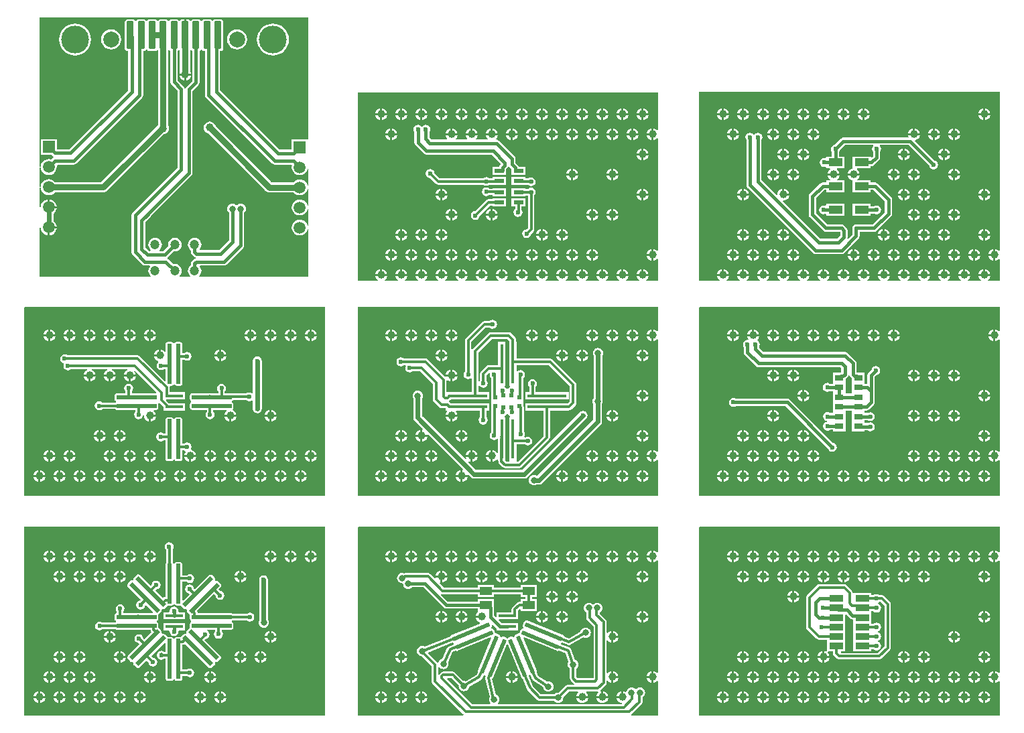
<source format=gtl>
G04*
G04 #@! TF.GenerationSoftware,Altium Limited,Altium Designer,20.0.1 (14)*
G04*
G04 Layer_Physical_Order=1*
G04 Layer_Color=255*
%FSTAX24Y24*%
%MOIN*%
G70*
G01*
G75*
%ADD16C,0.0118*%
%ADD18R,0.0591X0.0394*%
G04:AMPARAMS|DCode=19|XSize=31.5mil|YSize=137.8mil|CornerRadius=1.6mil|HoleSize=0mil|Usage=FLASHONLY|Rotation=180.000|XOffset=0mil|YOffset=0mil|HoleType=Round|Shape=RoundedRectangle|*
%AMROUNDEDRECTD19*
21,1,0.0315,0.1346,0,0,180.0*
21,1,0.0283,0.1378,0,0,180.0*
1,1,0.0032,-0.0142,0.0673*
1,1,0.0032,0.0142,0.0673*
1,1,0.0032,0.0142,-0.0673*
1,1,0.0032,-0.0142,-0.0673*
%
%ADD19ROUNDEDRECTD19*%
G04:AMPARAMS|DCode=20|XSize=19.7mil|YSize=196.9mil|CornerRadius=1mil|HoleSize=0mil|Usage=FLASHONLY|Rotation=180.000|XOffset=0mil|YOffset=0mil|HoleType=Round|Shape=RoundedRectangle|*
%AMROUNDEDRECTD20*
21,1,0.0197,0.1949,0,0,180.0*
21,1,0.0177,0.1969,0,0,180.0*
1,1,0.0020,-0.0089,0.0974*
1,1,0.0020,0.0089,0.0974*
1,1,0.0020,0.0089,-0.0974*
1,1,0.0020,-0.0089,-0.0974*
%
%ADD20ROUNDEDRECTD20*%
G04:AMPARAMS|DCode=21|XSize=19.7mil|YSize=196.9mil|CornerRadius=1mil|HoleSize=0mil|Usage=FLASHONLY|Rotation=90.000|XOffset=0mil|YOffset=0mil|HoleType=Round|Shape=RoundedRectangle|*
%AMROUNDEDRECTD21*
21,1,0.0197,0.1949,0,0,90.0*
21,1,0.0177,0.1969,0,0,90.0*
1,1,0.0020,0.0974,0.0089*
1,1,0.0020,0.0974,-0.0089*
1,1,0.0020,-0.0974,-0.0089*
1,1,0.0020,-0.0974,0.0089*
%
%ADD21ROUNDEDRECTD21*%
G04:AMPARAMS|DCode=22|XSize=19.7mil|YSize=196.9mil|CornerRadius=1mil|HoleSize=0mil|Usage=FLASHONLY|Rotation=22.500|XOffset=0mil|YOffset=0mil|HoleType=Round|Shape=RoundedRectangle|*
%AMROUNDEDRECTD22*
21,1,0.0197,0.1949,0,0,22.5*
21,1,0.0177,0.1969,0,0,22.5*
1,1,0.0020,0.0455,-0.0866*
1,1,0.0020,0.0291,-0.0934*
1,1,0.0020,-0.0455,0.0866*
1,1,0.0020,-0.0291,0.0934*
%
%ADD22ROUNDEDRECTD22*%
G04:AMPARAMS|DCode=23|XSize=19.7mil|YSize=196.9mil|CornerRadius=1mil|HoleSize=0mil|Usage=FLASHONLY|Rotation=67.500|XOffset=0mil|YOffset=0mil|HoleType=Round|Shape=RoundedRectangle|*
%AMROUNDEDRECTD23*
21,1,0.0197,0.1949,0,0,67.5*
21,1,0.0177,0.1969,0,0,67.5*
1,1,0.0020,0.0934,-0.0291*
1,1,0.0020,0.0866,-0.0455*
1,1,0.0020,-0.0934,0.0291*
1,1,0.0020,-0.0866,0.0455*
%
%ADD23ROUNDEDRECTD23*%
G04:AMPARAMS|DCode=24|XSize=19.7mil|YSize=196.9mil|CornerRadius=1mil|HoleSize=0mil|Usage=FLASHONLY|Rotation=337.500|XOffset=0mil|YOffset=0mil|HoleType=Round|Shape=RoundedRectangle|*
%AMROUNDEDRECTD24*
21,1,0.0197,0.1949,0,0,337.5*
21,1,0.0177,0.1969,0,0,337.5*
1,1,0.0020,-0.0291,-0.0934*
1,1,0.0020,-0.0455,-0.0866*
1,1,0.0020,0.0291,0.0934*
1,1,0.0020,0.0455,0.0866*
%
%ADD24ROUNDEDRECTD24*%
G04:AMPARAMS|DCode=25|XSize=19.7mil|YSize=196.9mil|CornerRadius=1mil|HoleSize=0mil|Usage=FLASHONLY|Rotation=292.500|XOffset=0mil|YOffset=0mil|HoleType=Round|Shape=RoundedRectangle|*
%AMROUNDEDRECTD25*
21,1,0.0197,0.1949,0,0,292.5*
21,1,0.0177,0.1969,0,0,292.5*
1,1,0.0020,-0.0866,-0.0455*
1,1,0.0020,-0.0934,-0.0291*
1,1,0.0020,0.0866,0.0455*
1,1,0.0020,0.0934,0.0291*
%
%ADD25ROUNDEDRECTD25*%
%ADD26R,0.0236X0.0197*%
%ADD27R,0.0197X0.0236*%
G04:AMPARAMS|DCode=28|XSize=19.7mil|YSize=196.9mil|CornerRadius=1mil|HoleSize=0mil|Usage=FLASHONLY|Rotation=315.000|XOffset=0mil|YOffset=0mil|HoleType=Round|Shape=RoundedRectangle|*
%AMROUNDEDRECTD28*
21,1,0.0197,0.1949,0,0,315.0*
21,1,0.0177,0.1969,0,0,315.0*
1,1,0.0020,-0.0626,-0.0752*
1,1,0.0020,-0.0752,-0.0626*
1,1,0.0020,0.0626,0.0752*
1,1,0.0020,0.0752,0.0626*
%
%ADD28ROUNDEDRECTD28*%
G04:AMPARAMS|DCode=29|XSize=19.7mil|YSize=196.9mil|CornerRadius=1mil|HoleSize=0mil|Usage=FLASHONLY|Rotation=45.000|XOffset=0mil|YOffset=0mil|HoleType=Round|Shape=RoundedRectangle|*
%AMROUNDEDRECTD29*
21,1,0.0197,0.1949,0,0,45.0*
21,1,0.0177,0.1969,0,0,45.0*
1,1,0.0020,0.0752,-0.0626*
1,1,0.0020,0.0626,-0.0752*
1,1,0.0020,-0.0752,0.0626*
1,1,0.0020,-0.0626,0.0752*
%
%ADD29ROUNDEDRECTD29*%
%ADD30R,0.0472X0.0197*%
%ADD32R,0.0866X0.0157*%
%ADD33R,0.1969X0.0157*%
%ADD34R,0.0157X0.1969*%
%ADD44R,0.0433X0.0315*%
%ADD45R,0.0709X0.0394*%
%ADD46R,0.0709X0.0354*%
%ADD47C,0.0236*%
%ADD48C,0.0157*%
%ADD49C,0.0150*%
%ADD50C,0.0315*%
%ADD51C,0.0394*%
%ADD52C,0.0472*%
%ADD53C,0.0591*%
%ADD54R,0.0591X0.0591*%
%ADD55C,0.0236*%
%ADD56C,0.0315*%
%ADD57C,0.0787*%
%ADD58C,0.1378*%
G36*
X018982Y048175D02*
Y047097D01*
X018961Y047045D01*
X018957Y047017D01*
X019543D01*
X019539Y047045D01*
X019509Y047117D01*
X019502Y047127D01*
Y048175D01*
X019552Y04819D01*
X019562Y048174D01*
X019601Y048149D01*
X019605Y048148D01*
Y046655D01*
X01931Y04636D01*
X019271Y046301D01*
X019269Y046294D01*
X019218D01*
X019214Y046317D01*
X019174Y046376D01*
X019174Y046376D01*
X018879Y046671D01*
Y048148D01*
X018884Y048149D01*
X018922Y048174D01*
X018932Y04819D01*
X018982Y048175D01*
D02*
G37*
G36*
X042769Y044219D02*
X042719Y044202D01*
X042712Y044212D01*
X04265Y044259D01*
X042577Y044289D01*
X04255Y044293D01*
Y044D01*
Y043707D01*
X042577Y043711D01*
X04265Y043741D01*
X042712Y043788D01*
X042719Y043798D01*
X042769Y043781D01*
Y042731D01*
Y038219D01*
X042719Y038202D01*
X042712Y038212D01*
X04265Y038259D01*
X042577Y038289D01*
X04255Y038293D01*
Y038D01*
Y037707D01*
X042577Y037711D01*
X04265Y037741D01*
X042712Y037788D01*
X042719Y037798D01*
X042769Y037781D01*
Y036702D01*
X042182D01*
X042165Y036752D01*
X042212Y036788D01*
X042259Y03685D01*
X042289Y036923D01*
X042293Y03695D01*
X041707D01*
X041711Y036923D01*
X041741Y03685D01*
X041788Y036788D01*
X041835Y036752D01*
X041818Y036702D01*
X041182D01*
X041165Y036752D01*
X041212Y036788D01*
X041259Y03685D01*
X041289Y036923D01*
X041293Y03695D01*
X040707D01*
X040711Y036923D01*
X040741Y03685D01*
X040788Y036788D01*
X040835Y036752D01*
X040818Y036702D01*
X040182D01*
X040165Y036752D01*
X040212Y036788D01*
X040259Y03685D01*
X040289Y036923D01*
X040293Y03695D01*
X039707D01*
X039711Y036923D01*
X039741Y03685D01*
X039788Y036788D01*
X039835Y036752D01*
X039818Y036702D01*
X039182D01*
X039165Y036752D01*
X039212Y036788D01*
X039259Y03685D01*
X039289Y036923D01*
X039293Y03695D01*
X038707D01*
X038711Y036923D01*
X038741Y03685D01*
X038788Y036788D01*
X038835Y036752D01*
X038818Y036702D01*
X038182D01*
X038165Y036752D01*
X038212Y036788D01*
X038259Y03685D01*
X038289Y036923D01*
X038293Y03695D01*
X037707D01*
X037711Y036923D01*
X037741Y03685D01*
X037788Y036788D01*
X037835Y036752D01*
X037818Y036702D01*
X037182D01*
X037165Y036752D01*
X037212Y036788D01*
X037259Y03685D01*
X037289Y036923D01*
X037293Y03695D01*
X036707D01*
X036711Y036923D01*
X036741Y03685D01*
X036788Y036788D01*
X036835Y036752D01*
X036818Y036702D01*
X036182D01*
X036165Y036752D01*
X036212Y036788D01*
X036259Y03685D01*
X036289Y036923D01*
X036293Y03695D01*
X035707D01*
X035711Y036923D01*
X035741Y03685D01*
X035788Y036788D01*
X035835Y036752D01*
X035818Y036702D01*
X035182D01*
X035165Y036752D01*
X035212Y036788D01*
X035259Y03685D01*
X035289Y036923D01*
X035293Y03695D01*
X034707D01*
X034711Y036923D01*
X034741Y03685D01*
X034788Y036788D01*
X034835Y036752D01*
X034818Y036702D01*
X034182D01*
X034165Y036752D01*
X034212Y036788D01*
X034259Y03685D01*
X034289Y036923D01*
X034293Y03695D01*
X033707D01*
X033711Y036923D01*
X033741Y03685D01*
X033788Y036788D01*
X033835Y036752D01*
X033818Y036702D01*
X033182D01*
X033165Y036752D01*
X033212Y036788D01*
X033259Y03685D01*
X033289Y036923D01*
X033293Y03695D01*
X032707D01*
X032711Y036923D01*
X032741Y03685D01*
X032788Y036788D01*
X032835Y036752D01*
X032818Y036702D01*
X032182D01*
X032165Y036752D01*
X032212Y036788D01*
X032259Y03685D01*
X032289Y036923D01*
X032293Y03695D01*
X031707D01*
X031711Y036923D01*
X031741Y03685D01*
X031788Y036788D01*
X031835Y036752D01*
X031818Y036702D01*
X031182D01*
X031165Y036752D01*
X031212Y036788D01*
X031259Y03685D01*
X031289Y036923D01*
X031293Y03695D01*
X030707D01*
X030711Y036923D01*
X030741Y03685D01*
X030788Y036788D01*
X030835Y036752D01*
X030818Y036702D01*
X030182D01*
X030165Y036752D01*
X030212Y036788D01*
X030259Y03685D01*
X030289Y036923D01*
X030293Y03695D01*
X029707D01*
X029711Y036923D01*
X029741Y03685D01*
X029788Y036788D01*
X029835Y036752D01*
X029818Y036702D01*
X029182D01*
X029165Y036752D01*
X029212Y036788D01*
X029259Y03685D01*
X029289Y036923D01*
X029293Y03695D01*
X028707D01*
X028711Y036923D01*
X028741Y03685D01*
X028788Y036788D01*
X028835Y036752D01*
X028818Y036702D01*
X027828D01*
Y046094D01*
X042769Y046094D01*
Y044219D01*
D02*
G37*
G36*
X025387Y043773D02*
X025344Y043756D01*
X025337Y043756D01*
X024554D01*
Y04324D01*
X023944D01*
X020984Y0462D01*
Y04814D01*
X02102D01*
X021065Y048149D01*
X021103Y048174D01*
X021129Y048213D01*
X021138Y048258D01*
Y049604D01*
X021129Y049649D01*
X021103Y049688D01*
X021065Y049713D01*
X02102Y049722D01*
X020736D01*
X020691Y049713D01*
X020653Y049688D01*
X020633Y049658D01*
X020606Y049653D01*
X020604D01*
X020578Y049658D01*
X020558Y049688D01*
X02052Y049713D01*
X020474Y049722D01*
X020191D01*
X020146Y049713D01*
X020107Y049688D01*
X020087Y049658D01*
X020061Y049653D01*
X020059D01*
X020033Y049658D01*
X020013Y049688D01*
X019974Y049713D01*
X019929Y049722D01*
X019646D01*
X019601Y049713D01*
X019562Y049688D01*
X019542Y049658D01*
X019516Y049653D01*
X019514D01*
X019487Y049658D01*
X019467Y049688D01*
X019429Y049713D01*
X019384Y049722D01*
X019292D01*
Y048931D01*
X019192D01*
Y049722D01*
X0191D01*
X019055Y049713D01*
X019017Y049688D01*
X018997Y049658D01*
X01897Y049653D01*
X018968D01*
X018942Y049658D01*
X018922Y049688D01*
X018884Y049713D01*
X018839Y049722D01*
X018555D01*
X01851Y049713D01*
X018472Y049688D01*
X018452Y049658D01*
X018425Y049653D01*
X018423D01*
X018397Y049658D01*
X018377Y049688D01*
X018338Y049713D01*
X018293Y049722D01*
X01801D01*
X017965Y049713D01*
X017926Y049688D01*
X017906Y049658D01*
X01788Y049653D01*
X017878D01*
X017851Y049658D01*
X017831Y049688D01*
X017793Y049713D01*
X017748Y049722D01*
X017465D01*
X017419Y049713D01*
X017381Y049688D01*
X017361Y049658D01*
X017335Y049653D01*
X017333D01*
X017306Y049658D01*
X017286Y049688D01*
X017248Y049713D01*
X017203Y049722D01*
X016919D01*
X016874Y049713D01*
X016836Y049688D01*
X016816Y049658D01*
X016789Y049653D01*
X016787D01*
X016761Y049658D01*
X016741Y049688D01*
X016703Y049713D01*
X016657Y049722D01*
X016374D01*
X016329Y049713D01*
X016291Y049688D01*
X016265Y049649D01*
X016256Y049604D01*
Y048258D01*
X016265Y048213D01*
X016291Y048174D01*
X016329Y048149D01*
X016374Y04814D01*
X016409D01*
Y04618D01*
X013473Y043244D01*
X012864D01*
Y04376D01*
X012073D01*
Y04297D01*
X012606D01*
X012643Y042933D01*
X012643Y042933D01*
X012702Y042893D01*
X01272Y04289D01*
Y042839D01*
X012708Y042836D01*
X012648Y042797D01*
X012648Y042797D01*
X012593Y042741D01*
X012572Y04275D01*
X012469Y042764D01*
X012365Y04275D01*
X012269Y04271D01*
X012187Y042647D01*
X012123Y042564D01*
X012083Y042468D01*
X01207Y04237D01*
X01202Y042373D01*
X01202Y049817D01*
X025387Y049817D01*
Y043773D01*
D02*
G37*
G36*
X017361Y048204D02*
X017381Y048174D01*
X017419Y048149D01*
X017465Y04814D01*
X017748D01*
X017793Y048149D01*
X017831Y048174D01*
X017842Y04819D01*
X017892Y048175D01*
Y044444D01*
X017888Y04444D01*
X017887Y044436D01*
X015076Y041625D01*
X012767D01*
X01275Y041647D01*
X012668Y04171D01*
X012572Y04175D01*
X012469Y041764D01*
X012365Y04175D01*
X012269Y04171D01*
X012187Y041647D01*
X012123Y041564D01*
X012083Y041468D01*
X01207Y04137D01*
X01202Y041373D01*
Y042357D01*
X01207Y04236D01*
X012083Y042262D01*
X012123Y042166D01*
X012187Y042083D01*
X012269Y04202D01*
X012365Y04198D01*
X012469Y041966D01*
X012572Y04198D01*
X012668Y04202D01*
X01275Y042083D01*
X012814Y042166D01*
X012854Y042262D01*
X012867Y042365D01*
X012858Y042436D01*
X012895Y042484D01*
X0129Y042486D01*
X013712D01*
X013712Y042486D01*
X013782Y0425D01*
X013841Y042539D01*
X017114Y045813D01*
X017114Y045813D01*
X017154Y045872D01*
X017167Y045941D01*
Y04814D01*
X017203D01*
X017248Y048149D01*
X017286Y048174D01*
X017306Y048204D01*
X017333Y048209D01*
X017335D01*
X017361Y048204D01*
D02*
G37*
G36*
X020087D02*
X020107Y048174D01*
X020146Y048149D01*
X020191Y04814D01*
X020226D01*
Y045961D01*
X020226Y045961D01*
X02024Y045891D01*
X02028Y045832D01*
X023577Y042535D01*
X023577Y042535D01*
X023636Y042496D01*
X023705Y042482D01*
X024518D01*
X024522Y04248D01*
X024559Y042432D01*
X02455Y042361D01*
X024564Y042258D01*
X024604Y042162D01*
X024667Y042079D01*
X024749Y042016D01*
X024846Y041976D01*
X024949Y041962D01*
X025052Y041976D01*
X025148Y042016D01*
X025231Y042079D01*
X025294Y042162D01*
X025334Y042258D01*
X025337Y042282D01*
X025387Y042278D01*
Y041444D01*
X025337Y041441D01*
X025334Y041464D01*
X025294Y04156D01*
X025231Y041643D01*
X025148Y041706D01*
X025052Y041746D01*
X024949Y04176D01*
X024846Y041746D01*
X024749Y041706D01*
X024667Y041643D01*
X02465Y041621D01*
X023547D01*
X020759Y044408D01*
X02073Y044479D01*
X020682Y044541D01*
X02062Y044589D01*
X020548Y044619D01*
X02047Y044629D01*
X020393Y044619D01*
X020321Y044589D01*
X020259Y044541D01*
X020211Y044479D01*
X020181Y044407D01*
X020171Y04433D01*
X020181Y044252D01*
X020211Y04418D01*
X020259Y044118D01*
X020321Y04407D01*
X020392Y044041D01*
X023255Y041177D01*
X023309Y041136D01*
X023372Y04111D01*
X023439Y041101D01*
X02465D01*
X024667Y041079D01*
X024749Y041016D01*
X024846Y040976D01*
X024949Y040962D01*
X025052Y040976D01*
X025148Y041016D01*
X025231Y041079D01*
X025294Y041162D01*
X025334Y041258D01*
X025337Y041282D01*
X025387Y041278D01*
Y040444D01*
X025337Y040441D01*
X025334Y040464D01*
X025294Y04056D01*
X025231Y040643D01*
X025148Y040706D01*
X025052Y040746D01*
X024949Y04076D01*
X024846Y040746D01*
X024749Y040706D01*
X024667Y040643D01*
X024604Y04056D01*
X024564Y040464D01*
X02455Y040361D01*
X024564Y040258D01*
X024604Y040162D01*
X024667Y040079D01*
X024749Y040016D01*
X024846Y039976D01*
X024949Y039962D01*
X025052Y039976D01*
X025148Y040016D01*
X025231Y040079D01*
X025294Y040162D01*
X025334Y040258D01*
X025337Y040282D01*
X025387Y040278D01*
Y039444D01*
X025337Y039441D01*
X025334Y039464D01*
X025294Y03956D01*
X025231Y039643D01*
X025148Y039706D01*
X025052Y039746D01*
X024949Y03976D01*
X024846Y039746D01*
X024749Y039706D01*
X024667Y039643D01*
X024604Y03956D01*
X024564Y039464D01*
X02455Y039361D01*
X024564Y039258D01*
X024604Y039162D01*
X024667Y039079D01*
X024749Y039016D01*
X024846Y038976D01*
X024949Y038962D01*
X025052Y038976D01*
X025148Y039016D01*
X025231Y039079D01*
X025294Y039162D01*
X025334Y039258D01*
X025337Y039282D01*
X025387Y039278D01*
Y036899D01*
X01996D01*
X019943Y036949D01*
X019962Y036964D01*
X020016Y037034D01*
X02005Y037116D01*
X020062Y037204D01*
X02005Y037291D01*
X020016Y037373D01*
X019977Y037424D01*
X020001Y037474D01*
X021185D01*
X021185Y037474D01*
X021254Y037488D01*
X021314Y037527D01*
X022135Y038349D01*
X022135Y038349D01*
X022174Y038408D01*
X022188Y038477D01*
X022188Y038477D01*
Y040101D01*
X0222Y04011D01*
X022241Y040164D01*
X022267Y040227D01*
X022276Y040294D01*
X022267Y040361D01*
X022241Y040424D01*
X0222Y040478D01*
X022146Y040519D01*
X022084Y040545D01*
X022017Y040554D01*
X021949Y040545D01*
X021887Y040519D01*
X021843Y040485D01*
X021809Y040481D01*
X021776Y040485D01*
X021731Y040519D01*
X021669Y040545D01*
X021602Y040554D01*
X021534Y040545D01*
X021472Y040519D01*
X021418Y040478D01*
X021377Y040424D01*
X021351Y040361D01*
X021342Y040294D01*
X021351Y040227D01*
X021377Y040164D01*
X021418Y04011D01*
X02143Y040101D01*
Y038716D01*
X020946Y038232D01*
X020001D01*
X019977Y038282D01*
X020016Y038333D01*
X02005Y038415D01*
X020062Y038503D01*
X02005Y038591D01*
X020016Y038672D01*
X019962Y038743D01*
X019892Y038796D01*
X01981Y03883D01*
X019722Y038842D01*
X019635Y03883D01*
X019553Y038796D01*
X019483Y038743D01*
X019429Y038672D01*
X019395Y038591D01*
X019383Y038503D01*
X019395Y038415D01*
X019429Y038333D01*
X019483Y038263D01*
X01954Y038219D01*
Y038142D01*
X01954Y038142D01*
X019554Y038073D01*
X019594Y038013D01*
X019686Y037921D01*
X019686Y037921D01*
X019745Y037882D01*
X01976Y037879D01*
Y037828D01*
X019745Y037825D01*
X019686Y037785D01*
X019686Y037785D01*
X019594Y037693D01*
X019554Y037634D01*
X01954Y037564D01*
X01954Y037564D01*
Y037487D01*
X019483Y037443D01*
X019429Y037373D01*
X019395Y037291D01*
X019383Y037204D01*
X019395Y037116D01*
X019429Y037034D01*
X019483Y036964D01*
X019502Y036949D01*
X019485Y036899D01*
X018976D01*
X018959Y036949D01*
X018978Y036964D01*
X019032Y037034D01*
X019066Y037116D01*
X019077Y037204D01*
X019066Y037291D01*
X019032Y037373D01*
X018978Y037443D01*
X018908Y037497D01*
X018826Y037531D01*
X018738Y037543D01*
X018666Y037533D01*
X018414Y037785D01*
X018367Y037817D01*
X018361Y037859D01*
X018363Y037874D01*
X018375Y037882D01*
X018666Y038173D01*
X018738Y038164D01*
X018826Y038175D01*
X018908Y038209D01*
X018978Y038263D01*
X019032Y038333D01*
X019066Y038415D01*
X019077Y038503D01*
X019066Y038591D01*
X019032Y038672D01*
X018978Y038743D01*
X018908Y038796D01*
X018826Y03883D01*
X018738Y038842D01*
X01865Y03883D01*
X018569Y038796D01*
X018498Y038743D01*
X018444Y038672D01*
X018411Y038591D01*
X018399Y038503D01*
X018409Y038431D01*
X018171Y038193D01*
X017985D01*
X017968Y038243D01*
X017994Y038263D01*
X018048Y038333D01*
X018082Y038415D01*
X018093Y038503D01*
X018082Y038591D01*
X018048Y038672D01*
X017994Y038743D01*
X017924Y038796D01*
X017842Y03883D01*
X017754Y038842D01*
X017666Y03883D01*
X017584Y038796D01*
X017514Y038743D01*
X01746Y038672D01*
X017426Y038591D01*
X017415Y038503D01*
X017426Y038415D01*
X01746Y038333D01*
X017514Y038263D01*
X01754Y038243D01*
X017523Y038193D01*
X017436D01*
X017267Y038362D01*
Y039628D01*
X017528Y03989D01*
X017538Y039904D01*
X019569Y041964D01*
X019588Y041993D01*
X019607Y042022D01*
X019607Y042023D01*
X019608Y042023D01*
X019614Y042057D01*
X019621Y042092D01*
Y046156D01*
X019916Y046451D01*
X019916Y046451D01*
X019956Y04651D01*
X01997Y04658D01*
X01997Y04658D01*
Y048148D01*
X019974Y048149D01*
X020013Y048174D01*
X020033Y048204D01*
X020059Y048209D01*
X020061D01*
X020087Y048204D01*
D02*
G37*
G36*
X018472Y048174D02*
X01851Y048149D01*
X018515Y048148D01*
Y046595D01*
X018515Y046595D01*
X018528Y046526D01*
X018568Y046466D01*
X018863Y046171D01*
Y04233D01*
X016641Y040108D01*
X016601Y040049D01*
X016587Y039979D01*
X016587Y039979D01*
Y038129D01*
X016587Y038129D01*
X016601Y038059D01*
X016641Y038D01*
X017113Y037527D01*
X017113Y037527D01*
X017172Y037488D01*
X017242Y037474D01*
X017242Y037474D01*
X017475D01*
X017499Y037424D01*
X01746Y037373D01*
X017426Y037291D01*
X017415Y037204D01*
X017426Y037116D01*
X01746Y037034D01*
X017514Y036964D01*
X017533Y036949D01*
X017516Y036899D01*
X01202D01*
X01202Y039357D01*
X01207Y03936D01*
X012083Y039262D01*
X012123Y039166D01*
X012187Y039083D01*
X012269Y03902D01*
X012365Y03898D01*
X012419Y038973D01*
Y039365D01*
X012469D01*
Y039415D01*
X012861D01*
X012854Y039468D01*
X012814Y039564D01*
X01275Y039647D01*
X012691Y039693D01*
Y040037D01*
X01275Y040083D01*
X012814Y040166D01*
X012854Y040262D01*
X012861Y040315D01*
X012469D01*
Y040365D01*
X012419D01*
Y040757D01*
X012365Y04075D01*
X012269Y04071D01*
X012187Y040647D01*
X012123Y040564D01*
X012083Y040468D01*
X01207Y04037D01*
X01202Y040373D01*
Y041357D01*
X01207Y04136D01*
X012083Y041262D01*
X012123Y041166D01*
X012187Y041083D01*
X012269Y04102D01*
X012365Y04098D01*
X012469Y040966D01*
X012572Y04098D01*
X012668Y04102D01*
X01275Y041083D01*
X012767Y041105D01*
X015183D01*
X01525Y041114D01*
X015313Y04114D01*
X015367Y041181D01*
X01818Y043995D01*
X018225Y044001D01*
X018297Y044031D01*
X018359Y044078D01*
X018407Y04414D01*
X018437Y044213D01*
X018447Y04429D01*
X018437Y044368D01*
X018411Y044429D01*
Y048175D01*
X018461Y04819D01*
X018472Y048174D01*
D02*
G37*
G36*
X059757Y038227D02*
X059745Y038223D01*
X059707Y038215D01*
X05965Y038259D01*
X059577Y038289D01*
X05955Y038293D01*
Y038D01*
Y037707D01*
X059577Y037711D01*
X05965Y037741D01*
X059707Y037785D01*
X059745Y037777D01*
X059757Y037773D01*
Y036702D01*
X059182D01*
X059165Y036752D01*
X059212Y036788D01*
X059259Y03685D01*
X059289Y036923D01*
X059293Y03695D01*
X058707D01*
X058711Y036923D01*
X058741Y03685D01*
X058788Y036788D01*
X058835Y036752D01*
X058818Y036702D01*
X058182D01*
X058165Y036752D01*
X058212Y036788D01*
X058259Y03685D01*
X058289Y036923D01*
X058293Y03695D01*
X057707D01*
X057711Y036923D01*
X057741Y03685D01*
X057788Y036788D01*
X057835Y036752D01*
X057818Y036702D01*
X057182D01*
X057165Y036752D01*
X057212Y036788D01*
X057259Y03685D01*
X057289Y036923D01*
X057293Y03695D01*
X056707D01*
X056711Y036923D01*
X056741Y03685D01*
X056788Y036788D01*
X056835Y036752D01*
X056818Y036702D01*
X056182D01*
X056165Y036752D01*
X056212Y036788D01*
X056259Y03685D01*
X056289Y036923D01*
X056293Y03695D01*
X055707D01*
X055711Y036923D01*
X055741Y03685D01*
X055788Y036788D01*
X055835Y036752D01*
X055818Y036702D01*
X055182D01*
X055165Y036752D01*
X055212Y036788D01*
X055259Y03685D01*
X055289Y036923D01*
X055293Y03695D01*
X054707D01*
X054711Y036923D01*
X054741Y03685D01*
X054788Y036788D01*
X054835Y036752D01*
X054818Y036702D01*
X054182D01*
X054165Y036752D01*
X054212Y036788D01*
X054259Y03685D01*
X054289Y036923D01*
X054293Y03695D01*
X053707D01*
X053711Y036923D01*
X053741Y03685D01*
X053788Y036788D01*
X053835Y036752D01*
X053818Y036702D01*
X053182D01*
X053165Y036752D01*
X053212Y036788D01*
X053259Y03685D01*
X053289Y036923D01*
X053293Y03695D01*
X052707D01*
X052711Y036923D01*
X052741Y03685D01*
X052788Y036788D01*
X052835Y036752D01*
X052818Y036702D01*
X052182D01*
X052165Y036752D01*
X052212Y036788D01*
X052259Y03685D01*
X052289Y036923D01*
X052293Y03695D01*
X051707D01*
X051711Y036923D01*
X051741Y03685D01*
X051788Y036788D01*
X051835Y036752D01*
X051818Y036702D01*
X051182D01*
X051165Y036752D01*
X051212Y036788D01*
X051259Y03685D01*
X051289Y036923D01*
X051293Y03695D01*
X050707D01*
X050711Y036923D01*
X050741Y03685D01*
X050788Y036788D01*
X050835Y036752D01*
X050818Y036702D01*
X050182D01*
X050165Y036752D01*
X050212Y036788D01*
X050259Y03685D01*
X050289Y036923D01*
X050293Y03695D01*
X049707D01*
X049711Y036923D01*
X049741Y03685D01*
X049788Y036788D01*
X049835Y036752D01*
X049818Y036702D01*
X049182D01*
X049165Y036752D01*
X049212Y036788D01*
X049259Y03685D01*
X049289Y036923D01*
X049293Y03695D01*
X048707D01*
X048711Y036923D01*
X048741Y03685D01*
X048788Y036788D01*
X048835Y036752D01*
X048818Y036702D01*
X048182D01*
X048165Y036752D01*
X048212Y036788D01*
X048259Y03685D01*
X048289Y036923D01*
X048293Y03695D01*
X047707D01*
X047711Y036923D01*
X047741Y03685D01*
X047788Y036788D01*
X047835Y036752D01*
X047818Y036702D01*
X047182D01*
X047165Y036752D01*
X047212Y036788D01*
X047259Y03685D01*
X047289Y036923D01*
X047293Y03695D01*
X046707D01*
X046711Y036923D01*
X046741Y03685D01*
X046788Y036788D01*
X046835Y036752D01*
X046818Y036702D01*
X046182D01*
X046165Y036752D01*
X046212Y036788D01*
X046259Y03685D01*
X046289Y036923D01*
X046293Y03695D01*
X045707D01*
X045711Y036923D01*
X045741Y03685D01*
X045788Y036788D01*
X045835Y036752D01*
X045818Y036702D01*
X044816D01*
Y046102D01*
X059757D01*
Y038227D01*
D02*
G37*
G36*
Y035409D02*
Y034227D01*
X059745Y034223D01*
X059707Y034215D01*
X05965Y034259D01*
X059577Y034289D01*
X05955Y034293D01*
Y034D01*
Y033707D01*
X059577Y033711D01*
X05965Y033741D01*
X059707Y033785D01*
X059745Y033777D01*
X059757Y033773D01*
Y028227D01*
X059745Y028223D01*
X059707Y028215D01*
X05965Y028259D01*
X059577Y028289D01*
X05955Y028293D01*
Y028D01*
Y027707D01*
X059577Y027711D01*
X05965Y027741D01*
X059707Y027785D01*
X059745Y027777D01*
X059757Y027773D01*
Y026017D01*
X044816D01*
Y035382D01*
X044851Y035417D01*
X059757Y035409D01*
D02*
G37*
G36*
X042769Y034219D02*
X042719Y034202D01*
X042712Y034212D01*
X04265Y034259D01*
X042577Y034289D01*
X04255Y034293D01*
Y034D01*
Y033707D01*
X042577Y033711D01*
X04265Y033741D01*
X042712Y033788D01*
X042719Y033798D01*
X042769Y033781D01*
Y032046D01*
Y028219D01*
X042719Y028202D01*
X042712Y028212D01*
X04265Y028259D01*
X042577Y028289D01*
X04255Y028293D01*
Y028D01*
Y027707D01*
X042577Y027711D01*
X04265Y027741D01*
X042712Y027788D01*
X042719Y027798D01*
X042769Y027781D01*
Y026017D01*
X027828D01*
Y035409D01*
X042769Y035409D01*
Y034219D01*
D02*
G37*
G36*
X026194Y035409D02*
Y032046D01*
Y026017D01*
X011253D01*
Y035382D01*
X011288Y035417D01*
X026194Y035409D01*
D02*
G37*
G36*
X059757Y024472D02*
Y023227D01*
X059745Y023223D01*
X059707Y023215D01*
X05965Y023259D01*
X059577Y023289D01*
X05955Y023293D01*
Y023D01*
Y022707D01*
X059577Y022711D01*
X05965Y022741D01*
X059707Y022785D01*
X059745Y022777D01*
X059757Y022773D01*
Y017227D01*
X059745Y017223D01*
X059707Y017215D01*
X05965Y017259D01*
X059577Y017289D01*
X05955Y017293D01*
Y017D01*
Y016707D01*
X059577Y016711D01*
X05965Y016741D01*
X059707Y016785D01*
X059745Y016777D01*
X059757Y016773D01*
Y01508D01*
X044816D01*
Y024445D01*
X044851Y02448D01*
X059757Y024472D01*
D02*
G37*
G36*
X042769D02*
Y023219D01*
X042719Y023202D01*
X042712Y023212D01*
X04265Y023259D01*
X042577Y023289D01*
X04255Y023293D01*
Y023D01*
Y022707D01*
X042577Y022711D01*
X04265Y022741D01*
X042712Y022788D01*
X042719Y022798D01*
X042769Y022781D01*
Y021109D01*
Y017219D01*
X042719Y017202D01*
X042712Y017212D01*
X04265Y017259D01*
X042577Y017289D01*
X04255Y017293D01*
Y017D01*
Y016707D01*
X042577Y016711D01*
X04265Y016741D01*
X042712Y016788D01*
X042719Y016798D01*
X042769Y016781D01*
Y01508D01*
X041451D01*
X041435Y01513D01*
X041462Y015148D01*
X041953Y015639D01*
X041988Y015692D01*
X042001Y015754D01*
Y015994D01*
X042053Y016034D01*
X042094Y016087D01*
X04212Y01615D01*
X042129Y016217D01*
X04212Y016285D01*
X042094Y016347D01*
X042053Y016401D01*
X041999Y016442D01*
X041936Y016468D01*
X041869Y016477D01*
X041802Y016468D01*
X041739Y016442D01*
X041695Y016408D01*
X041661Y016404D01*
X041628Y016408D01*
X041584Y016442D01*
X041521Y016468D01*
X041454Y016477D01*
X041387Y016468D01*
X041324Y016442D01*
X04127Y016401D01*
X041229Y016347D01*
X041203Y016285D01*
X041202Y016274D01*
X041156Y016255D01*
X04115Y016259D01*
X041077Y016289D01*
X04105Y016293D01*
Y016D01*
X041D01*
Y01595D01*
X040707D01*
X040711Y015923D01*
X040741Y01585D01*
X040788Y015788D01*
X04085Y015741D01*
X040923Y015711D01*
X040984Y015703D01*
X040981Y015653D01*
X040019D01*
X040016Y015703D01*
X040077Y015711D01*
X04015Y015741D01*
X040212Y015788D01*
X040259Y01585D01*
X040289Y015923D01*
X040293Y01595D01*
X039707D01*
X039711Y015923D01*
X039741Y01585D01*
X039788Y015788D01*
X03985Y015741D01*
X039923Y015711D01*
X039984Y015703D01*
X039981Y015653D01*
X039019D01*
X039016Y015703D01*
X039077Y015711D01*
X03915Y015741D01*
X039212Y015788D01*
X039259Y01585D01*
X039289Y015923D01*
X039293Y01595D01*
X038707D01*
X038711Y015923D01*
X038741Y01585D01*
X038788Y015788D01*
X03885Y015741D01*
X038923Y015711D01*
X038984Y015703D01*
X038981Y015653D01*
X03483D01*
X034817Y015672D01*
X034809Y015703D01*
X034844Y015748D01*
X03487Y015811D01*
X034878Y015878D01*
X03487Y015945D01*
X034844Y016008D01*
X034802Y016062D01*
X034749Y016103D01*
X0347Y016123D01*
X034506Y016916D01*
X03451Y016922D01*
X034546Y016947D01*
X03457Y016983D01*
X035249Y01862D01*
X035299D01*
X035977Y016983D01*
X036001Y016947D01*
X036034Y016925D01*
X036245Y016402D01*
X036246Y016402D01*
X036246Y016401D01*
X036263Y016376D01*
X03628Y01635D01*
X036281Y016349D01*
X036281Y016349D01*
X036773Y015857D01*
X036826Y015821D01*
X036888Y015809D01*
X037603D01*
X03762Y015788D01*
X037673Y015746D01*
X037736Y01572D01*
X037803Y015712D01*
X03787Y01572D01*
X037933Y015746D01*
X037987Y015788D01*
X038028Y015841D01*
X038054Y015904D01*
X038063Y015971D01*
X038059Y015998D01*
X038333Y016272D01*
X038784D01*
X038801Y016222D01*
X038788Y016212D01*
X038741Y01615D01*
X038711Y016077D01*
X038707Y01605D01*
X039293D01*
X039289Y016077D01*
X039259Y01615D01*
X039212Y016212D01*
X039199Y016222D01*
X039216Y016272D01*
X039771D01*
X039789Y016275D01*
X03981Y016229D01*
X039788Y016212D01*
X039741Y01615D01*
X039711Y016077D01*
X039707Y01605D01*
X03995D01*
Y016293D01*
X039927Y01629D01*
X039923Y016293D01*
X039911Y016345D01*
X040172Y016605D01*
X040207Y016658D01*
X040219Y01672D01*
Y016796D01*
X040269Y016813D01*
X040288Y016788D01*
X04035Y016741D01*
X040423Y016711D01*
X04045Y016707D01*
Y017D01*
Y017293D01*
X040423Y017289D01*
X04035Y017259D01*
X040288Y017212D01*
X040269Y017187D01*
X040219Y017204D01*
Y018796D01*
X040269Y018813D01*
X040288Y018788D01*
X04035Y018741D01*
X040423Y018711D01*
X04045Y018707D01*
Y019D01*
Y019293D01*
X040423Y019289D01*
X04035Y019259D01*
X040288Y019212D01*
X040269Y019187D01*
X040219Y019204D01*
Y019741D01*
X040207Y019803D01*
X040172Y019856D01*
X039885Y020143D01*
Y020207D01*
X039936Y020246D01*
X039978Y0203D01*
X040004Y020363D01*
X040012Y02043D01*
X040004Y020497D01*
X039978Y02056D01*
X039936Y020614D01*
X039883Y020655D01*
X03982Y020681D01*
X039753Y02069D01*
X039686Y020681D01*
X039623Y020655D01*
X039579Y020621D01*
X039545Y020617D01*
X039512Y020621D01*
X039468Y020655D01*
X039405Y020681D01*
X039338Y02069D01*
X039271Y020681D01*
X039208Y020655D01*
X039154Y020614D01*
X039113Y02056D01*
X039087Y020497D01*
X039078Y02043D01*
X039087Y020363D01*
X039113Y0203D01*
X039154Y020246D01*
X039206Y020207D01*
Y019929D01*
X039218Y019867D01*
X039253Y019814D01*
X03956Y019507D01*
Y016954D01*
X039557Y01695D01*
X038756D01*
X038704Y017003D01*
Y017415D01*
X038725Y017431D01*
X038766Y017485D01*
X038792Y017548D01*
X038801Y017615D01*
X038792Y017682D01*
X038766Y017745D01*
X038725Y017799D01*
X038671Y01784D01*
X038628Y017858D01*
X038448Y018368D01*
X038445Y018373D01*
X038444Y018379D01*
X038429Y0184D01*
X038416Y018422D01*
X038411Y018426D01*
X038408Y018431D01*
X038386Y018445D01*
X038365Y01846D01*
X03836Y018462D01*
X038355Y018465D01*
X037964Y018618D01*
X037956Y018641D01*
X037986Y018695D01*
X037993Y018697D01*
X038006Y018705D01*
X038274Y018597D01*
X038281Y018595D01*
X038288Y018591D01*
X038312Y018589D01*
X038336Y018585D01*
X038344Y018586D01*
X038351Y018586D01*
X038374Y018593D01*
X038398Y018597D01*
X038404Y018602D01*
X038412Y018604D01*
X039073Y018962D01*
X039104Y018949D01*
X039171Y01894D01*
X039238Y018949D01*
X039301Y018975D01*
X039355Y019016D01*
X039396Y01907D01*
X039422Y019132D01*
X039431Y0192D01*
X039422Y019267D01*
X039396Y019329D01*
X039355Y019383D01*
X039301Y019425D01*
X039238Y01945D01*
X039171Y019459D01*
X039104Y01945D01*
X039041Y019425D01*
X038988Y019383D01*
X038946Y019329D01*
X03892Y019267D01*
X038918Y019247D01*
X038325Y018926D01*
X03812Y019009D01*
X038098Y019043D01*
X038061Y019067D01*
X036261Y019813D01*
X036218Y019822D01*
X036175Y019813D01*
X036139Y019789D01*
X036114Y019752D01*
X036047Y019589D01*
X036038Y019546D01*
X036047Y019503D01*
X036069Y019469D01*
X036065Y019453D01*
X036058Y019435D01*
X036049Y019421D01*
X036009Y019413D01*
X035973Y019389D01*
X035949Y019352D01*
X035881Y019189D01*
X035877Y019167D01*
X035855Y019163D01*
X035692Y019095D01*
X035655Y019071D01*
X035631Y019035D01*
X035623Y018995D01*
X035609Y018986D01*
X035591Y018979D01*
X035575Y018975D01*
X035541Y018997D01*
X035498Y019006D01*
X035455Y018997D01*
X035292Y01893D01*
X035274Y018918D01*
X035256Y01893D01*
X035092Y018997D01*
X035049Y019006D01*
X035006Y018997D01*
X034972Y018975D01*
X034956Y018979D01*
X034938Y018986D01*
X034924Y018995D01*
X034916Y019035D01*
X034892Y019071D01*
X034856Y019095D01*
X034692Y019163D01*
X034671Y019167D01*
X034666Y019189D01*
X034599Y019352D01*
X034574Y019389D01*
X034538Y019413D01*
X034498Y019421D01*
X034489Y019435D01*
X034482Y019453D01*
X034478Y019469D01*
X034501Y019503D01*
X034509Y019546D01*
X034501Y019589D01*
X034498Y019594D01*
X03454Y019622D01*
X034741Y019421D01*
Y019316D01*
X035807D01*
Y019674D01*
X034993D01*
X034845Y019821D01*
X034865Y019867D01*
X035807D01*
Y02005D01*
X03581Y020066D01*
Y020297D01*
X035888Y020375D01*
X035938Y020355D01*
Y020281D01*
X036729D01*
Y020874D01*
X036496D01*
Y020989D01*
X036729D01*
Y021583D01*
X035938D01*
Y021448D01*
X034609D01*
Y021583D01*
X033818D01*
Y021448D01*
X032122D01*
X031906Y021665D01*
X031914Y021687D01*
X031932Y02171D01*
X03195Y021707D01*
Y02195D01*
X031707D01*
X03171Y021932D01*
X031687Y021914D01*
X031665Y021906D01*
X031451Y022119D01*
X031399Y022155D01*
X031337Y022167D01*
X030183D01*
X030151Y022161D01*
X030116Y022175D01*
X030049Y022184D01*
X029982Y022175D01*
X029919Y022149D01*
X029865Y022108D01*
X029824Y022054D01*
X029798Y021991D01*
X029789Y021924D01*
X029798Y021857D01*
X029824Y021794D01*
X029865Y021741D01*
X029919Y021699D01*
X029982Y021673D01*
X030049Y021664D01*
X030083Y021631D01*
X030092Y021563D01*
X030118Y021501D01*
X030159Y021447D01*
X030213Y021406D01*
X030275Y02138D01*
X030343Y021371D01*
X03041Y02138D01*
X030472Y021406D01*
X030526Y021447D01*
X030546Y021473D01*
X031092D01*
X032114Y020451D01*
X032114Y020451D01*
X032172Y020413D01*
X03224Y020399D01*
X03224Y020399D01*
X033818D01*
Y020281D01*
X033818Y020281D01*
X033818D01*
X033815Y020232D01*
X033788Y020212D01*
X033741Y02015D01*
X033711Y020077D01*
X033707Y02005D01*
X034D01*
Y01995D01*
X033707D01*
X033711Y019923D01*
X033741Y01985D01*
X033788Y019788D01*
X03385Y019741D01*
X033916Y019714D01*
X033921Y019692D01*
X033919Y019661D01*
X032486Y019067D01*
X03245Y019043D01*
X032426Y019008D01*
X031181Y018502D01*
X031171Y018509D01*
X031109Y018535D01*
X031041Y018544D01*
X030974Y018535D01*
X030911Y018509D01*
X030858Y018468D01*
X030816Y018414D01*
X03079Y018351D01*
X030782Y018284D01*
X03079Y018217D01*
X030816Y018154D01*
X030858Y018101D01*
X030911Y018059D01*
X030974Y018033D01*
X031035Y018025D01*
X031502Y017559D01*
Y016791D01*
X031514Y016729D01*
X031549Y016677D01*
X033078Y015148D01*
X033104Y01513D01*
X033089Y01508D01*
X027828D01*
Y024445D01*
X027863Y02448D01*
X042769Y024472D01*
D02*
G37*
G36*
X032055Y021124D02*
X033818D01*
Y020989D01*
X034609D01*
Y021124D01*
X035938D01*
Y020989D01*
X036171D01*
Y020874D01*
X035938D01*
Y02074D01*
X035861D01*
X035799Y020727D01*
X035747Y020692D01*
X035533Y020479D01*
X035498Y020426D01*
X035485Y020364D01*
Y020225D01*
X034741D01*
Y019991D01*
X034694Y019972D01*
X034612Y020054D01*
Y020456D01*
X034609Y020473D01*
Y020874D01*
X033818D01*
Y020756D01*
X032314D01*
X031981Y021089D01*
X032007Y021134D01*
X032055Y021124D01*
D02*
G37*
G36*
X034478Y018939D02*
X0338Y017302D01*
X033791Y017259D01*
X0338Y017216D01*
X033801Y017214D01*
X033757Y017108D01*
X033207Y01679D01*
X033182Y0168D01*
X033115Y016809D01*
X033088Y016805D01*
X032674Y01722D01*
X032621Y017255D01*
X032559Y017267D01*
X032087D01*
X032025Y017255D01*
X031973Y01722D01*
X031903Y01715D01*
X031876Y017109D01*
X031826Y017122D01*
Y017491D01*
X031876Y017504D01*
X031908Y017462D01*
X031962Y017421D01*
X032025Y017395D01*
X032092Y017386D01*
X032159Y017395D01*
X032222Y017421D01*
X032275Y017462D01*
X032317Y017516D01*
X032343Y017579D01*
X032352Y017646D01*
X032343Y017713D01*
X032324Y017758D01*
X032549Y018237D01*
X03271Y018303D01*
X03272Y018297D01*
X032762Y018288D01*
X032805Y018297D01*
X034443Y018975D01*
X034478Y018939D01*
D02*
G37*
G36*
X032554Y018697D02*
X032594Y018689D01*
X032602Y018674D01*
X03261Y018657D01*
X032614Y018641D01*
X032591Y018607D01*
X032591Y018605D01*
X032368Y018513D01*
X032344Y018497D01*
X03232Y018483D01*
X032318Y01848D01*
X032315Y018478D01*
X032299Y018455D01*
X032282Y018432D01*
X032031Y017898D01*
X032025Y017897D01*
X031962Y017871D01*
X031908Y01783D01*
X031867Y017776D01*
X031847Y017728D01*
X031805Y017719D01*
X031792Y017721D01*
X031778Y017741D01*
X031346Y018173D01*
X031356Y018222D01*
X032542Y018705D01*
X032554Y018697D01*
D02*
G37*
G36*
X034183Y017086D02*
X034198Y017054D01*
X034181Y017014D01*
X034177Y016994D01*
X03417Y016975D01*
X03417Y016964D01*
X034168Y016952D01*
X034172Y016932D01*
X034173Y016912D01*
X034394Y016008D01*
X034394Y016008D01*
X034368Y015945D01*
X034359Y015878D01*
X034368Y015811D01*
X034394Y015748D01*
X034429Y015703D01*
X03442Y015672D01*
X034407Y015653D01*
X033533D01*
X032289Y016897D01*
X032308Y016943D01*
X032492D01*
X032859Y016576D01*
X032856Y016549D01*
X032864Y016482D01*
X03289Y016419D01*
X032932Y016365D01*
X032985Y016324D01*
X033048Y016298D01*
X033115Y016289D01*
X033182Y016298D01*
X033245Y016324D01*
X033299Y016365D01*
X03334Y016419D01*
X033366Y016482D01*
X03337Y016509D01*
X033967Y016855D01*
X033983Y016868D01*
X034Y01688D01*
X034006Y016889D01*
X034015Y016896D01*
X034024Y016915D01*
X034035Y016932D01*
X0341Y017086D01*
X03411Y017088D01*
X034131Y017102D01*
X034183Y017086D01*
D02*
G37*
G36*
X037742Y018297D02*
X037785Y018288D01*
X037828Y018297D01*
X037853Y018313D01*
X038167Y01819D01*
X038321Y017751D01*
X038316Y017745D01*
X03829Y017682D01*
X038282Y017615D01*
X03829Y017548D01*
X038316Y017485D01*
X038358Y017431D01*
X038379Y017415D01*
Y016936D01*
X038392Y016874D01*
X038427Y016821D01*
X038575Y016674D01*
X038616Y016646D01*
X038603Y016596D01*
X038266D01*
X038204Y016584D01*
X038151Y016549D01*
X03783Y016227D01*
X037803Y016231D01*
X037736Y016222D01*
X037673Y016196D01*
X03762Y016155D01*
X037603Y016133D01*
X036955D01*
X036534Y016555D01*
X036338Y017037D01*
X036347Y017051D01*
X036355Y017091D01*
X03637Y017099D01*
X036387Y017107D01*
X036404Y017111D01*
X036438Y017088D01*
X036438Y017088D01*
X036521Y016884D01*
X03653Y01687D01*
X036537Y016855D01*
X036548Y016844D01*
X036556Y016832D01*
X03657Y016822D01*
X036582Y01681D01*
X037055Y016498D01*
X03706Y016455D01*
X037086Y016393D01*
X037127Y016339D01*
X037181Y016298D01*
X037244Y016272D01*
X037311Y016263D01*
X037378Y016272D01*
X037441Y016298D01*
X037495Y016339D01*
X037536Y016393D01*
X037562Y016455D01*
X037571Y016522D01*
X037562Y01659D01*
X037536Y016652D01*
X037495Y016706D01*
X037441Y016747D01*
X037378Y016773D01*
X037311Y016782D01*
X037244Y016773D01*
X037233Y016769D01*
X036802Y017053D01*
X03674Y017206D01*
X036748Y017216D01*
X036756Y017259D01*
X036748Y017302D01*
X036069Y018939D01*
X036105Y018975D01*
X037742Y018297D01*
D02*
G37*
G36*
X026194Y021109D02*
Y01508D01*
X011253D01*
Y024472D01*
X026194Y024472D01*
Y021109D01*
D02*
G37*
%LPC*%
G36*
X019543Y046917D02*
X0193D01*
Y046674D01*
X019327Y046678D01*
X0194Y046708D01*
X019462Y046756D01*
X019509Y046818D01*
X019539Y04689D01*
X019543Y046917D01*
D02*
G37*
G36*
X0192D02*
X018957D01*
X018961Y04689D01*
X018991Y046818D01*
X019038Y046756D01*
X0191Y046708D01*
X019173Y046678D01*
X0192Y046674D01*
Y046917D01*
D02*
G37*
G36*
X04205Y045293D02*
Y04505D01*
X042293D01*
X042289Y045077D01*
X042259Y04515D01*
X042212Y045212D01*
X04215Y045259D01*
X042077Y045289D01*
X04205Y045293D01*
D02*
G37*
G36*
X04195D02*
X041923Y045289D01*
X04185Y045259D01*
X041788Y045212D01*
X041741Y04515D01*
X041711Y045077D01*
X041707Y04505D01*
X04195D01*
Y045293D01*
D02*
G37*
G36*
X04105D02*
Y04505D01*
X041293D01*
X041289Y045077D01*
X041259Y04515D01*
X041212Y045212D01*
X04115Y045259D01*
X041077Y045289D01*
X04105Y045293D01*
D02*
G37*
G36*
X04095D02*
X040923Y045289D01*
X04085Y045259D01*
X040788Y045212D01*
X040741Y04515D01*
X040711Y045077D01*
X040707Y04505D01*
X04095D01*
Y045293D01*
D02*
G37*
G36*
X04005D02*
Y04505D01*
X040293D01*
X040289Y045077D01*
X040259Y04515D01*
X040212Y045212D01*
X04015Y045259D01*
X040077Y045289D01*
X04005Y045293D01*
D02*
G37*
G36*
X03995D02*
X039923Y045289D01*
X03985Y045259D01*
X039788Y045212D01*
X039741Y04515D01*
X039711Y045077D01*
X039707Y04505D01*
X03995D01*
Y045293D01*
D02*
G37*
G36*
X03905D02*
Y04505D01*
X039293D01*
X039289Y045077D01*
X039259Y04515D01*
X039212Y045212D01*
X03915Y045259D01*
X039077Y045289D01*
X03905Y045293D01*
D02*
G37*
G36*
X03895D02*
X038923Y045289D01*
X03885Y045259D01*
X038788Y045212D01*
X038741Y04515D01*
X038711Y045077D01*
X038707Y04505D01*
X03895D01*
Y045293D01*
D02*
G37*
G36*
X03805D02*
Y04505D01*
X038293D01*
X038289Y045077D01*
X038259Y04515D01*
X038212Y045212D01*
X03815Y045259D01*
X038077Y045289D01*
X03805Y045293D01*
D02*
G37*
G36*
X03795D02*
X037923Y045289D01*
X03785Y045259D01*
X037788Y045212D01*
X037741Y04515D01*
X037711Y045077D01*
X037707Y04505D01*
X03795D01*
Y045293D01*
D02*
G37*
G36*
X03705D02*
Y04505D01*
X037293D01*
X037289Y045077D01*
X037259Y04515D01*
X037212Y045212D01*
X03715Y045259D01*
X037077Y045289D01*
X03705Y045293D01*
D02*
G37*
G36*
X03695D02*
X036923Y045289D01*
X03685Y045259D01*
X036788Y045212D01*
X036741Y04515D01*
X036711Y045077D01*
X036707Y04505D01*
X03695D01*
Y045293D01*
D02*
G37*
G36*
X03605D02*
Y04505D01*
X036293D01*
X036289Y045077D01*
X036259Y04515D01*
X036212Y045212D01*
X03615Y045259D01*
X036077Y045289D01*
X03605Y045293D01*
D02*
G37*
G36*
X03595D02*
X035923Y045289D01*
X03585Y045259D01*
X035788Y045212D01*
X035741Y04515D01*
X035711Y045077D01*
X035707Y04505D01*
X03595D01*
Y045293D01*
D02*
G37*
G36*
X03505D02*
Y04505D01*
X035293D01*
X035289Y045077D01*
X035259Y04515D01*
X035212Y045212D01*
X03515Y045259D01*
X035077Y045289D01*
X03505Y045293D01*
D02*
G37*
G36*
X03495D02*
X034923Y045289D01*
X03485Y045259D01*
X034788Y045212D01*
X034741Y04515D01*
X034711Y045077D01*
X034707Y04505D01*
X03495D01*
Y045293D01*
D02*
G37*
G36*
X03405D02*
Y04505D01*
X034293D01*
X034289Y045077D01*
X034259Y04515D01*
X034212Y045212D01*
X03415Y045259D01*
X034077Y045289D01*
X03405Y045293D01*
D02*
G37*
G36*
X03395D02*
X033923Y045289D01*
X03385Y045259D01*
X033788Y045212D01*
X033741Y04515D01*
X033711Y045077D01*
X033707Y04505D01*
X03395D01*
Y045293D01*
D02*
G37*
G36*
X03305D02*
Y04505D01*
X033293D01*
X033289Y045077D01*
X033259Y04515D01*
X033212Y045212D01*
X03315Y045259D01*
X033077Y045289D01*
X03305Y045293D01*
D02*
G37*
G36*
X03295D02*
X032923Y045289D01*
X03285Y045259D01*
X032788Y045212D01*
X032741Y04515D01*
X032711Y045077D01*
X032707Y04505D01*
X03295D01*
Y045293D01*
D02*
G37*
G36*
X03205D02*
Y04505D01*
X032293D01*
X032289Y045077D01*
X032259Y04515D01*
X032212Y045212D01*
X03215Y045259D01*
X032077Y045289D01*
X03205Y045293D01*
D02*
G37*
G36*
X03195D02*
X031923Y045289D01*
X03185Y045259D01*
X031788Y045212D01*
X031741Y04515D01*
X031711Y045077D01*
X031707Y04505D01*
X03195D01*
Y045293D01*
D02*
G37*
G36*
X03105D02*
Y04505D01*
X031293D01*
X031289Y045077D01*
X031259Y04515D01*
X031212Y045212D01*
X03115Y045259D01*
X031077Y045289D01*
X03105Y045293D01*
D02*
G37*
G36*
X03095D02*
X030923Y045289D01*
X03085Y045259D01*
X030788Y045212D01*
X030741Y04515D01*
X030711Y045077D01*
X030707Y04505D01*
X03095D01*
Y045293D01*
D02*
G37*
G36*
X03005D02*
Y04505D01*
X030293D01*
X030289Y045077D01*
X030259Y04515D01*
X030212Y045212D01*
X03015Y045259D01*
X030077Y045289D01*
X03005Y045293D01*
D02*
G37*
G36*
X02995D02*
X029923Y045289D01*
X02985Y045259D01*
X029788Y045212D01*
X029741Y04515D01*
X029711Y045077D01*
X029707Y04505D01*
X02995D01*
Y045293D01*
D02*
G37*
G36*
X02905D02*
Y04505D01*
X029293D01*
X029289Y045077D01*
X029259Y04515D01*
X029212Y045212D01*
X02915Y045259D01*
X029077Y045289D01*
X02905Y045293D01*
D02*
G37*
G36*
X02895D02*
X028923Y045289D01*
X02885Y045259D01*
X028788Y045212D01*
X028741Y04515D01*
X028711Y045077D01*
X028707Y04505D01*
X02895D01*
Y045293D01*
D02*
G37*
G36*
X042293Y04495D02*
X04205D01*
Y044707D01*
X042077Y044711D01*
X04215Y044741D01*
X042212Y044788D01*
X042259Y04485D01*
X042289Y044923D01*
X042293Y04495D01*
D02*
G37*
G36*
X04195D02*
X041707D01*
X041711Y044923D01*
X041741Y04485D01*
X041788Y044788D01*
X04185Y044741D01*
X041923Y044711D01*
X04195Y044707D01*
Y04495D01*
D02*
G37*
G36*
X041293D02*
X04105D01*
Y044707D01*
X041077Y044711D01*
X04115Y044741D01*
X041212Y044788D01*
X041259Y04485D01*
X041289Y044923D01*
X041293Y04495D01*
D02*
G37*
G36*
X04095D02*
X040707D01*
X040711Y044923D01*
X040741Y04485D01*
X040788Y044788D01*
X04085Y044741D01*
X040923Y044711D01*
X04095Y044707D01*
Y04495D01*
D02*
G37*
G36*
X040293D02*
X04005D01*
Y044707D01*
X040077Y044711D01*
X04015Y044741D01*
X040212Y044788D01*
X040259Y04485D01*
X040289Y044923D01*
X040293Y04495D01*
D02*
G37*
G36*
X03995D02*
X039707D01*
X039711Y044923D01*
X039741Y04485D01*
X039788Y044788D01*
X03985Y044741D01*
X039923Y044711D01*
X03995Y044707D01*
Y04495D01*
D02*
G37*
G36*
X039293D02*
X03905D01*
Y044707D01*
X039077Y044711D01*
X03915Y044741D01*
X039212Y044788D01*
X039259Y04485D01*
X039289Y044923D01*
X039293Y04495D01*
D02*
G37*
G36*
X03895D02*
X038707D01*
X038711Y044923D01*
X038741Y04485D01*
X038788Y044788D01*
X03885Y044741D01*
X038923Y044711D01*
X03895Y044707D01*
Y04495D01*
D02*
G37*
G36*
X038293D02*
X03805D01*
Y044707D01*
X038077Y044711D01*
X03815Y044741D01*
X038212Y044788D01*
X038259Y04485D01*
X038289Y044923D01*
X038293Y04495D01*
D02*
G37*
G36*
X03795D02*
X037707D01*
X037711Y044923D01*
X037741Y04485D01*
X037788Y044788D01*
X03785Y044741D01*
X037923Y044711D01*
X03795Y044707D01*
Y04495D01*
D02*
G37*
G36*
X037293D02*
X03705D01*
Y044707D01*
X037077Y044711D01*
X03715Y044741D01*
X037212Y044788D01*
X037259Y04485D01*
X037289Y044923D01*
X037293Y04495D01*
D02*
G37*
G36*
X03695D02*
X036707D01*
X036711Y044923D01*
X036741Y04485D01*
X036788Y044788D01*
X03685Y044741D01*
X036923Y044711D01*
X03695Y044707D01*
Y04495D01*
D02*
G37*
G36*
X036293D02*
X03605D01*
Y044707D01*
X036077Y044711D01*
X03615Y044741D01*
X036212Y044788D01*
X036259Y04485D01*
X036289Y044923D01*
X036293Y04495D01*
D02*
G37*
G36*
X03595D02*
X035707D01*
X035711Y044923D01*
X035741Y04485D01*
X035788Y044788D01*
X03585Y044741D01*
X035923Y044711D01*
X03595Y044707D01*
Y04495D01*
D02*
G37*
G36*
X035293D02*
X03505D01*
Y044707D01*
X035077Y044711D01*
X03515Y044741D01*
X035212Y044788D01*
X035259Y04485D01*
X035289Y044923D01*
X035293Y04495D01*
D02*
G37*
G36*
X03495D02*
X034707D01*
X034711Y044923D01*
X034741Y04485D01*
X034788Y044788D01*
X03485Y044741D01*
X034923Y044711D01*
X03495Y044707D01*
Y04495D01*
D02*
G37*
G36*
X034293D02*
X03405D01*
Y044707D01*
X034077Y044711D01*
X03415Y044741D01*
X034212Y044788D01*
X034259Y04485D01*
X034289Y044923D01*
X034293Y04495D01*
D02*
G37*
G36*
X03395D02*
X033707D01*
X033711Y044923D01*
X033741Y04485D01*
X033788Y044788D01*
X03385Y044741D01*
X033923Y044711D01*
X03395Y044707D01*
Y04495D01*
D02*
G37*
G36*
X033293D02*
X03305D01*
Y044707D01*
X033077Y044711D01*
X03315Y044741D01*
X033212Y044788D01*
X033259Y04485D01*
X033289Y044923D01*
X033293Y04495D01*
D02*
G37*
G36*
X03295D02*
X032707D01*
X032711Y044923D01*
X032741Y04485D01*
X032788Y044788D01*
X03285Y044741D01*
X032923Y044711D01*
X03295Y044707D01*
Y04495D01*
D02*
G37*
G36*
X032293D02*
X03205D01*
Y044707D01*
X032077Y044711D01*
X03215Y044741D01*
X032212Y044788D01*
X032259Y04485D01*
X032289Y044923D01*
X032293Y04495D01*
D02*
G37*
G36*
X03195D02*
X031707D01*
X031711Y044923D01*
X031741Y04485D01*
X031788Y044788D01*
X03185Y044741D01*
X031923Y044711D01*
X03195Y044707D01*
Y04495D01*
D02*
G37*
G36*
X031293D02*
X03105D01*
Y044707D01*
X031077Y044711D01*
X03115Y044741D01*
X031212Y044788D01*
X031259Y04485D01*
X031289Y044923D01*
X031293Y04495D01*
D02*
G37*
G36*
X03095D02*
X030707D01*
X030711Y044923D01*
X030741Y04485D01*
X030788Y044788D01*
X03085Y044741D01*
X030923Y044711D01*
X03095Y044707D01*
Y04495D01*
D02*
G37*
G36*
X030293D02*
X03005D01*
Y044707D01*
X030077Y044711D01*
X03015Y044741D01*
X030212Y044788D01*
X030259Y04485D01*
X030289Y044923D01*
X030293Y04495D01*
D02*
G37*
G36*
X02995D02*
X029707D01*
X029711Y044923D01*
X029741Y04485D01*
X029788Y044788D01*
X02985Y044741D01*
X029923Y044711D01*
X02995Y044707D01*
Y04495D01*
D02*
G37*
G36*
X029293D02*
X02905D01*
Y044707D01*
X029077Y044711D01*
X02915Y044741D01*
X029212Y044788D01*
X029259Y04485D01*
X029289Y044923D01*
X029293Y04495D01*
D02*
G37*
G36*
X02895D02*
X028707D01*
X028711Y044923D01*
X028741Y04485D01*
X028788Y044788D01*
X02885Y044741D01*
X028923Y044711D01*
X02895Y044707D01*
Y04495D01*
D02*
G37*
G36*
X031222Y044471D02*
X031137Y044454D01*
X031065Y044406D01*
X03105Y044384D01*
X031D01*
X030986Y044406D01*
X030914Y044454D01*
X030829Y044471D01*
X030743Y044454D01*
X030671Y044406D01*
X030623Y044334D01*
X030606Y044249D01*
X030623Y044164D01*
X030654Y044118D01*
Y044071D01*
X03065Y044052D01*
Y043591D01*
X03065Y043591D01*
X030664Y043522D01*
X030703Y043463D01*
X031125Y043041D01*
X031125Y043041D01*
X031184Y043002D01*
X031254Y042988D01*
X031397D01*
X031415Y042984D01*
X031415Y042984D01*
X034489D01*
X034932Y042542D01*
Y042492D01*
X034908Y042468D01*
X034869Y042409D01*
X034863Y04238D01*
X034544D01*
Y041983D01*
X035216D01*
Y042184D01*
X03522Y042202D01*
X03522Y042202D01*
Y042264D01*
X035284Y042329D01*
X035284Y042329D01*
X035317Y042378D01*
X035355Y042385D01*
X035374Y042384D01*
X03538Y042374D01*
X035485Y042269D01*
Y042205D01*
X035489Y042188D01*
Y041983D01*
X036161D01*
Y04238D01*
X035835D01*
X035829Y042411D01*
X03579Y042469D01*
X035685Y042574D01*
Y042776D01*
X035671Y042844D01*
X035633Y042902D01*
X035633Y042902D01*
X034853Y043682D01*
X034795Y043721D01*
X034726Y043735D01*
X034724D01*
X034707Y043785D01*
X034712Y043788D01*
X034759Y04385D01*
X034789Y043923D01*
X034793Y04395D01*
X034207D01*
X034211Y043923D01*
X034241Y04385D01*
X034288Y043788D01*
X034293Y043785D01*
X034272Y043738D01*
X03427Y043738D01*
X033729D01*
X033712Y043788D01*
X033712Y043788D01*
X033759Y04385D01*
X033789Y043923D01*
X033793Y04395D01*
X033207D01*
X033211Y043923D01*
X033241Y04385D01*
X033288Y043788D01*
X033288Y043788D01*
X033271Y043738D01*
X032729D01*
X032712Y043788D01*
X032712Y043788D01*
X032759Y04385D01*
X032789Y043923D01*
X032793Y04395D01*
X032207D01*
X032211Y043923D01*
X032241Y04385D01*
X032288Y043788D01*
X032288Y043788D01*
X032271Y043738D01*
X031495D01*
X031397Y043836D01*
Y044037D01*
X031401Y044056D01*
Y044123D01*
X031428Y044164D01*
X031445Y044249D01*
X031428Y044334D01*
X031379Y044406D01*
X031307Y044454D01*
X031222Y044471D01*
D02*
G37*
G36*
X04245Y044293D02*
X042423Y044289D01*
X04235Y044259D01*
X042288Y044212D01*
X042241Y04415D01*
X042211Y044077D01*
X042207Y04405D01*
X04245D01*
Y044293D01*
D02*
G37*
G36*
X04155D02*
Y04405D01*
X041793D01*
X041789Y044077D01*
X041759Y04415D01*
X041712Y044212D01*
X04165Y044259D01*
X041577Y044289D01*
X04155Y044293D01*
D02*
G37*
G36*
X04145D02*
X041423Y044289D01*
X04135Y044259D01*
X041288Y044212D01*
X041241Y04415D01*
X041211Y044077D01*
X041207Y04405D01*
X04145D01*
Y044293D01*
D02*
G37*
G36*
X04055D02*
Y04405D01*
X040793D01*
X040789Y044077D01*
X040759Y04415D01*
X040712Y044212D01*
X04065Y044259D01*
X040577Y044289D01*
X04055Y044293D01*
D02*
G37*
G36*
X04045D02*
X040423Y044289D01*
X04035Y044259D01*
X040288Y044212D01*
X040241Y04415D01*
X040211Y044077D01*
X040207Y04405D01*
X04045D01*
Y044293D01*
D02*
G37*
G36*
X03955D02*
Y04405D01*
X039793D01*
X039789Y044077D01*
X039759Y04415D01*
X039712Y044212D01*
X03965Y044259D01*
X039577Y044289D01*
X03955Y044293D01*
D02*
G37*
G36*
X03945D02*
X039423Y044289D01*
X03935Y044259D01*
X039288Y044212D01*
X039241Y04415D01*
X039211Y044077D01*
X039207Y04405D01*
X03945D01*
Y044293D01*
D02*
G37*
G36*
X03855D02*
Y04405D01*
X038793D01*
X038789Y044077D01*
X038759Y04415D01*
X038712Y044212D01*
X03865Y044259D01*
X038577Y044289D01*
X03855Y044293D01*
D02*
G37*
G36*
X03845D02*
X038423Y044289D01*
X03835Y044259D01*
X038288Y044212D01*
X038241Y04415D01*
X038211Y044077D01*
X038207Y04405D01*
X03845D01*
Y044293D01*
D02*
G37*
G36*
X03755D02*
Y04405D01*
X037793D01*
X037789Y044077D01*
X037759Y04415D01*
X037712Y044212D01*
X03765Y044259D01*
X037577Y044289D01*
X03755Y044293D01*
D02*
G37*
G36*
X03745D02*
X037423Y044289D01*
X03735Y044259D01*
X037288Y044212D01*
X037241Y04415D01*
X037211Y044077D01*
X037207Y04405D01*
X03745D01*
Y044293D01*
D02*
G37*
G36*
X03655D02*
Y04405D01*
X036793D01*
X036789Y044077D01*
X036759Y04415D01*
X036712Y044212D01*
X03665Y044259D01*
X036577Y044289D01*
X03655Y044293D01*
D02*
G37*
G36*
X03645D02*
X036423Y044289D01*
X03635Y044259D01*
X036288Y044212D01*
X036241Y04415D01*
X036211Y044077D01*
X036207Y04405D01*
X03645D01*
Y044293D01*
D02*
G37*
G36*
X03555D02*
Y04405D01*
X035793D01*
X035789Y044077D01*
X035759Y04415D01*
X035712Y044212D01*
X03565Y044259D01*
X035577Y044289D01*
X03555Y044293D01*
D02*
G37*
G36*
X03545D02*
X035423Y044289D01*
X03535Y044259D01*
X035288Y044212D01*
X035241Y04415D01*
X035211Y044077D01*
X035207Y04405D01*
X03545D01*
Y044293D01*
D02*
G37*
G36*
X03455D02*
Y04405D01*
X034793D01*
X034789Y044077D01*
X034759Y04415D01*
X034712Y044212D01*
X03465Y044259D01*
X034577Y044289D01*
X03455Y044293D01*
D02*
G37*
G36*
X03445D02*
X034423Y044289D01*
X03435Y044259D01*
X034288Y044212D01*
X034241Y04415D01*
X034211Y044077D01*
X034207Y04405D01*
X03445D01*
Y044293D01*
D02*
G37*
G36*
X03355D02*
Y04405D01*
X033793D01*
X033789Y044077D01*
X033759Y04415D01*
X033712Y044212D01*
X03365Y044259D01*
X033577Y044289D01*
X03355Y044293D01*
D02*
G37*
G36*
X03345D02*
X033423Y044289D01*
X03335Y044259D01*
X033288Y044212D01*
X033241Y04415D01*
X033211Y044077D01*
X033207Y04405D01*
X03345D01*
Y044293D01*
D02*
G37*
G36*
X03255D02*
Y04405D01*
X032793D01*
X032789Y044077D01*
X032759Y04415D01*
X032712Y044212D01*
X03265Y044259D01*
X032577Y044289D01*
X03255Y044293D01*
D02*
G37*
G36*
X03245D02*
X032423Y044289D01*
X03235Y044259D01*
X032288Y044212D01*
X032241Y04415D01*
X032211Y044077D01*
X032207Y04405D01*
X03245D01*
Y044293D01*
D02*
G37*
G36*
X02955D02*
Y04405D01*
X029793D01*
X029789Y044077D01*
X029759Y04415D01*
X029712Y044212D01*
X02965Y044259D01*
X029577Y044289D01*
X02955Y044293D01*
D02*
G37*
G36*
X02945D02*
X029423Y044289D01*
X02935Y044259D01*
X029288Y044212D01*
X029241Y04415D01*
X029211Y044077D01*
X029207Y04405D01*
X02945D01*
Y044293D01*
D02*
G37*
G36*
X04245Y04395D02*
X042207D01*
X042211Y043923D01*
X042241Y04385D01*
X042288Y043788D01*
X04235Y043741D01*
X042423Y043711D01*
X04245Y043707D01*
Y04395D01*
D02*
G37*
G36*
X041793D02*
X04155D01*
Y043707D01*
X041577Y043711D01*
X04165Y043741D01*
X041712Y043788D01*
X041759Y04385D01*
X041789Y043923D01*
X041793Y04395D01*
D02*
G37*
G36*
X04145D02*
X041207D01*
X041211Y043923D01*
X041241Y04385D01*
X041288Y043788D01*
X04135Y043741D01*
X041423Y043711D01*
X04145Y043707D01*
Y04395D01*
D02*
G37*
G36*
X040793D02*
X04055D01*
Y043707D01*
X040577Y043711D01*
X04065Y043741D01*
X040712Y043788D01*
X040759Y04385D01*
X040789Y043923D01*
X040793Y04395D01*
D02*
G37*
G36*
X04045D02*
X040207D01*
X040211Y043923D01*
X040241Y04385D01*
X040288Y043788D01*
X04035Y043741D01*
X040423Y043711D01*
X04045Y043707D01*
Y04395D01*
D02*
G37*
G36*
X039793D02*
X03955D01*
Y043707D01*
X039577Y043711D01*
X03965Y043741D01*
X039712Y043788D01*
X039759Y04385D01*
X039789Y043923D01*
X039793Y04395D01*
D02*
G37*
G36*
X03945D02*
X039207D01*
X039211Y043923D01*
X039241Y04385D01*
X039288Y043788D01*
X03935Y043741D01*
X039423Y043711D01*
X03945Y043707D01*
Y04395D01*
D02*
G37*
G36*
X038793D02*
X03855D01*
Y043707D01*
X038577Y043711D01*
X03865Y043741D01*
X038712Y043788D01*
X038759Y04385D01*
X038789Y043923D01*
X038793Y04395D01*
D02*
G37*
G36*
X03845D02*
X038207D01*
X038211Y043923D01*
X038241Y04385D01*
X038288Y043788D01*
X03835Y043741D01*
X038423Y043711D01*
X03845Y043707D01*
Y04395D01*
D02*
G37*
G36*
X037793D02*
X03755D01*
Y043707D01*
X037577Y043711D01*
X03765Y043741D01*
X037712Y043788D01*
X037759Y04385D01*
X037789Y043923D01*
X037793Y04395D01*
D02*
G37*
G36*
X03745D02*
X037207D01*
X037211Y043923D01*
X037241Y04385D01*
X037288Y043788D01*
X03735Y043741D01*
X037423Y043711D01*
X03745Y043707D01*
Y04395D01*
D02*
G37*
G36*
X036793D02*
X03655D01*
Y043707D01*
X036577Y043711D01*
X03665Y043741D01*
X036712Y043788D01*
X036759Y04385D01*
X036789Y043923D01*
X036793Y04395D01*
D02*
G37*
G36*
X03645D02*
X036207D01*
X036211Y043923D01*
X036241Y04385D01*
X036288Y043788D01*
X03635Y043741D01*
X036423Y043711D01*
X03645Y043707D01*
Y04395D01*
D02*
G37*
G36*
X035793D02*
X03555D01*
Y043707D01*
X035577Y043711D01*
X03565Y043741D01*
X035712Y043788D01*
X035759Y04385D01*
X035789Y043923D01*
X035793Y04395D01*
D02*
G37*
G36*
X03545D02*
X035207D01*
X035211Y043923D01*
X035241Y04385D01*
X035288Y043788D01*
X03535Y043741D01*
X035423Y043711D01*
X03545Y043707D01*
Y04395D01*
D02*
G37*
G36*
X029793D02*
X02955D01*
Y043707D01*
X029577Y043711D01*
X02965Y043741D01*
X029712Y043788D01*
X029759Y04385D01*
X029789Y043923D01*
X029793Y04395D01*
D02*
G37*
G36*
X02945D02*
X029207D01*
X029211Y043923D01*
X029241Y04385D01*
X029288Y043788D01*
X02935Y043741D01*
X029423Y043711D01*
X02945Y043707D01*
Y04395D01*
D02*
G37*
G36*
X04205Y043293D02*
Y04305D01*
X042293D01*
X042289Y043077D01*
X042259Y04315D01*
X042212Y043212D01*
X04215Y043259D01*
X042077Y043289D01*
X04205Y043293D01*
D02*
G37*
G36*
X04195D02*
X041923Y043289D01*
X04185Y043259D01*
X041788Y043212D01*
X041741Y04315D01*
X041711Y043077D01*
X041707Y04305D01*
X04195D01*
Y043293D01*
D02*
G37*
G36*
X042293Y04295D02*
X04205D01*
Y042707D01*
X042077Y042711D01*
X04215Y042741D01*
X042212Y042788D01*
X042259Y04285D01*
X042289Y042923D01*
X042293Y04295D01*
D02*
G37*
G36*
X04195D02*
X041707D01*
X041711Y042923D01*
X041741Y04285D01*
X041788Y042788D01*
X04185Y042741D01*
X041923Y042711D01*
X04195Y042707D01*
Y04295D01*
D02*
G37*
G36*
X04055Y042293D02*
Y04205D01*
X040793D01*
X040789Y042077D01*
X040759Y04215D01*
X040712Y042212D01*
X04065Y042259D01*
X040577Y042289D01*
X04055Y042293D01*
D02*
G37*
G36*
X04045D02*
X040423Y042289D01*
X04035Y042259D01*
X040288Y042212D01*
X040241Y04215D01*
X040211Y042077D01*
X040207Y04205D01*
X04045D01*
Y042293D01*
D02*
G37*
G36*
X03855D02*
Y04205D01*
X038793D01*
X038789Y042077D01*
X038759Y04215D01*
X038712Y042212D01*
X03865Y042259D01*
X038577Y042289D01*
X03855Y042293D01*
D02*
G37*
G36*
X03845D02*
X038423Y042289D01*
X03835Y042259D01*
X038288Y042212D01*
X038241Y04215D01*
X038211Y042077D01*
X038207Y04205D01*
X03845D01*
Y042293D01*
D02*
G37*
G36*
X040793Y04195D02*
X04055D01*
Y041707D01*
X040577Y041711D01*
X04065Y041741D01*
X040712Y041788D01*
X040759Y04185D01*
X040789Y041923D01*
X040793Y04195D01*
D02*
G37*
G36*
X04045D02*
X040207D01*
X040211Y041923D01*
X040241Y04185D01*
X040288Y041788D01*
X04035Y041741D01*
X040423Y041711D01*
X04045Y041707D01*
Y04195D01*
D02*
G37*
G36*
X038793D02*
X03855D01*
Y041707D01*
X038577Y041711D01*
X03865Y041741D01*
X038712Y041788D01*
X038759Y04185D01*
X038789Y041923D01*
X038793Y04195D01*
D02*
G37*
G36*
X03845D02*
X038207D01*
X038211Y041923D01*
X038241Y04185D01*
X038288Y041788D01*
X03835Y041741D01*
X038423Y041711D01*
X03845Y041707D01*
Y04195D01*
D02*
G37*
G36*
X031435Y042266D02*
X03135Y04225D01*
X031278Y042201D01*
X03123Y042129D01*
X031213Y042044D01*
X03123Y041959D01*
X031278Y041887D01*
X03135Y041839D01*
X031426Y041823D01*
X031714Y041536D01*
X031767Y041501D01*
X031829Y041488D01*
X03408D01*
X034145Y041445D01*
X03423Y041428D01*
X034315Y041445D01*
X03438Y041488D01*
X034544D01*
Y041468D01*
X035216D01*
Y041865D01*
X034544D01*
Y041813D01*
X03438D01*
X034315Y041856D01*
X03423Y041873D01*
X034145Y041856D01*
X03408Y041813D01*
X031896D01*
X031656Y042053D01*
X031641Y042129D01*
X031592Y042201D01*
X03152Y04225D01*
X031435Y042266D01*
D02*
G37*
G36*
X036161Y041865D02*
X035489D01*
Y041468D01*
X036161D01*
Y041472D01*
X036309D01*
X036374Y041429D01*
X036459Y041412D01*
X036544Y041429D01*
X036616Y041477D01*
X036664Y04155D01*
X036681Y041635D01*
X036664Y04172D01*
X036616Y041792D01*
X036544Y04184D01*
X036459Y041857D01*
X036374Y04184D01*
X036309Y041797D01*
X036161D01*
Y041865D01*
D02*
G37*
G36*
X036459Y041345D02*
X036374Y041328D01*
X036309Y041285D01*
X036161D01*
Y041321D01*
X035489D01*
Y040924D01*
X036161D01*
Y040961D01*
X036296D01*
Y03934D01*
X03623Y039273D01*
X036153Y039257D01*
X036081Y039209D01*
X036033Y039137D01*
X036016Y039052D01*
X036033Y038967D01*
X036081Y038895D01*
X036153Y038847D01*
X036238Y03883D01*
X036323Y038847D01*
X036395Y038895D01*
X036444Y038967D01*
X036459Y039043D01*
X036573Y039158D01*
X036608Y03921D01*
X036621Y039272D01*
Y040973D01*
X036664Y041038D01*
X036681Y041123D01*
X036664Y041208D01*
X036616Y04128D01*
X036544Y041328D01*
X036459Y041345D01*
D02*
G37*
G36*
X04205Y041293D02*
Y04105D01*
X042293D01*
X042289Y041077D01*
X042259Y04115D01*
X042212Y041212D01*
X04215Y041259D01*
X042077Y041289D01*
X04205Y041293D01*
D02*
G37*
G36*
X04195D02*
X041923Y041289D01*
X04185Y041259D01*
X041788Y041212D01*
X041741Y04115D01*
X041711Y041077D01*
X041707Y04105D01*
X04195D01*
Y041293D01*
D02*
G37*
G36*
X03205D02*
Y04105D01*
X032293D01*
X032289Y041077D01*
X032259Y04115D01*
X032212Y041212D01*
X03215Y041259D01*
X032077Y041289D01*
X03205Y041293D01*
D02*
G37*
G36*
X03195D02*
X031923Y041289D01*
X03185Y041259D01*
X031788Y041212D01*
X031741Y04115D01*
X031711Y041077D01*
X031707Y04105D01*
X03195D01*
Y041293D01*
D02*
G37*
G36*
X03423Y041361D02*
X034145Y041344D01*
X034073Y041296D01*
X034025Y041224D01*
X034008Y041139D01*
X034025Y041053D01*
X034073Y040981D01*
X034145Y040933D01*
X03423Y040916D01*
X034315Y040933D01*
X034368Y040969D01*
X034544D01*
Y040924D01*
X035216D01*
Y041321D01*
X034544D01*
Y041293D01*
X03439D01*
X034388Y041296D01*
X034315Y041344D01*
X03423Y041361D01*
D02*
G37*
G36*
X042293Y04095D02*
X04205D01*
Y040707D01*
X042077Y040711D01*
X04215Y040741D01*
X042212Y040788D01*
X042259Y04085D01*
X042289Y040923D01*
X042293Y04095D01*
D02*
G37*
G36*
X04195D02*
X041707D01*
X041711Y040923D01*
X041741Y04085D01*
X041788Y040788D01*
X04185Y040741D01*
X041923Y040711D01*
X04195Y040707D01*
Y04095D01*
D02*
G37*
G36*
X032293D02*
X03205D01*
Y040707D01*
X032077Y040711D01*
X03215Y040741D01*
X032212Y040788D01*
X032259Y04085D01*
X032289Y040923D01*
X032293Y04095D01*
D02*
G37*
G36*
X03195D02*
X031707D01*
X031711Y040923D01*
X031741Y04085D01*
X031788Y040788D01*
X03185Y040741D01*
X031923Y040711D01*
X03195Y040707D01*
Y04095D01*
D02*
G37*
G36*
X035216Y040806D02*
X034544D01*
Y040769D01*
X034329D01*
X034267Y040757D01*
X034214Y040722D01*
X03367Y040178D01*
X033594Y040163D01*
X033522Y040115D01*
X033474Y040043D01*
X033457Y039957D01*
X033474Y039872D01*
X033522Y0398D01*
X033594Y039752D01*
X033679Y039735D01*
X033764Y039752D01*
X033836Y0398D01*
X033885Y039872D01*
X0339Y039949D01*
X034396Y040445D01*
X034544D01*
Y040409D01*
X035216D01*
Y040806D01*
D02*
G37*
G36*
X04055Y040293D02*
Y04005D01*
X040793D01*
X040789Y040077D01*
X040759Y04015D01*
X040712Y040212D01*
X04065Y040259D01*
X040577Y040289D01*
X04055Y040293D01*
D02*
G37*
G36*
X04045D02*
X040423Y040289D01*
X04035Y040259D01*
X040288Y040212D01*
X040241Y04015D01*
X040211Y040077D01*
X040207Y04005D01*
X04045D01*
Y040293D01*
D02*
G37*
G36*
X03955D02*
Y04005D01*
X039793D01*
X039789Y040077D01*
X039759Y04015D01*
X039712Y040212D01*
X03965Y040259D01*
X039577Y040289D01*
X03955Y040293D01*
D02*
G37*
G36*
X03945D02*
X039423Y040289D01*
X03935Y040259D01*
X039288Y040212D01*
X039241Y04015D01*
X039211Y040077D01*
X039207Y04005D01*
X03945D01*
Y040293D01*
D02*
G37*
G36*
X03455D02*
Y04005D01*
X034793D01*
X034789Y040077D01*
X034759Y04015D01*
X034712Y040212D01*
X03465Y040259D01*
X034577Y040289D01*
X03455Y040293D01*
D02*
G37*
G36*
X03445D02*
X034423Y040289D01*
X03435Y040259D01*
X034288Y040212D01*
X034241Y04015D01*
X034211Y040077D01*
X034207Y04005D01*
X03445D01*
Y040293D01*
D02*
G37*
G36*
X03255D02*
Y04005D01*
X032793D01*
X032789Y040077D01*
X032759Y04015D01*
X032712Y040212D01*
X03265Y040259D01*
X032577Y040289D01*
X03255Y040293D01*
D02*
G37*
G36*
X03245D02*
X032423Y040289D01*
X03235Y040259D01*
X032288Y040212D01*
X032241Y04015D01*
X032211Y040077D01*
X032207Y04005D01*
X03245D01*
Y040293D01*
D02*
G37*
G36*
X036161Y040806D02*
X035489D01*
Y040409D01*
X035663D01*
Y040282D01*
X035648Y040272D01*
X0356Y0402D01*
X035583Y040115D01*
X0356Y04003D01*
X035648Y039958D01*
X03572Y03991D01*
X035805Y039893D01*
X03589Y03991D01*
X035962Y039958D01*
X036011Y04003D01*
X036028Y040115D01*
X036011Y0402D01*
X035987Y040235D01*
Y040409D01*
X036161D01*
Y040806D01*
D02*
G37*
G36*
X040793Y03995D02*
X04055D01*
Y039707D01*
X040577Y039711D01*
X04065Y039741D01*
X040712Y039788D01*
X040759Y03985D01*
X040789Y039923D01*
X040793Y03995D01*
D02*
G37*
G36*
X04045D02*
X040207D01*
X040211Y039923D01*
X040241Y03985D01*
X040288Y039788D01*
X04035Y039741D01*
X040423Y039711D01*
X04045Y039707D01*
Y03995D01*
D02*
G37*
G36*
X039793D02*
X03955D01*
Y039707D01*
X039577Y039711D01*
X03965Y039741D01*
X039712Y039788D01*
X039759Y03985D01*
X039789Y039923D01*
X039793Y03995D01*
D02*
G37*
G36*
X03945D02*
X039207D01*
X039211Y039923D01*
X039241Y03985D01*
X039288Y039788D01*
X03935Y039741D01*
X039423Y039711D01*
X03945Y039707D01*
Y03995D01*
D02*
G37*
G36*
X034793D02*
X03455D01*
Y039707D01*
X034577Y039711D01*
X03465Y039741D01*
X034712Y039788D01*
X034759Y03985D01*
X034789Y039923D01*
X034793Y03995D01*
D02*
G37*
G36*
X03445D02*
X034207D01*
X034211Y039923D01*
X034241Y03985D01*
X034288Y039788D01*
X03435Y039741D01*
X034423Y039711D01*
X03445Y039707D01*
Y03995D01*
D02*
G37*
G36*
X032793D02*
X03255D01*
Y039707D01*
X032577Y039711D01*
X03265Y039741D01*
X032712Y039788D01*
X032759Y03985D01*
X032789Y039923D01*
X032793Y03995D01*
D02*
G37*
G36*
X03245D02*
X032207D01*
X032211Y039923D01*
X032241Y03985D01*
X032288Y039788D01*
X03235Y039741D01*
X032423Y039711D01*
X03245Y039707D01*
Y03995D01*
D02*
G37*
G36*
X03805Y039293D02*
Y03905D01*
X038293D01*
X038289Y039077D01*
X038259Y03915D01*
X038212Y039212D01*
X03815Y039259D01*
X038077Y039289D01*
X03805Y039293D01*
D02*
G37*
G36*
X03795D02*
X037923Y039289D01*
X03785Y039259D01*
X037788Y039212D01*
X037741Y03915D01*
X037711Y039077D01*
X037707Y03905D01*
X03795D01*
Y039293D01*
D02*
G37*
G36*
X03705D02*
Y03905D01*
X037293D01*
X037289Y039077D01*
X037259Y03915D01*
X037212Y039212D01*
X03715Y039259D01*
X037077Y039289D01*
X03705Y039293D01*
D02*
G37*
G36*
X03695D02*
X036923Y039289D01*
X03685Y039259D01*
X036788Y039212D01*
X036741Y03915D01*
X036711Y039077D01*
X036707Y03905D01*
X03695D01*
Y039293D01*
D02*
G37*
G36*
X03205D02*
Y03905D01*
X032293D01*
X032289Y039077D01*
X032259Y03915D01*
X032212Y039212D01*
X03215Y039259D01*
X032077Y039289D01*
X03205Y039293D01*
D02*
G37*
G36*
X03195D02*
X031923Y039289D01*
X03185Y039259D01*
X031788Y039212D01*
X031741Y03915D01*
X031711Y039077D01*
X031707Y03905D01*
X03195D01*
Y039293D01*
D02*
G37*
G36*
X03105D02*
Y03905D01*
X031293D01*
X031289Y039077D01*
X031259Y03915D01*
X031212Y039212D01*
X03115Y039259D01*
X031077Y039289D01*
X03105Y039293D01*
D02*
G37*
G36*
X03095D02*
X030923Y039289D01*
X03085Y039259D01*
X030788Y039212D01*
X030741Y03915D01*
X030711Y039077D01*
X030707Y03905D01*
X03095D01*
Y039293D01*
D02*
G37*
G36*
X03005D02*
Y03905D01*
X030293D01*
X030289Y039077D01*
X030259Y03915D01*
X030212Y039212D01*
X03015Y039259D01*
X030077Y039289D01*
X03005Y039293D01*
D02*
G37*
G36*
X02995D02*
X029923Y039289D01*
X02985Y039259D01*
X029788Y039212D01*
X029741Y03915D01*
X029711Y039077D01*
X029707Y03905D01*
X02995D01*
Y039293D01*
D02*
G37*
G36*
X038293Y03895D02*
X03805D01*
Y038707D01*
X038077Y038711D01*
X03815Y038741D01*
X038212Y038788D01*
X038259Y03885D01*
X038289Y038923D01*
X038293Y03895D01*
D02*
G37*
G36*
X03795D02*
X037707D01*
X037711Y038923D01*
X037741Y03885D01*
X037788Y038788D01*
X03785Y038741D01*
X037923Y038711D01*
X03795Y038707D01*
Y03895D01*
D02*
G37*
G36*
X037293D02*
X03705D01*
Y038707D01*
X037077Y038711D01*
X03715Y038741D01*
X037212Y038788D01*
X037259Y03885D01*
X037289Y038923D01*
X037293Y03895D01*
D02*
G37*
G36*
X03695D02*
X036707D01*
X036711Y038923D01*
X036741Y03885D01*
X036788Y038788D01*
X03685Y038741D01*
X036923Y038711D01*
X03695Y038707D01*
Y03895D01*
D02*
G37*
G36*
X032293D02*
X03205D01*
Y038707D01*
X032077Y038711D01*
X03215Y038741D01*
X032212Y038788D01*
X032259Y03885D01*
X032289Y038923D01*
X032293Y03895D01*
D02*
G37*
G36*
X03195D02*
X031707D01*
X031711Y038923D01*
X031741Y03885D01*
X031788Y038788D01*
X03185Y038741D01*
X031923Y038711D01*
X03195Y038707D01*
Y03895D01*
D02*
G37*
G36*
X031293D02*
X03105D01*
Y038707D01*
X031077Y038711D01*
X03115Y038741D01*
X031212Y038788D01*
X031259Y03885D01*
X031289Y038923D01*
X031293Y03895D01*
D02*
G37*
G36*
X03095D02*
X030707D01*
X030711Y038923D01*
X030741Y03885D01*
X030788Y038788D01*
X03085Y038741D01*
X030923Y038711D01*
X03095Y038707D01*
Y03895D01*
D02*
G37*
G36*
X030293D02*
X03005D01*
Y038707D01*
X030077Y038711D01*
X03015Y038741D01*
X030212Y038788D01*
X030259Y03885D01*
X030289Y038923D01*
X030293Y03895D01*
D02*
G37*
G36*
X02995D02*
X029707D01*
X029711Y038923D01*
X029741Y03885D01*
X029788Y038788D01*
X02985Y038741D01*
X029923Y038711D01*
X02995Y038707D01*
Y03895D01*
D02*
G37*
G36*
X04245Y038293D02*
X042423Y038289D01*
X04235Y038259D01*
X042288Y038212D01*
X042241Y03815D01*
X042211Y038077D01*
X042207Y03805D01*
X04245D01*
Y038293D01*
D02*
G37*
G36*
X03955D02*
Y03805D01*
X039793D01*
X039789Y038077D01*
X039759Y03815D01*
X039712Y038212D01*
X03965Y038259D01*
X039577Y038289D01*
X03955Y038293D01*
D02*
G37*
G36*
X03945D02*
X039423Y038289D01*
X03935Y038259D01*
X039288Y038212D01*
X039241Y03815D01*
X039211Y038077D01*
X039207Y03805D01*
X03945D01*
Y038293D01*
D02*
G37*
G36*
X03855D02*
Y03805D01*
X038793D01*
X038789Y038077D01*
X038759Y03815D01*
X038712Y038212D01*
X03865Y038259D01*
X038577Y038289D01*
X03855Y038293D01*
D02*
G37*
G36*
X03845D02*
X038423Y038289D01*
X03835Y038259D01*
X038288Y038212D01*
X038241Y03815D01*
X038211Y038077D01*
X038207Y03805D01*
X03845D01*
Y038293D01*
D02*
G37*
G36*
X03755D02*
Y03805D01*
X037793D01*
X037789Y038077D01*
X037759Y03815D01*
X037712Y038212D01*
X03765Y038259D01*
X037577Y038289D01*
X03755Y038293D01*
D02*
G37*
G36*
X03745D02*
X037423Y038289D01*
X03735Y038259D01*
X037288Y038212D01*
X037241Y03815D01*
X037211Y038077D01*
X037207Y03805D01*
X03745D01*
Y038293D01*
D02*
G37*
G36*
X03655D02*
Y03805D01*
X036793D01*
X036789Y038077D01*
X036759Y03815D01*
X036712Y038212D01*
X03665Y038259D01*
X036577Y038289D01*
X03655Y038293D01*
D02*
G37*
G36*
X03645D02*
X036423Y038289D01*
X03635Y038259D01*
X036288Y038212D01*
X036241Y03815D01*
X036211Y038077D01*
X036207Y03805D01*
X03645D01*
Y038293D01*
D02*
G37*
G36*
X03555D02*
Y03805D01*
X035793D01*
X035789Y038077D01*
X035759Y03815D01*
X035712Y038212D01*
X03565Y038259D01*
X035577Y038289D01*
X03555Y038293D01*
D02*
G37*
G36*
X03545D02*
X035423Y038289D01*
X03535Y038259D01*
X035288Y038212D01*
X035241Y03815D01*
X035211Y038077D01*
X035207Y03805D01*
X03545D01*
Y038293D01*
D02*
G37*
G36*
X03455D02*
Y03805D01*
X034793D01*
X034789Y038077D01*
X034759Y03815D01*
X034712Y038212D01*
X03465Y038259D01*
X034577Y038289D01*
X03455Y038293D01*
D02*
G37*
G36*
X03445D02*
X034423Y038289D01*
X03435Y038259D01*
X034288Y038212D01*
X034241Y03815D01*
X034211Y038077D01*
X034207Y03805D01*
X03445D01*
Y038293D01*
D02*
G37*
G36*
X03355D02*
Y03805D01*
X033793D01*
X033789Y038077D01*
X033759Y03815D01*
X033712Y038212D01*
X03365Y038259D01*
X033577Y038289D01*
X03355Y038293D01*
D02*
G37*
G36*
X03345D02*
X033423Y038289D01*
X03335Y038259D01*
X033288Y038212D01*
X033241Y03815D01*
X033211Y038077D01*
X033207Y03805D01*
X03345D01*
Y038293D01*
D02*
G37*
G36*
X03255D02*
Y03805D01*
X032793D01*
X032789Y038077D01*
X032759Y03815D01*
X032712Y038212D01*
X03265Y038259D01*
X032577Y038289D01*
X03255Y038293D01*
D02*
G37*
G36*
X03245D02*
X032423Y038289D01*
X03235Y038259D01*
X032288Y038212D01*
X032241Y03815D01*
X032211Y038077D01*
X032207Y03805D01*
X03245D01*
Y038293D01*
D02*
G37*
G36*
X03155D02*
Y03805D01*
X031793D01*
X031789Y038077D01*
X031759Y03815D01*
X031712Y038212D01*
X03165Y038259D01*
X031577Y038289D01*
X03155Y038293D01*
D02*
G37*
G36*
X03145D02*
X031423Y038289D01*
X03135Y038259D01*
X031288Y038212D01*
X031241Y03815D01*
X031211Y038077D01*
X031207Y03805D01*
X03145D01*
Y038293D01*
D02*
G37*
G36*
X03055D02*
Y03805D01*
X030793D01*
X030789Y038077D01*
X030759Y03815D01*
X030712Y038212D01*
X03065Y038259D01*
X030577Y038289D01*
X03055Y038293D01*
D02*
G37*
G36*
X03045D02*
X030423Y038289D01*
X03035Y038259D01*
X030288Y038212D01*
X030241Y03815D01*
X030211Y038077D01*
X030207Y03805D01*
X03045D01*
Y038293D01*
D02*
G37*
G36*
X02955D02*
Y03805D01*
X029793D01*
X029789Y038077D01*
X029759Y03815D01*
X029712Y038212D01*
X02965Y038259D01*
X029577Y038289D01*
X02955Y038293D01*
D02*
G37*
G36*
X02945D02*
X029423Y038289D01*
X02935Y038259D01*
X029288Y038212D01*
X029241Y03815D01*
X029211Y038077D01*
X029207Y03805D01*
X02945D01*
Y038293D01*
D02*
G37*
G36*
X04245Y03795D02*
X042207D01*
X042211Y037923D01*
X042241Y03785D01*
X042288Y037788D01*
X04235Y037741D01*
X042423Y037711D01*
X04245Y037707D01*
Y03795D01*
D02*
G37*
G36*
X039793D02*
X03955D01*
Y037707D01*
X039577Y037711D01*
X03965Y037741D01*
X039712Y037788D01*
X039759Y03785D01*
X039789Y037923D01*
X039793Y03795D01*
D02*
G37*
G36*
X03945D02*
X039207D01*
X039211Y037923D01*
X039241Y03785D01*
X039288Y037788D01*
X03935Y037741D01*
X039423Y037711D01*
X03945Y037707D01*
Y03795D01*
D02*
G37*
G36*
X038793D02*
X03855D01*
Y037707D01*
X038577Y037711D01*
X03865Y037741D01*
X038712Y037788D01*
X038759Y03785D01*
X038789Y037923D01*
X038793Y03795D01*
D02*
G37*
G36*
X03845D02*
X038207D01*
X038211Y037923D01*
X038241Y03785D01*
X038288Y037788D01*
X03835Y037741D01*
X038423Y037711D01*
X03845Y037707D01*
Y03795D01*
D02*
G37*
G36*
X037793D02*
X03755D01*
Y037707D01*
X037577Y037711D01*
X03765Y037741D01*
X037712Y037788D01*
X037759Y03785D01*
X037789Y037923D01*
X037793Y03795D01*
D02*
G37*
G36*
X03745D02*
X037207D01*
X037211Y037923D01*
X037241Y03785D01*
X037288Y037788D01*
X03735Y037741D01*
X037423Y037711D01*
X03745Y037707D01*
Y03795D01*
D02*
G37*
G36*
X036793D02*
X03655D01*
Y037707D01*
X036577Y037711D01*
X03665Y037741D01*
X036712Y037788D01*
X036759Y03785D01*
X036789Y037923D01*
X036793Y03795D01*
D02*
G37*
G36*
X03645D02*
X036207D01*
X036211Y037923D01*
X036241Y03785D01*
X036288Y037788D01*
X03635Y037741D01*
X036423Y037711D01*
X03645Y037707D01*
Y03795D01*
D02*
G37*
G36*
X035793D02*
X03555D01*
Y037707D01*
X035577Y037711D01*
X03565Y037741D01*
X035712Y037788D01*
X035759Y03785D01*
X035789Y037923D01*
X035793Y03795D01*
D02*
G37*
G36*
X03545D02*
X035207D01*
X035211Y037923D01*
X035241Y03785D01*
X035288Y037788D01*
X03535Y037741D01*
X035423Y037711D01*
X03545Y037707D01*
Y03795D01*
D02*
G37*
G36*
X034793D02*
X03455D01*
Y037707D01*
X034577Y037711D01*
X03465Y037741D01*
X034712Y037788D01*
X034759Y03785D01*
X034789Y037923D01*
X034793Y03795D01*
D02*
G37*
G36*
X03445D02*
X034207D01*
X034211Y037923D01*
X034241Y03785D01*
X034288Y037788D01*
X03435Y037741D01*
X034423Y037711D01*
X03445Y037707D01*
Y03795D01*
D02*
G37*
G36*
X033793D02*
X03355D01*
Y037707D01*
X033577Y037711D01*
X03365Y037741D01*
X033712Y037788D01*
X033759Y03785D01*
X033789Y037923D01*
X033793Y03795D01*
D02*
G37*
G36*
X03345D02*
X033207D01*
X033211Y037923D01*
X033241Y03785D01*
X033288Y037788D01*
X03335Y037741D01*
X033423Y037711D01*
X03345Y037707D01*
Y03795D01*
D02*
G37*
G36*
X032793D02*
X03255D01*
Y037707D01*
X032577Y037711D01*
X03265Y037741D01*
X032712Y037788D01*
X032759Y03785D01*
X032789Y037923D01*
X032793Y03795D01*
D02*
G37*
G36*
X03245D02*
X032207D01*
X032211Y037923D01*
X032241Y03785D01*
X032288Y037788D01*
X03235Y037741D01*
X032423Y037711D01*
X03245Y037707D01*
Y03795D01*
D02*
G37*
G36*
X031793D02*
X03155D01*
Y037707D01*
X031577Y037711D01*
X03165Y037741D01*
X031712Y037788D01*
X031759Y03785D01*
X031789Y037923D01*
X031793Y03795D01*
D02*
G37*
G36*
X03145D02*
X031207D01*
X031211Y037923D01*
X031241Y03785D01*
X031288Y037788D01*
X03135Y037741D01*
X031423Y037711D01*
X03145Y037707D01*
Y03795D01*
D02*
G37*
G36*
X030793D02*
X03055D01*
Y037707D01*
X030577Y037711D01*
X03065Y037741D01*
X030712Y037788D01*
X030759Y03785D01*
X030789Y037923D01*
X030793Y03795D01*
D02*
G37*
G36*
X03045D02*
X030207D01*
X030211Y037923D01*
X030241Y03785D01*
X030288Y037788D01*
X03035Y037741D01*
X030423Y037711D01*
X03045Y037707D01*
Y03795D01*
D02*
G37*
G36*
X029793D02*
X02955D01*
Y037707D01*
X029577Y037711D01*
X02965Y037741D01*
X029712Y037788D01*
X029759Y03785D01*
X029789Y037923D01*
X029793Y03795D01*
D02*
G37*
G36*
X02945D02*
X029207D01*
X029211Y037923D01*
X029241Y03785D01*
X029288Y037788D01*
X02935Y037741D01*
X029423Y037711D01*
X02945Y037707D01*
Y03795D01*
D02*
G37*
G36*
X04205Y037293D02*
Y03705D01*
X042293D01*
X042289Y037077D01*
X042259Y03715D01*
X042212Y037212D01*
X04215Y037259D01*
X042077Y037289D01*
X04205Y037293D01*
D02*
G37*
G36*
X04195D02*
X041923Y037289D01*
X04185Y037259D01*
X041788Y037212D01*
X041741Y03715D01*
X041711Y037077D01*
X041707Y03705D01*
X04195D01*
Y037293D01*
D02*
G37*
G36*
X04105D02*
Y03705D01*
X041293D01*
X041289Y037077D01*
X041259Y03715D01*
X041212Y037212D01*
X04115Y037259D01*
X041077Y037289D01*
X04105Y037293D01*
D02*
G37*
G36*
X04095D02*
X040923Y037289D01*
X04085Y037259D01*
X040788Y037212D01*
X040741Y03715D01*
X040711Y037077D01*
X040707Y03705D01*
X04095D01*
Y037293D01*
D02*
G37*
G36*
X04005D02*
Y03705D01*
X040293D01*
X040289Y037077D01*
X040259Y03715D01*
X040212Y037212D01*
X04015Y037259D01*
X040077Y037289D01*
X04005Y037293D01*
D02*
G37*
G36*
X03995D02*
X039923Y037289D01*
X03985Y037259D01*
X039788Y037212D01*
X039741Y03715D01*
X039711Y037077D01*
X039707Y03705D01*
X03995D01*
Y037293D01*
D02*
G37*
G36*
X03905D02*
Y03705D01*
X039293D01*
X039289Y037077D01*
X039259Y03715D01*
X039212Y037212D01*
X03915Y037259D01*
X039077Y037289D01*
X03905Y037293D01*
D02*
G37*
G36*
X03895D02*
X038923Y037289D01*
X03885Y037259D01*
X038788Y037212D01*
X038741Y03715D01*
X038711Y037077D01*
X038707Y03705D01*
X03895D01*
Y037293D01*
D02*
G37*
G36*
X03805D02*
Y03705D01*
X038293D01*
X038289Y037077D01*
X038259Y03715D01*
X038212Y037212D01*
X03815Y037259D01*
X038077Y037289D01*
X03805Y037293D01*
D02*
G37*
G36*
X03795D02*
X037923Y037289D01*
X03785Y037259D01*
X037788Y037212D01*
X037741Y03715D01*
X037711Y037077D01*
X037707Y03705D01*
X03795D01*
Y037293D01*
D02*
G37*
G36*
X03705D02*
Y03705D01*
X037293D01*
X037289Y037077D01*
X037259Y03715D01*
X037212Y037212D01*
X03715Y037259D01*
X037077Y037289D01*
X03705Y037293D01*
D02*
G37*
G36*
X03695D02*
X036923Y037289D01*
X03685Y037259D01*
X036788Y037212D01*
X036741Y03715D01*
X036711Y037077D01*
X036707Y03705D01*
X03695D01*
Y037293D01*
D02*
G37*
G36*
X03605D02*
Y03705D01*
X036293D01*
X036289Y037077D01*
X036259Y03715D01*
X036212Y037212D01*
X03615Y037259D01*
X036077Y037289D01*
X03605Y037293D01*
D02*
G37*
G36*
X03595D02*
X035923Y037289D01*
X03585Y037259D01*
X035788Y037212D01*
X035741Y03715D01*
X035711Y037077D01*
X035707Y03705D01*
X03595D01*
Y037293D01*
D02*
G37*
G36*
X03505D02*
Y03705D01*
X035293D01*
X035289Y037077D01*
X035259Y03715D01*
X035212Y037212D01*
X03515Y037259D01*
X035077Y037289D01*
X03505Y037293D01*
D02*
G37*
G36*
X03495D02*
X034923Y037289D01*
X03485Y037259D01*
X034788Y037212D01*
X034741Y03715D01*
X034711Y037077D01*
X034707Y03705D01*
X03495D01*
Y037293D01*
D02*
G37*
G36*
X03405D02*
Y03705D01*
X034293D01*
X034289Y037077D01*
X034259Y03715D01*
X034212Y037212D01*
X03415Y037259D01*
X034077Y037289D01*
X03405Y037293D01*
D02*
G37*
G36*
X03395D02*
X033923Y037289D01*
X03385Y037259D01*
X033788Y037212D01*
X033741Y03715D01*
X033711Y037077D01*
X033707Y03705D01*
X03395D01*
Y037293D01*
D02*
G37*
G36*
X03305D02*
Y03705D01*
X033293D01*
X033289Y037077D01*
X033259Y03715D01*
X033212Y037212D01*
X03315Y037259D01*
X033077Y037289D01*
X03305Y037293D01*
D02*
G37*
G36*
X03295D02*
X032923Y037289D01*
X03285Y037259D01*
X032788Y037212D01*
X032741Y03715D01*
X032711Y037077D01*
X032707Y03705D01*
X03295D01*
Y037293D01*
D02*
G37*
G36*
X03205D02*
Y03705D01*
X032293D01*
X032289Y037077D01*
X032259Y03715D01*
X032212Y037212D01*
X03215Y037259D01*
X032077Y037289D01*
X03205Y037293D01*
D02*
G37*
G36*
X03195D02*
X031923Y037289D01*
X03185Y037259D01*
X031788Y037212D01*
X031741Y03715D01*
X031711Y037077D01*
X031707Y03705D01*
X03195D01*
Y037293D01*
D02*
G37*
G36*
X03105D02*
Y03705D01*
X031293D01*
X031289Y037077D01*
X031259Y03715D01*
X031212Y037212D01*
X03115Y037259D01*
X031077Y037289D01*
X03105Y037293D01*
D02*
G37*
G36*
X03095D02*
X030923Y037289D01*
X03085Y037259D01*
X030788Y037212D01*
X030741Y03715D01*
X030711Y037077D01*
X030707Y03705D01*
X03095D01*
Y037293D01*
D02*
G37*
G36*
X03005D02*
Y03705D01*
X030293D01*
X030289Y037077D01*
X030259Y03715D01*
X030212Y037212D01*
X03015Y037259D01*
X030077Y037289D01*
X03005Y037293D01*
D02*
G37*
G36*
X02995D02*
X029923Y037289D01*
X02985Y037259D01*
X029788Y037212D01*
X029741Y03715D01*
X029711Y037077D01*
X029707Y03705D01*
X02995D01*
Y037293D01*
D02*
G37*
G36*
X02905D02*
Y03705D01*
X029293D01*
X029289Y037077D01*
X029259Y03715D01*
X029212Y037212D01*
X02915Y037259D01*
X029077Y037289D01*
X02905Y037293D01*
D02*
G37*
G36*
X02895D02*
X028923Y037289D01*
X02885Y037259D01*
X028788Y037212D01*
X028741Y03715D01*
X028711Y037077D01*
X028707Y03705D01*
X02895D01*
Y037293D01*
D02*
G37*
G36*
X021827Y049213D02*
X021698Y049196D01*
X021578Y049146D01*
X021475Y049067D01*
X021396Y048964D01*
X021346Y048843D01*
X021329Y048715D01*
X021346Y048586D01*
X021396Y048466D01*
X021475Y048362D01*
X021578Y048283D01*
X021698Y048234D01*
X021827Y048217D01*
X021956Y048234D01*
X022076Y048283D01*
X022179Y048362D01*
X022258Y048466D01*
X022308Y048586D01*
X022325Y048715D01*
X022308Y048843D01*
X022258Y048964D01*
X022179Y049067D01*
X022076Y049146D01*
X021956Y049196D01*
X021827Y049213D01*
D02*
G37*
G36*
X015567D02*
X015438Y049196D01*
X015318Y049146D01*
X015215Y049067D01*
X015136Y048964D01*
X015086Y048843D01*
X015069Y048715D01*
X015086Y048586D01*
X015136Y048466D01*
X015215Y048362D01*
X015318Y048283D01*
X015438Y048234D01*
X015567Y048217D01*
X015696Y048234D01*
X015816Y048283D01*
X015919Y048362D01*
X015998Y048466D01*
X016048Y048586D01*
X016065Y048715D01*
X016048Y048843D01*
X015998Y048964D01*
X015919Y049067D01*
X015816Y049146D01*
X015696Y049196D01*
X015567Y049213D01*
D02*
G37*
G36*
X023616Y049507D02*
X023461Y049492D01*
X023313Y049447D01*
X023176Y049374D01*
X023056Y049275D01*
X022957Y049155D01*
X022884Y049018D01*
X022839Y048869D01*
X022823Y048715D01*
X022839Y04856D01*
X022884Y048411D01*
X022957Y048274D01*
X023056Y048154D01*
X023176Y048055D01*
X023313Y047982D01*
X023461Y047937D01*
X023616Y047922D01*
X023771Y047937D01*
X02392Y047982D01*
X024057Y048055D01*
X024177Y048154D01*
X024275Y048274D01*
X024349Y048411D01*
X024394Y04856D01*
X024409Y048715D01*
X024394Y048869D01*
X024349Y049018D01*
X024275Y049155D01*
X024177Y049275D01*
X024057Y049374D01*
X02392Y049447D01*
X023771Y049492D01*
X023616Y049507D01*
D02*
G37*
G36*
X013778D02*
X013623Y049492D01*
X013474Y049447D01*
X013337Y049374D01*
X013217Y049275D01*
X013118Y049155D01*
X013045Y049018D01*
X013Y048869D01*
X012985Y048715D01*
X013Y04856D01*
X013045Y048411D01*
X013118Y048274D01*
X013217Y048154D01*
X013337Y048055D01*
X013474Y047982D01*
X013623Y047937D01*
X013778Y047922D01*
X013932Y047937D01*
X014081Y047982D01*
X014218Y048055D01*
X014338Y048154D01*
X014437Y048274D01*
X01451Y048411D01*
X014555Y04856D01*
X01457Y048715D01*
X014555Y048869D01*
X01451Y049018D01*
X014437Y049155D01*
X014338Y049275D01*
X014218Y049374D01*
X014081Y049447D01*
X013932Y049492D01*
X013778Y049507D01*
D02*
G37*
G36*
X012519Y040757D02*
Y040415D01*
X012861D01*
X012854Y040468D01*
X012814Y040564D01*
X01275Y040647D01*
X012668Y04071D01*
X012572Y04075D01*
X012519Y040757D01*
D02*
G37*
G36*
X012861Y039315D02*
X012519D01*
Y038973D01*
X012572Y03898D01*
X012668Y03902D01*
X01275Y039083D01*
X012814Y039166D01*
X012854Y039262D01*
X012861Y039315D01*
D02*
G37*
G36*
X05905Y045293D02*
Y04505D01*
X059293D01*
X059289Y045077D01*
X059259Y04515D01*
X059212Y045212D01*
X05915Y045259D01*
X059077Y045289D01*
X05905Y045293D01*
D02*
G37*
G36*
X05895D02*
X058923Y045289D01*
X05885Y045259D01*
X058788Y045212D01*
X058741Y04515D01*
X058711Y045077D01*
X058707Y04505D01*
X05895D01*
Y045293D01*
D02*
G37*
G36*
X05305D02*
Y04505D01*
X053293D01*
X053289Y045077D01*
X053259Y04515D01*
X053212Y045212D01*
X05315Y045259D01*
X053077Y045289D01*
X05305Y045293D01*
D02*
G37*
G36*
X05295D02*
X052923Y045289D01*
X05285Y045259D01*
X052788Y045212D01*
X052741Y04515D01*
X052711Y045077D01*
X052707Y04505D01*
X05295D01*
Y045293D01*
D02*
G37*
G36*
X05205D02*
Y04505D01*
X052293D01*
X052289Y045077D01*
X052259Y04515D01*
X052212Y045212D01*
X05215Y045259D01*
X052077Y045289D01*
X05205Y045293D01*
D02*
G37*
G36*
X05195D02*
X051923Y045289D01*
X05185Y045259D01*
X051788Y045212D01*
X051741Y04515D01*
X051711Y045077D01*
X051707Y04505D01*
X05195D01*
Y045293D01*
D02*
G37*
G36*
X05105D02*
Y04505D01*
X051293D01*
X051289Y045077D01*
X051259Y04515D01*
X051212Y045212D01*
X05115Y045259D01*
X051077Y045289D01*
X05105Y045293D01*
D02*
G37*
G36*
X05095D02*
X050923Y045289D01*
X05085Y045259D01*
X050788Y045212D01*
X050741Y04515D01*
X050711Y045077D01*
X050707Y04505D01*
X05095D01*
Y045293D01*
D02*
G37*
G36*
X05005D02*
Y04505D01*
X050293D01*
X050289Y045077D01*
X050259Y04515D01*
X050212Y045212D01*
X05015Y045259D01*
X050077Y045289D01*
X05005Y045293D01*
D02*
G37*
G36*
X04995D02*
X049923Y045289D01*
X04985Y045259D01*
X049788Y045212D01*
X049741Y04515D01*
X049711Y045077D01*
X049707Y04505D01*
X04995D01*
Y045293D01*
D02*
G37*
G36*
X04905D02*
Y04505D01*
X049293D01*
X049289Y045077D01*
X049259Y04515D01*
X049212Y045212D01*
X04915Y045259D01*
X049077Y045289D01*
X04905Y045293D01*
D02*
G37*
G36*
X04895D02*
X048923Y045289D01*
X04885Y045259D01*
X048788Y045212D01*
X048741Y04515D01*
X048711Y045077D01*
X048707Y04505D01*
X04895D01*
Y045293D01*
D02*
G37*
G36*
X04805D02*
Y04505D01*
X048293D01*
X048289Y045077D01*
X048259Y04515D01*
X048212Y045212D01*
X04815Y045259D01*
X048077Y045289D01*
X04805Y045293D01*
D02*
G37*
G36*
X04795D02*
X047923Y045289D01*
X04785Y045259D01*
X047788Y045212D01*
X047741Y04515D01*
X047711Y045077D01*
X047707Y04505D01*
X04795D01*
Y045293D01*
D02*
G37*
G36*
X04705D02*
Y04505D01*
X047293D01*
X047289Y045077D01*
X047259Y04515D01*
X047212Y045212D01*
X04715Y045259D01*
X047077Y045289D01*
X04705Y045293D01*
D02*
G37*
G36*
X04695D02*
X046923Y045289D01*
X04685Y045259D01*
X046788Y045212D01*
X046741Y04515D01*
X046711Y045077D01*
X046707Y04505D01*
X04695D01*
Y045293D01*
D02*
G37*
G36*
X04605D02*
Y04505D01*
X046293D01*
X046289Y045077D01*
X046259Y04515D01*
X046212Y045212D01*
X04615Y045259D01*
X046077Y045289D01*
X04605Y045293D01*
D02*
G37*
G36*
X04595D02*
X045923Y045289D01*
X04585Y045259D01*
X045788Y045212D01*
X045741Y04515D01*
X045711Y045077D01*
X045707Y04505D01*
X04595D01*
Y045293D01*
D02*
G37*
G36*
X059293Y04495D02*
X05905D01*
Y044707D01*
X059077Y044711D01*
X05915Y044741D01*
X059212Y044788D01*
X059259Y04485D01*
X059289Y044923D01*
X059293Y04495D01*
D02*
G37*
G36*
X05895D02*
X058707D01*
X058711Y044923D01*
X058741Y04485D01*
X058788Y044788D01*
X05885Y044741D01*
X058923Y044711D01*
X05895Y044707D01*
Y04495D01*
D02*
G37*
G36*
X053293D02*
X05305D01*
Y044707D01*
X053077Y044711D01*
X05315Y044741D01*
X053212Y044788D01*
X053259Y04485D01*
X053289Y044923D01*
X053293Y04495D01*
D02*
G37*
G36*
X05295D02*
X052707D01*
X052711Y044923D01*
X052741Y04485D01*
X052788Y044788D01*
X05285Y044741D01*
X052923Y044711D01*
X05295Y044707D01*
Y04495D01*
D02*
G37*
G36*
X052293D02*
X05205D01*
Y044707D01*
X052077Y044711D01*
X05215Y044741D01*
X052212Y044788D01*
X052259Y04485D01*
X052289Y044923D01*
X052293Y04495D01*
D02*
G37*
G36*
X05195D02*
X051707D01*
X051711Y044923D01*
X051741Y04485D01*
X051788Y044788D01*
X05185Y044741D01*
X051923Y044711D01*
X05195Y044707D01*
Y04495D01*
D02*
G37*
G36*
X051293D02*
X05105D01*
Y044707D01*
X051077Y044711D01*
X05115Y044741D01*
X051212Y044788D01*
X051259Y04485D01*
X051289Y044923D01*
X051293Y04495D01*
D02*
G37*
G36*
X05095D02*
X050707D01*
X050711Y044923D01*
X050741Y04485D01*
X050788Y044788D01*
X05085Y044741D01*
X050923Y044711D01*
X05095Y044707D01*
Y04495D01*
D02*
G37*
G36*
X050293D02*
X05005D01*
Y044707D01*
X050077Y044711D01*
X05015Y044741D01*
X050212Y044788D01*
X050259Y04485D01*
X050289Y044923D01*
X050293Y04495D01*
D02*
G37*
G36*
X04995D02*
X049707D01*
X049711Y044923D01*
X049741Y04485D01*
X049788Y044788D01*
X04985Y044741D01*
X049923Y044711D01*
X04995Y044707D01*
Y04495D01*
D02*
G37*
G36*
X049293D02*
X04905D01*
Y044707D01*
X049077Y044711D01*
X04915Y044741D01*
X049212Y044788D01*
X049259Y04485D01*
X049289Y044923D01*
X049293Y04495D01*
D02*
G37*
G36*
X04895D02*
X048707D01*
X048711Y044923D01*
X048741Y04485D01*
X048788Y044788D01*
X04885Y044741D01*
X048923Y044711D01*
X04895Y044707D01*
Y04495D01*
D02*
G37*
G36*
X048293D02*
X04805D01*
Y044707D01*
X048077Y044711D01*
X04815Y044741D01*
X048212Y044788D01*
X048259Y04485D01*
X048289Y044923D01*
X048293Y04495D01*
D02*
G37*
G36*
X04795D02*
X047707D01*
X047711Y044923D01*
X047741Y04485D01*
X047788Y044788D01*
X04785Y044741D01*
X047923Y044711D01*
X04795Y044707D01*
Y04495D01*
D02*
G37*
G36*
X047293D02*
X04705D01*
Y044707D01*
X047077Y044711D01*
X04715Y044741D01*
X047212Y044788D01*
X047259Y04485D01*
X047289Y044923D01*
X047293Y04495D01*
D02*
G37*
G36*
X04695D02*
X046707D01*
X046711Y044923D01*
X046741Y04485D01*
X046788Y044788D01*
X04685Y044741D01*
X046923Y044711D01*
X04695Y044707D01*
Y04495D01*
D02*
G37*
G36*
X046293D02*
X04605D01*
Y044707D01*
X046077Y044711D01*
X04615Y044741D01*
X046212Y044788D01*
X046259Y04485D01*
X046289Y044923D01*
X046293Y04495D01*
D02*
G37*
G36*
X04595D02*
X045707D01*
X045711Y044923D01*
X045741Y04485D01*
X045788Y044788D01*
X04585Y044741D01*
X045923Y044711D01*
X04595Y044707D01*
Y04495D01*
D02*
G37*
G36*
X05755Y044293D02*
Y04405D01*
X057793D01*
X057789Y044077D01*
X057759Y04415D01*
X057712Y044212D01*
X05765Y044259D01*
X057577Y044289D01*
X05755Y044293D01*
D02*
G37*
G36*
X05745D02*
X057423Y044289D01*
X05735Y044259D01*
X057288Y044212D01*
X057241Y04415D01*
X057211Y044077D01*
X057207Y04405D01*
X05745D01*
Y044293D01*
D02*
G37*
G36*
X05655D02*
Y04405D01*
X056793D01*
X056789Y044077D01*
X056759Y04415D01*
X056712Y044212D01*
X05665Y044259D01*
X056577Y044289D01*
X05655Y044293D01*
D02*
G37*
G36*
X05645D02*
X056423Y044289D01*
X05635Y044259D01*
X056288Y044212D01*
X056241Y04415D01*
X056211Y044077D01*
X056207Y04405D01*
X05645D01*
Y044293D01*
D02*
G37*
G36*
X05555D02*
Y04405D01*
X055793D01*
X055789Y044077D01*
X055759Y04415D01*
X055712Y044212D01*
X05565Y044259D01*
X055577Y044289D01*
X05555Y044293D01*
D02*
G37*
G36*
X05545D02*
X055423Y044289D01*
X05535Y044259D01*
X055288Y044212D01*
X055241Y04415D01*
X055211Y044077D01*
X055207Y04405D01*
X05545D01*
Y044293D01*
D02*
G37*
G36*
X05055D02*
Y04405D01*
X050793D01*
X050789Y044077D01*
X050759Y04415D01*
X050712Y044212D01*
X05065Y044259D01*
X050577Y044289D01*
X05055Y044293D01*
D02*
G37*
G36*
X05045D02*
X050423Y044289D01*
X05035Y044259D01*
X050288Y044212D01*
X050241Y04415D01*
X050211Y044077D01*
X050207Y04405D01*
X05045D01*
Y044293D01*
D02*
G37*
G36*
X04955D02*
Y04405D01*
X049793D01*
X049789Y044077D01*
X049759Y04415D01*
X049712Y044212D01*
X04965Y044259D01*
X049577Y044289D01*
X04955Y044293D01*
D02*
G37*
G36*
X04945D02*
X049423Y044289D01*
X04935Y044259D01*
X049288Y044212D01*
X049241Y04415D01*
X049211Y044077D01*
X049207Y04405D01*
X04945D01*
Y044293D01*
D02*
G37*
G36*
X04855D02*
Y04405D01*
X048793D01*
X048789Y044077D01*
X048759Y04415D01*
X048712Y044212D01*
X04865Y044259D01*
X048577Y044289D01*
X04855Y044293D01*
D02*
G37*
G36*
X04845D02*
X048423Y044289D01*
X04835Y044259D01*
X048288Y044212D01*
X048241Y04415D01*
X048211Y044077D01*
X048207Y04405D01*
X04845D01*
Y044293D01*
D02*
G37*
G36*
X04655D02*
Y04405D01*
X046793D01*
X046789Y044077D01*
X046759Y04415D01*
X046712Y044212D01*
X04665Y044259D01*
X046577Y044289D01*
X04655Y044293D01*
D02*
G37*
G36*
X04645D02*
X046423Y044289D01*
X04635Y044259D01*
X046288Y044212D01*
X046241Y04415D01*
X046211Y044077D01*
X046207Y04405D01*
X04645D01*
Y044293D01*
D02*
G37*
G36*
X047734Y044072D02*
X047649Y044055D01*
X047577Y044007D01*
X047562Y043985D01*
X047512D01*
X047498Y044007D01*
X047426Y044055D01*
X047341Y044072D01*
X047255Y044055D01*
X047183Y044007D01*
X047135Y043935D01*
X047118Y04385D01*
X047135Y043764D01*
X047158Y04373D01*
Y041729D01*
X047158Y041729D01*
X047158Y041729D01*
Y041487D01*
X047158Y041487D01*
X047172Y041418D01*
X047212Y041358D01*
X050474Y038096D01*
X050474Y038096D01*
X050533Y038057D01*
X050603Y038043D01*
X051913D01*
X051913Y038043D01*
X051983Y038057D01*
X052042Y038096D01*
X052745Y038799D01*
X052745Y038799D01*
X052785Y038859D01*
X052798Y038928D01*
X052798Y038928D01*
Y039145D01*
X053522D01*
X053522Y039145D01*
X053591Y039159D01*
X053651Y039199D01*
X054359Y039907D01*
X054359Y039907D01*
X054399Y039966D01*
X054413Y040036D01*
Y040745D01*
X054399Y040815D01*
X054359Y040874D01*
X054359Y040874D01*
X05369Y041543D01*
X053631Y041583D01*
X053561Y041596D01*
X053561Y041596D01*
X053346D01*
Y041711D01*
X052693D01*
X052676Y041761D01*
X052712Y041788D01*
X052759Y04185D01*
X052789Y041923D01*
X052793Y04195D01*
X052207D01*
X052211Y041923D01*
X052241Y04185D01*
X052288Y041788D01*
X05235Y041741D01*
X052423Y041711D01*
X052437Y041709D01*
Y041117D01*
X053346D01*
Y041232D01*
X053486D01*
X054048Y040669D01*
Y040112D01*
X053446Y03951D01*
X052616D01*
X052546Y039496D01*
X052487Y039456D01*
X052448Y039397D01*
X052434Y039328D01*
Y039004D01*
X052226Y038796D01*
X052184Y038825D01*
X052195Y038882D01*
X052195Y038882D01*
Y039222D01*
X052182Y039292D01*
X052142Y039351D01*
X052142Y039351D01*
X052036Y039456D01*
X051977Y039496D01*
X051907Y03951D01*
X051907Y03951D01*
X051196D01*
X050633Y040072D01*
Y040827D01*
X051038Y041232D01*
X051138D01*
Y041117D01*
X052047D01*
Y041711D01*
X051693D01*
X051676Y041761D01*
X051712Y041788D01*
X051759Y04185D01*
X051789Y041923D01*
X051793Y04195D01*
X051207D01*
X051211Y041923D01*
X051241Y04185D01*
X051288Y041788D01*
X051324Y041761D01*
X051307Y041711D01*
X051138D01*
Y041596D01*
X050963D01*
X050963Y041596D01*
X050893Y041583D01*
X050834Y041543D01*
X050322Y041031D01*
X050282Y040972D01*
X050269Y040902D01*
X050269Y040902D01*
Y039997D01*
X050269Y039997D01*
X050282Y039927D01*
X050322Y039868D01*
X050991Y039199D01*
X050991Y039199D01*
X05105Y039159D01*
X05112Y039145D01*
X05112Y039145D01*
X051831D01*
Y038958D01*
X051675Y038801D01*
X050841D01*
X048986Y040657D01*
X049011Y040702D01*
X049077Y040711D01*
X04915Y040741D01*
X049212Y040788D01*
X049259Y04085D01*
X049289Y040923D01*
X049293Y04095D01*
X049D01*
Y041D01*
X04895D01*
Y041293D01*
X048923Y041289D01*
X04885Y041259D01*
X048788Y041212D01*
X048741Y04115D01*
X048711Y041077D01*
X048702Y041011D01*
X048657Y040986D01*
X047916Y041726D01*
Y04373D01*
X04794Y043764D01*
X047957Y04385D01*
X04794Y043935D01*
X047892Y044007D01*
X047819Y044055D01*
X047734Y044072D01*
D02*
G37*
G36*
X055793Y04395D02*
X055207D01*
X055211Y043923D01*
X055224Y043891D01*
X055191Y043841D01*
X051986D01*
X051986Y043841D01*
X051916Y043827D01*
X051857Y043787D01*
X051857Y043787D01*
X051548Y043478D01*
X051507Y04347D01*
X051435Y043422D01*
X051387Y04335D01*
X05137Y043265D01*
X051387Y043179D01*
X05141Y043145D01*
Y042892D01*
X051138D01*
Y042848D01*
X051088Y042808D01*
X051041Y042818D01*
X050956Y042801D01*
X050884Y042753D01*
X050836Y04268D01*
X050819Y042595D01*
X050836Y04251D01*
X050884Y042438D01*
X050956Y04239D01*
X051041Y042373D01*
X051088Y042382D01*
X051138Y042342D01*
Y042298D01*
X051319D01*
X051336Y042248D01*
X051288Y042212D01*
X051241Y04215D01*
X051211Y042077D01*
X051207Y04205D01*
X051793D01*
X051789Y042077D01*
X051759Y04215D01*
X051712Y042212D01*
X051664Y042248D01*
X051681Y042298D01*
X052047D01*
Y042892D01*
X051775D01*
Y043145D01*
X051798Y043179D01*
X051806Y04322D01*
X052062Y043476D01*
X053474D01*
X053489Y043426D01*
X053483Y043422D01*
X053434Y04335D01*
X053417Y043265D01*
X053434Y043179D01*
X053458Y043145D01*
Y04292D01*
X053392Y042855D01*
X053346Y042874D01*
Y042892D01*
X052437D01*
Y042298D01*
X052396Y042278D01*
X05235Y042259D01*
X052288Y042212D01*
X052241Y04215D01*
X052211Y042077D01*
X052207Y04205D01*
X052793D01*
X052789Y042077D01*
X052759Y04215D01*
X052712Y042212D01*
X052664Y042248D01*
X052681Y042298D01*
X053346D01*
Y042397D01*
X05339Y042413D01*
X05346Y042427D01*
X053519Y042466D01*
X053769Y042716D01*
X053769Y042716D01*
X053808Y042775D01*
X053822Y042845D01*
X053822Y042845D01*
Y043145D01*
X053845Y043179D01*
X053862Y043265D01*
X053845Y04335D01*
X053797Y043422D01*
X053791Y043426D01*
X053806Y043476D01*
X055218D01*
X056261Y042433D01*
X056269Y042392D01*
X056317Y04232D01*
X056389Y042272D01*
X056474Y042255D01*
X05656Y042272D01*
X056632Y04232D01*
X05668Y042392D01*
X056697Y042477D01*
X05668Y042562D01*
X056632Y042634D01*
X05656Y042683D01*
X056519Y042691D01*
X055548Y043662D01*
X055564Y043709D01*
X055577Y043711D01*
X05565Y043741D01*
X055712Y043788D01*
X055759Y04385D01*
X055789Y043923D01*
X055793Y04395D01*
D02*
G37*
G36*
X057793D02*
X05755D01*
Y043707D01*
X057577Y043711D01*
X05765Y043741D01*
X057712Y043788D01*
X057759Y04385D01*
X057789Y043923D01*
X057793Y04395D01*
D02*
G37*
G36*
X05745D02*
X057207D01*
X057211Y043923D01*
X057241Y04385D01*
X057288Y043788D01*
X05735Y043741D01*
X057423Y043711D01*
X05745Y043707D01*
Y04395D01*
D02*
G37*
G36*
X056793D02*
X05655D01*
Y043707D01*
X056577Y043711D01*
X05665Y043741D01*
X056712Y043788D01*
X056759Y04385D01*
X056789Y043923D01*
X056793Y04395D01*
D02*
G37*
G36*
X05645D02*
X056207D01*
X056211Y043923D01*
X056241Y04385D01*
X056288Y043788D01*
X05635Y043741D01*
X056423Y043711D01*
X05645Y043707D01*
Y04395D01*
D02*
G37*
G36*
X050793D02*
X05055D01*
Y043707D01*
X050577Y043711D01*
X05065Y043741D01*
X050712Y043788D01*
X050759Y04385D01*
X050789Y043923D01*
X050793Y04395D01*
D02*
G37*
G36*
X05045D02*
X050207D01*
X050211Y043923D01*
X050241Y04385D01*
X050288Y043788D01*
X05035Y043741D01*
X050423Y043711D01*
X05045Y043707D01*
Y04395D01*
D02*
G37*
G36*
X049793D02*
X04955D01*
Y043707D01*
X049577Y043711D01*
X04965Y043741D01*
X049712Y043788D01*
X049759Y04385D01*
X049789Y043923D01*
X049793Y04395D01*
D02*
G37*
G36*
X04945D02*
X049207D01*
X049211Y043923D01*
X049241Y04385D01*
X049288Y043788D01*
X04935Y043741D01*
X049423Y043711D01*
X04945Y043707D01*
Y04395D01*
D02*
G37*
G36*
X048793D02*
X04855D01*
Y043707D01*
X048577Y043711D01*
X04865Y043741D01*
X048712Y043788D01*
X048759Y04385D01*
X048789Y043923D01*
X048793Y04395D01*
D02*
G37*
G36*
X04845D02*
X048207D01*
X048211Y043923D01*
X048241Y04385D01*
X048288Y043788D01*
X04835Y043741D01*
X048423Y043711D01*
X04845Y043707D01*
Y04395D01*
D02*
G37*
G36*
X046793D02*
X04655D01*
Y043707D01*
X046577Y043711D01*
X04665Y043741D01*
X046712Y043788D01*
X046759Y04385D01*
X046789Y043923D01*
X046793Y04395D01*
D02*
G37*
G36*
X04645D02*
X046207D01*
X046211Y043923D01*
X046241Y04385D01*
X046288Y043788D01*
X04635Y043741D01*
X046423Y043711D01*
X04645Y043707D01*
Y04395D01*
D02*
G37*
G36*
X05705Y043293D02*
Y04305D01*
X057293D01*
X057289Y043077D01*
X057259Y04315D01*
X057212Y043212D01*
X05715Y043259D01*
X057077Y043289D01*
X05705Y043293D01*
D02*
G37*
G36*
X05695D02*
X056923Y043289D01*
X05685Y043259D01*
X056788Y043212D01*
X056741Y04315D01*
X056711Y043077D01*
X056707Y04305D01*
X05695D01*
Y043293D01*
D02*
G37*
G36*
X05505D02*
Y04305D01*
X055293D01*
X055289Y043077D01*
X055259Y04315D01*
X055212Y043212D01*
X05515Y043259D01*
X055077Y043289D01*
X05505Y043293D01*
D02*
G37*
G36*
X05495D02*
X054923Y043289D01*
X05485Y043259D01*
X054788Y043212D01*
X054741Y04315D01*
X054711Y043077D01*
X054707Y04305D01*
X05495D01*
Y043293D01*
D02*
G37*
G36*
X05005D02*
Y04305D01*
X050293D01*
X050289Y043077D01*
X050259Y04315D01*
X050212Y043212D01*
X05015Y043259D01*
X050077Y043289D01*
X05005Y043293D01*
D02*
G37*
G36*
X04995D02*
X049923Y043289D01*
X04985Y043259D01*
X049788Y043212D01*
X049741Y04315D01*
X049711Y043077D01*
X049707Y04305D01*
X04995D01*
Y043293D01*
D02*
G37*
G36*
X04905D02*
Y04305D01*
X049293D01*
X049289Y043077D01*
X049259Y04315D01*
X049212Y043212D01*
X04915Y043259D01*
X049077Y043289D01*
X04905Y043293D01*
D02*
G37*
G36*
X04895D02*
X048923Y043289D01*
X04885Y043259D01*
X048788Y043212D01*
X048741Y04315D01*
X048711Y043077D01*
X048707Y04305D01*
X04895D01*
Y043293D01*
D02*
G37*
G36*
X057293Y04295D02*
X05705D01*
Y042707D01*
X057077Y042711D01*
X05715Y042741D01*
X057212Y042788D01*
X057259Y04285D01*
X057289Y042923D01*
X057293Y04295D01*
D02*
G37*
G36*
X05695D02*
X056707D01*
X056711Y042923D01*
X056741Y04285D01*
X056788Y042788D01*
X05685Y042741D01*
X056923Y042711D01*
X05695Y042707D01*
Y04295D01*
D02*
G37*
G36*
X055293D02*
X05505D01*
Y042707D01*
X055077Y042711D01*
X05515Y042741D01*
X055212Y042788D01*
X055259Y04285D01*
X055289Y042923D01*
X055293Y04295D01*
D02*
G37*
G36*
X05495D02*
X054707D01*
X054711Y042923D01*
X054741Y04285D01*
X054788Y042788D01*
X05485Y042741D01*
X054923Y042711D01*
X05495Y042707D01*
Y04295D01*
D02*
G37*
G36*
X050293D02*
X05005D01*
Y042707D01*
X050077Y042711D01*
X05015Y042741D01*
X050212Y042788D01*
X050259Y04285D01*
X050289Y042923D01*
X050293Y04295D01*
D02*
G37*
G36*
X04995D02*
X049707D01*
X049711Y042923D01*
X049741Y04285D01*
X049788Y042788D01*
X04985Y042741D01*
X049923Y042711D01*
X04995Y042707D01*
Y04295D01*
D02*
G37*
G36*
X049293D02*
X04905D01*
Y042707D01*
X049077Y042711D01*
X04915Y042741D01*
X049212Y042788D01*
X049259Y04285D01*
X049289Y042923D01*
X049293Y04295D01*
D02*
G37*
G36*
X04895D02*
X048707D01*
X048711Y042923D01*
X048741Y04285D01*
X048788Y042788D01*
X04885Y042741D01*
X048923Y042711D01*
X04895Y042707D01*
Y04295D01*
D02*
G37*
G36*
X05755Y042293D02*
Y04205D01*
X057793D01*
X057789Y042077D01*
X057759Y04215D01*
X057712Y042212D01*
X05765Y042259D01*
X057577Y042289D01*
X05755Y042293D01*
D02*
G37*
G36*
X05745D02*
X057423Y042289D01*
X05735Y042259D01*
X057288Y042212D01*
X057241Y04215D01*
X057211Y042077D01*
X057207Y04205D01*
X05745D01*
Y042293D01*
D02*
G37*
G36*
X05555D02*
Y04205D01*
X055793D01*
X055789Y042077D01*
X055759Y04215D01*
X055712Y042212D01*
X05565Y042259D01*
X055577Y042289D01*
X05555Y042293D01*
D02*
G37*
G36*
X05545D02*
X055423Y042289D01*
X05535Y042259D01*
X055288Y042212D01*
X055241Y04215D01*
X055211Y042077D01*
X055207Y04205D01*
X05545D01*
Y042293D01*
D02*
G37*
G36*
X05455D02*
Y04205D01*
X054793D01*
X054789Y042077D01*
X054759Y04215D01*
X054712Y042212D01*
X05465Y042259D01*
X054577Y042289D01*
X05455Y042293D01*
D02*
G37*
G36*
X05445D02*
X054423Y042289D01*
X05435Y042259D01*
X054288Y042212D01*
X054241Y04215D01*
X054211Y042077D01*
X054207Y04205D01*
X05445D01*
Y042293D01*
D02*
G37*
G36*
X04955D02*
Y04205D01*
X049793D01*
X049789Y042077D01*
X049759Y04215D01*
X049712Y042212D01*
X04965Y042259D01*
X049577Y042289D01*
X04955Y042293D01*
D02*
G37*
G36*
X04945D02*
X049423Y042289D01*
X04935Y042259D01*
X049288Y042212D01*
X049241Y04215D01*
X049211Y042077D01*
X049207Y04205D01*
X04945D01*
Y042293D01*
D02*
G37*
G36*
X04855D02*
Y04205D01*
X048793D01*
X048789Y042077D01*
X048759Y04215D01*
X048712Y042212D01*
X04865Y042259D01*
X048577Y042289D01*
X04855Y042293D01*
D02*
G37*
G36*
X04845D02*
X048423Y042289D01*
X04835Y042259D01*
X048288Y042212D01*
X048241Y04215D01*
X048211Y042077D01*
X048207Y04205D01*
X04845D01*
Y042293D01*
D02*
G37*
G36*
X057793Y04195D02*
X05755D01*
Y041707D01*
X057577Y041711D01*
X05765Y041741D01*
X057712Y041788D01*
X057759Y04185D01*
X057789Y041923D01*
X057793Y04195D01*
D02*
G37*
G36*
X05745D02*
X057207D01*
X057211Y041923D01*
X057241Y04185D01*
X057288Y041788D01*
X05735Y041741D01*
X057423Y041711D01*
X05745Y041707D01*
Y04195D01*
D02*
G37*
G36*
X055793D02*
X05555D01*
Y041707D01*
X055577Y041711D01*
X05565Y041741D01*
X055712Y041788D01*
X055759Y04185D01*
X055789Y041923D01*
X055793Y04195D01*
D02*
G37*
G36*
X05545D02*
X055207D01*
X055211Y041923D01*
X055241Y04185D01*
X055288Y041788D01*
X05535Y041741D01*
X055423Y041711D01*
X05545Y041707D01*
Y04195D01*
D02*
G37*
G36*
X054793D02*
X05455D01*
Y041707D01*
X054577Y041711D01*
X05465Y041741D01*
X054712Y041788D01*
X054759Y04185D01*
X054789Y041923D01*
X054793Y04195D01*
D02*
G37*
G36*
X05445D02*
X054207D01*
X054211Y041923D01*
X054241Y04185D01*
X054288Y041788D01*
X05435Y041741D01*
X054423Y041711D01*
X05445Y041707D01*
Y04195D01*
D02*
G37*
G36*
X049793D02*
X04955D01*
Y041707D01*
X049577Y041711D01*
X04965Y041741D01*
X049712Y041788D01*
X049759Y04185D01*
X049789Y041923D01*
X049793Y04195D01*
D02*
G37*
G36*
X04945D02*
X049207D01*
X049211Y041923D01*
X049241Y04185D01*
X049288Y041788D01*
X04935Y041741D01*
X049423Y041711D01*
X04945Y041707D01*
Y04195D01*
D02*
G37*
G36*
X048793D02*
X04855D01*
Y041707D01*
X048577Y041711D01*
X04865Y041741D01*
X048712Y041788D01*
X048759Y04185D01*
X048789Y041923D01*
X048793Y04195D01*
D02*
G37*
G36*
X04845D02*
X048207D01*
X048211Y041923D01*
X048241Y04185D01*
X048288Y041788D01*
X04835Y041741D01*
X048423Y041711D01*
X04845Y041707D01*
Y04195D01*
D02*
G37*
G36*
X05905Y041293D02*
Y04105D01*
X059293D01*
X059289Y041077D01*
X059259Y04115D01*
X059212Y041212D01*
X05915Y041259D01*
X059077Y041289D01*
X05905Y041293D01*
D02*
G37*
G36*
X05895D02*
X058923Y041289D01*
X05885Y041259D01*
X058788Y041212D01*
X058741Y04115D01*
X058711Y041077D01*
X058707Y04105D01*
X05895D01*
Y041293D01*
D02*
G37*
G36*
X05605D02*
Y04105D01*
X056293D01*
X056289Y041077D01*
X056259Y04115D01*
X056212Y041212D01*
X05615Y041259D01*
X056077Y041289D01*
X05605Y041293D01*
D02*
G37*
G36*
X05595D02*
X055923Y041289D01*
X05585Y041259D01*
X055788Y041212D01*
X055741Y04115D01*
X055711Y041077D01*
X055707Y04105D01*
X05595D01*
Y041293D01*
D02*
G37*
G36*
X05505D02*
Y04105D01*
X055293D01*
X055289Y041077D01*
X055259Y04115D01*
X055212Y041212D01*
X05515Y041259D01*
X055077Y041289D01*
X05505Y041293D01*
D02*
G37*
G36*
X05495D02*
X054923Y041289D01*
X05485Y041259D01*
X054788Y041212D01*
X054741Y04115D01*
X054711Y041077D01*
X054707Y04105D01*
X05495D01*
Y041293D01*
D02*
G37*
G36*
X04905D02*
Y04105D01*
X049293D01*
X049289Y041077D01*
X049259Y04115D01*
X049212Y041212D01*
X04915Y041259D01*
X049077Y041289D01*
X04905Y041293D01*
D02*
G37*
G36*
X04705D02*
Y04105D01*
X047293D01*
X047289Y041077D01*
X047259Y04115D01*
X047212Y041212D01*
X04715Y041259D01*
X047077Y041289D01*
X04705Y041293D01*
D02*
G37*
G36*
X04695D02*
X046923Y041289D01*
X04685Y041259D01*
X046788Y041212D01*
X046741Y04115D01*
X046711Y041077D01*
X046707Y04105D01*
X04695D01*
Y041293D01*
D02*
G37*
G36*
X059293Y04095D02*
X05905D01*
Y040707D01*
X059077Y040711D01*
X05915Y040741D01*
X059212Y040788D01*
X059259Y04085D01*
X059289Y040923D01*
X059293Y04095D01*
D02*
G37*
G36*
X05895D02*
X058707D01*
X058711Y040923D01*
X058741Y04085D01*
X058788Y040788D01*
X05885Y040741D01*
X058923Y040711D01*
X05895Y040707D01*
Y04095D01*
D02*
G37*
G36*
X056293D02*
X05605D01*
Y040707D01*
X056077Y040711D01*
X05615Y040741D01*
X056212Y040788D01*
X056259Y04085D01*
X056289Y040923D01*
X056293Y04095D01*
D02*
G37*
G36*
X05595D02*
X055707D01*
X055711Y040923D01*
X055741Y04085D01*
X055788Y040788D01*
X05585Y040741D01*
X055923Y040711D01*
X05595Y040707D01*
Y04095D01*
D02*
G37*
G36*
X055293D02*
X05505D01*
Y040707D01*
X055077Y040711D01*
X05515Y040741D01*
X055212Y040788D01*
X055259Y04085D01*
X055289Y040923D01*
X055293Y04095D01*
D02*
G37*
G36*
X05495D02*
X054707D01*
X054711Y040923D01*
X054741Y04085D01*
X054788Y040788D01*
X05485Y040741D01*
X054923Y040711D01*
X05495Y040707D01*
Y04095D01*
D02*
G37*
G36*
X047293D02*
X04705D01*
Y040707D01*
X047077Y040711D01*
X04715Y040741D01*
X047212Y040788D01*
X047259Y04085D01*
X047289Y040923D01*
X047293Y04095D01*
D02*
G37*
G36*
X04695D02*
X046707D01*
X046711Y040923D01*
X046741Y04085D01*
X046788Y040788D01*
X04685Y040741D01*
X046923Y040711D01*
X04695Y040707D01*
Y04095D01*
D02*
G37*
G36*
X052047Y04053D02*
X051138D01*
Y040465D01*
X051088Y040438D01*
X051087Y040439D01*
X051002Y040455D01*
X050917Y040439D01*
X050845Y04039D01*
X050797Y040318D01*
X05078Y040233D01*
X050797Y040148D01*
X050845Y040076D01*
X050917Y040028D01*
X051002Y040011D01*
X051087Y040028D01*
X051088Y040028D01*
X051138Y040002D01*
Y039936D01*
X052047D01*
Y04053D01*
D02*
G37*
G36*
X05755Y040293D02*
Y04005D01*
X057793D01*
X057789Y040077D01*
X057759Y04015D01*
X057712Y040212D01*
X05765Y040259D01*
X057577Y040289D01*
X05755Y040293D01*
D02*
G37*
G36*
X05745D02*
X057423Y040289D01*
X05735Y040259D01*
X057288Y040212D01*
X057241Y04015D01*
X057211Y040077D01*
X057207Y04005D01*
X05745D01*
Y040293D01*
D02*
G37*
G36*
X05655D02*
Y04005D01*
X056793D01*
X056789Y040077D01*
X056759Y04015D01*
X056712Y040212D01*
X05665Y040259D01*
X056577Y040289D01*
X05655Y040293D01*
D02*
G37*
G36*
X05645D02*
X056423Y040289D01*
X05635Y040259D01*
X056288Y040212D01*
X056241Y04015D01*
X056211Y040077D01*
X056207Y04005D01*
X05645D01*
Y040293D01*
D02*
G37*
G36*
X05555D02*
Y04005D01*
X055793D01*
X055789Y040077D01*
X055759Y04015D01*
X055712Y040212D01*
X05565Y040259D01*
X055577Y040289D01*
X05555Y040293D01*
D02*
G37*
G36*
X05545D02*
X055423Y040289D01*
X05535Y040259D01*
X055288Y040212D01*
X055241Y04015D01*
X055211Y040077D01*
X055207Y04005D01*
X05545D01*
Y040293D01*
D02*
G37*
G36*
X053346Y04053D02*
X052437D01*
Y039936D01*
X053346D01*
Y040051D01*
X05352D01*
X053555Y040028D01*
X05364Y040011D01*
X053725Y040028D01*
X053797Y040076D01*
X053845Y040148D01*
X053862Y040233D01*
X053845Y040318D01*
X053797Y04039D01*
X053725Y040439D01*
X05364Y040455D01*
X053555Y040439D01*
X05352Y040415D01*
X053346D01*
Y04053D01*
D02*
G37*
G36*
X057793Y03995D02*
X05755D01*
Y039707D01*
X057577Y039711D01*
X05765Y039741D01*
X057712Y039788D01*
X057759Y03985D01*
X057789Y039923D01*
X057793Y03995D01*
D02*
G37*
G36*
X05745D02*
X057207D01*
X057211Y039923D01*
X057241Y03985D01*
X057288Y039788D01*
X05735Y039741D01*
X057423Y039711D01*
X05745Y039707D01*
Y03995D01*
D02*
G37*
G36*
X056793D02*
X05655D01*
Y039707D01*
X056577Y039711D01*
X05665Y039741D01*
X056712Y039788D01*
X056759Y03985D01*
X056789Y039923D01*
X056793Y03995D01*
D02*
G37*
G36*
X05645D02*
X056207D01*
X056211Y039923D01*
X056241Y03985D01*
X056288Y039788D01*
X05635Y039741D01*
X056423Y039711D01*
X05645Y039707D01*
Y03995D01*
D02*
G37*
G36*
X055793D02*
X05555D01*
Y039707D01*
X055577Y039711D01*
X05565Y039741D01*
X055712Y039788D01*
X055759Y03985D01*
X055789Y039923D01*
X055793Y03995D01*
D02*
G37*
G36*
X05545D02*
X055207D01*
X055211Y039923D01*
X055241Y03985D01*
X055288Y039788D01*
X05535Y039741D01*
X055423Y039711D01*
X05545Y039707D01*
Y03995D01*
D02*
G37*
G36*
X05905Y039293D02*
Y03905D01*
X059293D01*
X059289Y039077D01*
X059259Y03915D01*
X059212Y039212D01*
X05915Y039259D01*
X059077Y039289D01*
X05905Y039293D01*
D02*
G37*
G36*
X05895D02*
X058923Y039289D01*
X05885Y039259D01*
X058788Y039212D01*
X058741Y03915D01*
X058711Y039077D01*
X058707Y03905D01*
X05895D01*
Y039293D01*
D02*
G37*
G36*
X05705D02*
Y03905D01*
X057293D01*
X057289Y039077D01*
X057259Y03915D01*
X057212Y039212D01*
X05715Y039259D01*
X057077Y039289D01*
X05705Y039293D01*
D02*
G37*
G36*
X05695D02*
X056923Y039289D01*
X05685Y039259D01*
X056788Y039212D01*
X056741Y03915D01*
X056711Y039077D01*
X056707Y03905D01*
X05695D01*
Y039293D01*
D02*
G37*
G36*
X05605D02*
Y03905D01*
X056293D01*
X056289Y039077D01*
X056259Y03915D01*
X056212Y039212D01*
X05615Y039259D01*
X056077Y039289D01*
X05605Y039293D01*
D02*
G37*
G36*
X05595D02*
X055923Y039289D01*
X05585Y039259D01*
X055788Y039212D01*
X055741Y03915D01*
X055711Y039077D01*
X055707Y03905D01*
X05595D01*
Y039293D01*
D02*
G37*
G36*
X05505D02*
Y03905D01*
X055293D01*
X055289Y039077D01*
X055259Y03915D01*
X055212Y039212D01*
X05515Y039259D01*
X055077Y039289D01*
X05505Y039293D01*
D02*
G37*
G36*
X05495D02*
X054923Y039289D01*
X05485Y039259D01*
X054788Y039212D01*
X054741Y03915D01*
X054711Y039077D01*
X054707Y03905D01*
X05495D01*
Y039293D01*
D02*
G37*
G36*
X05405D02*
Y03905D01*
X054293D01*
X054289Y039077D01*
X054259Y03915D01*
X054212Y039212D01*
X05415Y039259D01*
X054077Y039289D01*
X05405Y039293D01*
D02*
G37*
G36*
X05395D02*
X053923Y039289D01*
X05385Y039259D01*
X053788Y039212D01*
X053741Y03915D01*
X053711Y039077D01*
X053707Y03905D01*
X05395D01*
Y039293D01*
D02*
G37*
G36*
X04905D02*
Y03905D01*
X049293D01*
X049289Y039077D01*
X049259Y03915D01*
X049212Y039212D01*
X04915Y039259D01*
X049077Y039289D01*
X04905Y039293D01*
D02*
G37*
G36*
X04895D02*
X048923Y039289D01*
X04885Y039259D01*
X048788Y039212D01*
X048741Y03915D01*
X048711Y039077D01*
X048707Y03905D01*
X04895D01*
Y039293D01*
D02*
G37*
G36*
X04805D02*
Y03905D01*
X048293D01*
X048289Y039077D01*
X048259Y03915D01*
X048212Y039212D01*
X04815Y039259D01*
X048077Y039289D01*
X04805Y039293D01*
D02*
G37*
G36*
X04795D02*
X047923Y039289D01*
X04785Y039259D01*
X047788Y039212D01*
X047741Y03915D01*
X047711Y039077D01*
X047707Y03905D01*
X04795D01*
Y039293D01*
D02*
G37*
G36*
X04705D02*
Y03905D01*
X047293D01*
X047289Y039077D01*
X047259Y03915D01*
X047212Y039212D01*
X04715Y039259D01*
X047077Y039289D01*
X04705Y039293D01*
D02*
G37*
G36*
X04695D02*
X046923Y039289D01*
X04685Y039259D01*
X046788Y039212D01*
X046741Y03915D01*
X046711Y039077D01*
X046707Y03905D01*
X04695D01*
Y039293D01*
D02*
G37*
G36*
X059293Y03895D02*
X05905D01*
Y038707D01*
X059077Y038711D01*
X05915Y038741D01*
X059212Y038788D01*
X059259Y03885D01*
X059289Y038923D01*
X059293Y03895D01*
D02*
G37*
G36*
X05895D02*
X058707D01*
X058711Y038923D01*
X058741Y03885D01*
X058788Y038788D01*
X05885Y038741D01*
X058923Y038711D01*
X05895Y038707D01*
Y03895D01*
D02*
G37*
G36*
X057293D02*
X05705D01*
Y038707D01*
X057077Y038711D01*
X05715Y038741D01*
X057212Y038788D01*
X057259Y03885D01*
X057289Y038923D01*
X057293Y03895D01*
D02*
G37*
G36*
X05695D02*
X056707D01*
X056711Y038923D01*
X056741Y03885D01*
X056788Y038788D01*
X05685Y038741D01*
X056923Y038711D01*
X05695Y038707D01*
Y03895D01*
D02*
G37*
G36*
X056293D02*
X05605D01*
Y038707D01*
X056077Y038711D01*
X05615Y038741D01*
X056212Y038788D01*
X056259Y03885D01*
X056289Y038923D01*
X056293Y03895D01*
D02*
G37*
G36*
X05595D02*
X055707D01*
X055711Y038923D01*
X055741Y03885D01*
X055788Y038788D01*
X05585Y038741D01*
X055923Y038711D01*
X05595Y038707D01*
Y03895D01*
D02*
G37*
G36*
X055293D02*
X05505D01*
Y038707D01*
X055077Y038711D01*
X05515Y038741D01*
X055212Y038788D01*
X055259Y03885D01*
X055289Y038923D01*
X055293Y03895D01*
D02*
G37*
G36*
X05495D02*
X054707D01*
X054711Y038923D01*
X054741Y03885D01*
X054788Y038788D01*
X05485Y038741D01*
X054923Y038711D01*
X05495Y038707D01*
Y03895D01*
D02*
G37*
G36*
X054293D02*
X05405D01*
Y038707D01*
X054077Y038711D01*
X05415Y038741D01*
X054212Y038788D01*
X054259Y03885D01*
X054289Y038923D01*
X054293Y03895D01*
D02*
G37*
G36*
X05395D02*
X053707D01*
X053711Y038923D01*
X053741Y03885D01*
X053788Y038788D01*
X05385Y038741D01*
X053923Y038711D01*
X05395Y038707D01*
Y03895D01*
D02*
G37*
G36*
X049293D02*
X04905D01*
Y038707D01*
X049077Y038711D01*
X04915Y038741D01*
X049212Y038788D01*
X049259Y03885D01*
X049289Y038923D01*
X049293Y03895D01*
D02*
G37*
G36*
X04895D02*
X048707D01*
X048711Y038923D01*
X048741Y03885D01*
X048788Y038788D01*
X04885Y038741D01*
X048923Y038711D01*
X04895Y038707D01*
Y03895D01*
D02*
G37*
G36*
X048293D02*
X04805D01*
Y038707D01*
X048077Y038711D01*
X04815Y038741D01*
X048212Y038788D01*
X048259Y03885D01*
X048289Y038923D01*
X048293Y03895D01*
D02*
G37*
G36*
X04795D02*
X047707D01*
X047711Y038923D01*
X047741Y03885D01*
X047788Y038788D01*
X04785Y038741D01*
X047923Y038711D01*
X04795Y038707D01*
Y03895D01*
D02*
G37*
G36*
X047293D02*
X04705D01*
Y038707D01*
X047077Y038711D01*
X04715Y038741D01*
X047212Y038788D01*
X047259Y03885D01*
X047289Y038923D01*
X047293Y03895D01*
D02*
G37*
G36*
X04695D02*
X046707D01*
X046711Y038923D01*
X046741Y03885D01*
X046788Y038788D01*
X04685Y038741D01*
X046923Y038711D01*
X04695Y038707D01*
Y03895D01*
D02*
G37*
G36*
X05945Y038293D02*
X059423Y038289D01*
X05935Y038259D01*
X059288Y038212D01*
X059241Y03815D01*
X059211Y038077D01*
X059207Y03805D01*
X05945D01*
Y038293D01*
D02*
G37*
G36*
X05855D02*
Y03805D01*
X058793D01*
X058789Y038077D01*
X058759Y03815D01*
X058712Y038212D01*
X05865Y038259D01*
X058577Y038289D01*
X05855Y038293D01*
D02*
G37*
G36*
X05845D02*
X058423Y038289D01*
X05835Y038259D01*
X058288Y038212D01*
X058241Y03815D01*
X058211Y038077D01*
X058207Y03805D01*
X05845D01*
Y038293D01*
D02*
G37*
G36*
X05755D02*
Y03805D01*
X057793D01*
X057789Y038077D01*
X057759Y03815D01*
X057712Y038212D01*
X05765Y038259D01*
X057577Y038289D01*
X05755Y038293D01*
D02*
G37*
G36*
X05745D02*
X057423Y038289D01*
X05735Y038259D01*
X057288Y038212D01*
X057241Y03815D01*
X057211Y038077D01*
X057207Y03805D01*
X05745D01*
Y038293D01*
D02*
G37*
G36*
X05655D02*
Y03805D01*
X056793D01*
X056789Y038077D01*
X056759Y03815D01*
X056712Y038212D01*
X05665Y038259D01*
X056577Y038289D01*
X05655Y038293D01*
D02*
G37*
G36*
X05645D02*
X056423Y038289D01*
X05635Y038259D01*
X056288Y038212D01*
X056241Y03815D01*
X056211Y038077D01*
X056207Y03805D01*
X05645D01*
Y038293D01*
D02*
G37*
G36*
X05555D02*
Y03805D01*
X055793D01*
X055789Y038077D01*
X055759Y03815D01*
X055712Y038212D01*
X05565Y038259D01*
X055577Y038289D01*
X05555Y038293D01*
D02*
G37*
G36*
X05545D02*
X055423Y038289D01*
X05535Y038259D01*
X055288Y038212D01*
X055241Y03815D01*
X055211Y038077D01*
X055207Y03805D01*
X05545D01*
Y038293D01*
D02*
G37*
G36*
X05455D02*
Y03805D01*
X054793D01*
X054789Y038077D01*
X054759Y03815D01*
X054712Y038212D01*
X05465Y038259D01*
X054577Y038289D01*
X05455Y038293D01*
D02*
G37*
G36*
X05445D02*
X054423Y038289D01*
X05435Y038259D01*
X054288Y038212D01*
X054241Y03815D01*
X054211Y038077D01*
X054207Y03805D01*
X05445D01*
Y038293D01*
D02*
G37*
G36*
X05355D02*
Y03805D01*
X053793D01*
X053789Y038077D01*
X053759Y03815D01*
X053712Y038212D01*
X05365Y038259D01*
X053577Y038289D01*
X05355Y038293D01*
D02*
G37*
G36*
X05345D02*
X053423Y038289D01*
X05335Y038259D01*
X053288Y038212D01*
X053241Y03815D01*
X053211Y038077D01*
X053207Y03805D01*
X05345D01*
Y038293D01*
D02*
G37*
G36*
X05255D02*
Y03805D01*
X052793D01*
X052789Y038077D01*
X052759Y03815D01*
X052712Y038212D01*
X05265Y038259D01*
X052577Y038289D01*
X05255Y038293D01*
D02*
G37*
G36*
X05245D02*
X052423Y038289D01*
X05235Y038259D01*
X052288Y038212D01*
X052241Y03815D01*
X052211Y038077D01*
X052207Y03805D01*
X05245D01*
Y038293D01*
D02*
G37*
G36*
X04955D02*
Y03805D01*
X049793D01*
X049789Y038077D01*
X049759Y03815D01*
X049712Y038212D01*
X04965Y038259D01*
X049577Y038289D01*
X04955Y038293D01*
D02*
G37*
G36*
X04945D02*
X049423Y038289D01*
X04935Y038259D01*
X049288Y038212D01*
X049241Y03815D01*
X049211Y038077D01*
X049207Y03805D01*
X04945D01*
Y038293D01*
D02*
G37*
G36*
X04855D02*
Y03805D01*
X048793D01*
X048789Y038077D01*
X048759Y03815D01*
X048712Y038212D01*
X04865Y038259D01*
X048577Y038289D01*
X04855Y038293D01*
D02*
G37*
G36*
X04845D02*
X048423Y038289D01*
X04835Y038259D01*
X048288Y038212D01*
X048241Y03815D01*
X048211Y038077D01*
X048207Y03805D01*
X04845D01*
Y038293D01*
D02*
G37*
G36*
X04755D02*
Y03805D01*
X047793D01*
X047789Y038077D01*
X047759Y03815D01*
X047712Y038212D01*
X04765Y038259D01*
X047577Y038289D01*
X04755Y038293D01*
D02*
G37*
G36*
X04745D02*
X047423Y038289D01*
X04735Y038259D01*
X047288Y038212D01*
X047241Y03815D01*
X047211Y038077D01*
X047207Y03805D01*
X04745D01*
Y038293D01*
D02*
G37*
G36*
X04655D02*
Y03805D01*
X046793D01*
X046789Y038077D01*
X046759Y03815D01*
X046712Y038212D01*
X04665Y038259D01*
X046577Y038289D01*
X04655Y038293D01*
D02*
G37*
G36*
X04645D02*
X046423Y038289D01*
X04635Y038259D01*
X046288Y038212D01*
X046241Y03815D01*
X046211Y038077D01*
X046207Y03805D01*
X04645D01*
Y038293D01*
D02*
G37*
G36*
X05945Y03795D02*
X059207D01*
X059211Y037923D01*
X059241Y03785D01*
X059288Y037788D01*
X05935Y037741D01*
X059423Y037711D01*
X05945Y037707D01*
Y03795D01*
D02*
G37*
G36*
X058793D02*
X05855D01*
Y037707D01*
X058577Y037711D01*
X05865Y037741D01*
X058712Y037788D01*
X058759Y03785D01*
X058789Y037923D01*
X058793Y03795D01*
D02*
G37*
G36*
X05845D02*
X058207D01*
X058211Y037923D01*
X058241Y03785D01*
X058288Y037788D01*
X05835Y037741D01*
X058423Y037711D01*
X05845Y037707D01*
Y03795D01*
D02*
G37*
G36*
X057793D02*
X05755D01*
Y037707D01*
X057577Y037711D01*
X05765Y037741D01*
X057712Y037788D01*
X057759Y03785D01*
X057789Y037923D01*
X057793Y03795D01*
D02*
G37*
G36*
X05745D02*
X057207D01*
X057211Y037923D01*
X057241Y03785D01*
X057288Y037788D01*
X05735Y037741D01*
X057423Y037711D01*
X05745Y037707D01*
Y03795D01*
D02*
G37*
G36*
X056793D02*
X05655D01*
Y037707D01*
X056577Y037711D01*
X05665Y037741D01*
X056712Y037788D01*
X056759Y03785D01*
X056789Y037923D01*
X056793Y03795D01*
D02*
G37*
G36*
X05645D02*
X056207D01*
X056211Y037923D01*
X056241Y03785D01*
X056288Y037788D01*
X05635Y037741D01*
X056423Y037711D01*
X05645Y037707D01*
Y03795D01*
D02*
G37*
G36*
X055793D02*
X05555D01*
Y037707D01*
X055577Y037711D01*
X05565Y037741D01*
X055712Y037788D01*
X055759Y03785D01*
X055789Y037923D01*
X055793Y03795D01*
D02*
G37*
G36*
X05545D02*
X055207D01*
X055211Y037923D01*
X055241Y03785D01*
X055288Y037788D01*
X05535Y037741D01*
X055423Y037711D01*
X05545Y037707D01*
Y03795D01*
D02*
G37*
G36*
X054793D02*
X05455D01*
Y037707D01*
X054577Y037711D01*
X05465Y037741D01*
X054712Y037788D01*
X054759Y03785D01*
X054789Y037923D01*
X054793Y03795D01*
D02*
G37*
G36*
X05445D02*
X054207D01*
X054211Y037923D01*
X054241Y03785D01*
X054288Y037788D01*
X05435Y037741D01*
X054423Y037711D01*
X05445Y037707D01*
Y03795D01*
D02*
G37*
G36*
X053793D02*
X05355D01*
Y037707D01*
X053577Y037711D01*
X05365Y037741D01*
X053712Y037788D01*
X053759Y03785D01*
X053789Y037923D01*
X053793Y03795D01*
D02*
G37*
G36*
X05345D02*
X053207D01*
X053211Y037923D01*
X053241Y03785D01*
X053288Y037788D01*
X05335Y037741D01*
X053423Y037711D01*
X05345Y037707D01*
Y03795D01*
D02*
G37*
G36*
X052793D02*
X05255D01*
Y037707D01*
X052577Y037711D01*
X05265Y037741D01*
X052712Y037788D01*
X052759Y03785D01*
X052789Y037923D01*
X052793Y03795D01*
D02*
G37*
G36*
X05245D02*
X052207D01*
X052211Y037923D01*
X052241Y03785D01*
X052288Y037788D01*
X05235Y037741D01*
X052423Y037711D01*
X05245Y037707D01*
Y03795D01*
D02*
G37*
G36*
X049793D02*
X04955D01*
Y037707D01*
X049577Y037711D01*
X04965Y037741D01*
X049712Y037788D01*
X049759Y03785D01*
X049789Y037923D01*
X049793Y03795D01*
D02*
G37*
G36*
X04945D02*
X049207D01*
X049211Y037923D01*
X049241Y03785D01*
X049288Y037788D01*
X04935Y037741D01*
X049423Y037711D01*
X04945Y037707D01*
Y03795D01*
D02*
G37*
G36*
X048793D02*
X04855D01*
Y037707D01*
X048577Y037711D01*
X04865Y037741D01*
X048712Y037788D01*
X048759Y03785D01*
X048789Y037923D01*
X048793Y03795D01*
D02*
G37*
G36*
X04845D02*
X048207D01*
X048211Y037923D01*
X048241Y03785D01*
X048288Y037788D01*
X04835Y037741D01*
X048423Y037711D01*
X04845Y037707D01*
Y03795D01*
D02*
G37*
G36*
X047793D02*
X04755D01*
Y037707D01*
X047577Y037711D01*
X04765Y037741D01*
X047712Y037788D01*
X047759Y03785D01*
X047789Y037923D01*
X047793Y03795D01*
D02*
G37*
G36*
X04745D02*
X047207D01*
X047211Y037923D01*
X047241Y03785D01*
X047288Y037788D01*
X04735Y037741D01*
X047423Y037711D01*
X04745Y037707D01*
Y03795D01*
D02*
G37*
G36*
X046793D02*
X04655D01*
Y037707D01*
X046577Y037711D01*
X04665Y037741D01*
X046712Y037788D01*
X046759Y03785D01*
X046789Y037923D01*
X046793Y03795D01*
D02*
G37*
G36*
X04645D02*
X046207D01*
X046211Y037923D01*
X046241Y03785D01*
X046288Y037788D01*
X04635Y037741D01*
X046423Y037711D01*
X04645Y037707D01*
Y03795D01*
D02*
G37*
G36*
X05905Y037293D02*
Y03705D01*
X059293D01*
X059289Y037077D01*
X059259Y03715D01*
X059212Y037212D01*
X05915Y037259D01*
X059077Y037289D01*
X05905Y037293D01*
D02*
G37*
G36*
X05895D02*
X058923Y037289D01*
X05885Y037259D01*
X058788Y037212D01*
X058741Y03715D01*
X058711Y037077D01*
X058707Y03705D01*
X05895D01*
Y037293D01*
D02*
G37*
G36*
X05805D02*
Y03705D01*
X058293D01*
X058289Y037077D01*
X058259Y03715D01*
X058212Y037212D01*
X05815Y037259D01*
X058077Y037289D01*
X05805Y037293D01*
D02*
G37*
G36*
X05795D02*
X057923Y037289D01*
X05785Y037259D01*
X057788Y037212D01*
X057741Y03715D01*
X057711Y037077D01*
X057707Y03705D01*
X05795D01*
Y037293D01*
D02*
G37*
G36*
X05705D02*
Y03705D01*
X057293D01*
X057289Y037077D01*
X057259Y03715D01*
X057212Y037212D01*
X05715Y037259D01*
X057077Y037289D01*
X05705Y037293D01*
D02*
G37*
G36*
X05695D02*
X056923Y037289D01*
X05685Y037259D01*
X056788Y037212D01*
X056741Y03715D01*
X056711Y037077D01*
X056707Y03705D01*
X05695D01*
Y037293D01*
D02*
G37*
G36*
X05605D02*
Y03705D01*
X056293D01*
X056289Y037077D01*
X056259Y03715D01*
X056212Y037212D01*
X05615Y037259D01*
X056077Y037289D01*
X05605Y037293D01*
D02*
G37*
G36*
X05595D02*
X055923Y037289D01*
X05585Y037259D01*
X055788Y037212D01*
X055741Y03715D01*
X055711Y037077D01*
X055707Y03705D01*
X05595D01*
Y037293D01*
D02*
G37*
G36*
X05505D02*
Y03705D01*
X055293D01*
X055289Y037077D01*
X055259Y03715D01*
X055212Y037212D01*
X05515Y037259D01*
X055077Y037289D01*
X05505Y037293D01*
D02*
G37*
G36*
X05495D02*
X054923Y037289D01*
X05485Y037259D01*
X054788Y037212D01*
X054741Y03715D01*
X054711Y037077D01*
X054707Y03705D01*
X05495D01*
Y037293D01*
D02*
G37*
G36*
X05405D02*
Y03705D01*
X054293D01*
X054289Y037077D01*
X054259Y03715D01*
X054212Y037212D01*
X05415Y037259D01*
X054077Y037289D01*
X05405Y037293D01*
D02*
G37*
G36*
X05395D02*
X053923Y037289D01*
X05385Y037259D01*
X053788Y037212D01*
X053741Y03715D01*
X053711Y037077D01*
X053707Y03705D01*
X05395D01*
Y037293D01*
D02*
G37*
G36*
X05305D02*
Y03705D01*
X053293D01*
X053289Y037077D01*
X053259Y03715D01*
X053212Y037212D01*
X05315Y037259D01*
X053077Y037289D01*
X05305Y037293D01*
D02*
G37*
G36*
X05295D02*
X052923Y037289D01*
X05285Y037259D01*
X052788Y037212D01*
X052741Y03715D01*
X052711Y037077D01*
X052707Y03705D01*
X05295D01*
Y037293D01*
D02*
G37*
G36*
X05205D02*
Y03705D01*
X052293D01*
X052289Y037077D01*
X052259Y03715D01*
X052212Y037212D01*
X05215Y037259D01*
X052077Y037289D01*
X05205Y037293D01*
D02*
G37*
G36*
X05195D02*
X051923Y037289D01*
X05185Y037259D01*
X051788Y037212D01*
X051741Y03715D01*
X051711Y037077D01*
X051707Y03705D01*
X05195D01*
Y037293D01*
D02*
G37*
G36*
X05105D02*
Y03705D01*
X051293D01*
X051289Y037077D01*
X051259Y03715D01*
X051212Y037212D01*
X05115Y037259D01*
X051077Y037289D01*
X05105Y037293D01*
D02*
G37*
G36*
X05095D02*
X050923Y037289D01*
X05085Y037259D01*
X050788Y037212D01*
X050741Y03715D01*
X050711Y037077D01*
X050707Y03705D01*
X05095D01*
Y037293D01*
D02*
G37*
G36*
X05005D02*
Y03705D01*
X050293D01*
X050289Y037077D01*
X050259Y03715D01*
X050212Y037212D01*
X05015Y037259D01*
X050077Y037289D01*
X05005Y037293D01*
D02*
G37*
G36*
X04995D02*
X049923Y037289D01*
X04985Y037259D01*
X049788Y037212D01*
X049741Y03715D01*
X049711Y037077D01*
X049707Y03705D01*
X04995D01*
Y037293D01*
D02*
G37*
G36*
X04905D02*
Y03705D01*
X049293D01*
X049289Y037077D01*
X049259Y03715D01*
X049212Y037212D01*
X04915Y037259D01*
X049077Y037289D01*
X04905Y037293D01*
D02*
G37*
G36*
X04895D02*
X048923Y037289D01*
X04885Y037259D01*
X048788Y037212D01*
X048741Y03715D01*
X048711Y037077D01*
X048707Y03705D01*
X04895D01*
Y037293D01*
D02*
G37*
G36*
X04805D02*
Y03705D01*
X048293D01*
X048289Y037077D01*
X048259Y03715D01*
X048212Y037212D01*
X04815Y037259D01*
X048077Y037289D01*
X04805Y037293D01*
D02*
G37*
G36*
X04795D02*
X047923Y037289D01*
X04785Y037259D01*
X047788Y037212D01*
X047741Y03715D01*
X047711Y037077D01*
X047707Y03705D01*
X04795D01*
Y037293D01*
D02*
G37*
G36*
X04705D02*
Y03705D01*
X047293D01*
X047289Y037077D01*
X047259Y03715D01*
X047212Y037212D01*
X04715Y037259D01*
X047077Y037289D01*
X04705Y037293D01*
D02*
G37*
G36*
X04695D02*
X046923Y037289D01*
X04685Y037259D01*
X046788Y037212D01*
X046741Y03715D01*
X046711Y037077D01*
X046707Y03705D01*
X04695D01*
Y037293D01*
D02*
G37*
G36*
X04605D02*
Y03705D01*
X046293D01*
X046289Y037077D01*
X046259Y03715D01*
X046212Y037212D01*
X04615Y037259D01*
X046077Y037289D01*
X04605Y037293D01*
D02*
G37*
G36*
X04595D02*
X045923Y037289D01*
X04585Y037259D01*
X045788Y037212D01*
X045741Y03715D01*
X045711Y037077D01*
X045707Y03705D01*
X04595D01*
Y037293D01*
D02*
G37*
G36*
X05945Y034293D02*
X059423Y034289D01*
X05935Y034259D01*
X059288Y034212D01*
X059241Y03415D01*
X059211Y034077D01*
X059207Y03405D01*
X05945D01*
Y034293D01*
D02*
G37*
G36*
X05455D02*
Y03405D01*
X054793D01*
X054789Y034077D01*
X054759Y03415D01*
X054712Y034212D01*
X05465Y034259D01*
X054577Y034289D01*
X05455Y034293D01*
D02*
G37*
G36*
X05445D02*
X054423Y034289D01*
X05435Y034259D01*
X054288Y034212D01*
X054241Y03415D01*
X054211Y034077D01*
X054207Y03405D01*
X05445D01*
Y034293D01*
D02*
G37*
G36*
X05355D02*
Y03405D01*
X053793D01*
X053789Y034077D01*
X053759Y03415D01*
X053712Y034212D01*
X05365Y034259D01*
X053577Y034289D01*
X05355Y034293D01*
D02*
G37*
G36*
X05345D02*
X053423Y034289D01*
X05335Y034259D01*
X053288Y034212D01*
X053241Y03415D01*
X053211Y034077D01*
X053207Y03405D01*
X05345D01*
Y034293D01*
D02*
G37*
G36*
X05255D02*
Y03405D01*
X052793D01*
X052789Y034077D01*
X052759Y03415D01*
X052712Y034212D01*
X05265Y034259D01*
X052577Y034289D01*
X05255Y034293D01*
D02*
G37*
G36*
X05245D02*
X052423Y034289D01*
X05235Y034259D01*
X052288Y034212D01*
X052241Y03415D01*
X052211Y034077D01*
X052207Y03405D01*
X05245D01*
Y034293D01*
D02*
G37*
G36*
X05155D02*
Y03405D01*
X051793D01*
X051789Y034077D01*
X051759Y03415D01*
X051712Y034212D01*
X05165Y034259D01*
X051577Y034289D01*
X05155Y034293D01*
D02*
G37*
G36*
X05145D02*
X051423Y034289D01*
X05135Y034259D01*
X051288Y034212D01*
X051241Y03415D01*
X051211Y034077D01*
X051207Y03405D01*
X05145D01*
Y034293D01*
D02*
G37*
G36*
X05055D02*
Y03405D01*
X050793D01*
X050789Y034077D01*
X050759Y03415D01*
X050712Y034212D01*
X05065Y034259D01*
X050577Y034289D01*
X05055Y034293D01*
D02*
G37*
G36*
X05045D02*
X050423Y034289D01*
X05035Y034259D01*
X050288Y034212D01*
X050241Y03415D01*
X050211Y034077D01*
X050207Y03405D01*
X05045D01*
Y034293D01*
D02*
G37*
G36*
X04955D02*
Y03405D01*
X049793D01*
X049789Y034077D01*
X049759Y03415D01*
X049712Y034212D01*
X04965Y034259D01*
X049577Y034289D01*
X04955Y034293D01*
D02*
G37*
G36*
X04945D02*
X049423Y034289D01*
X04935Y034259D01*
X049288Y034212D01*
X049241Y03415D01*
X049211Y034077D01*
X049207Y03405D01*
X04945D01*
Y034293D01*
D02*
G37*
G36*
X04855D02*
Y03405D01*
X048793D01*
X048789Y034077D01*
X048759Y03415D01*
X048712Y034212D01*
X04865Y034259D01*
X048577Y034289D01*
X04855Y034293D01*
D02*
G37*
G36*
X04845D02*
X048423Y034289D01*
X04835Y034259D01*
X048288Y034212D01*
X048241Y03415D01*
X048211Y034077D01*
X048207Y03405D01*
X04845D01*
Y034293D01*
D02*
G37*
G36*
X04755D02*
Y03405D01*
X047793D01*
X047789Y034077D01*
X047759Y03415D01*
X047712Y034212D01*
X04765Y034259D01*
X047577Y034289D01*
X04755Y034293D01*
D02*
G37*
G36*
X04745D02*
X047423Y034289D01*
X04735Y034259D01*
X047288Y034212D01*
X047241Y03415D01*
X047211Y034077D01*
X047207Y03405D01*
X04745D01*
Y034293D01*
D02*
G37*
G36*
X04655D02*
Y03405D01*
X046793D01*
X046789Y034077D01*
X046759Y03415D01*
X046712Y034212D01*
X04665Y034259D01*
X046577Y034289D01*
X04655Y034293D01*
D02*
G37*
G36*
X04645D02*
X046423Y034289D01*
X04635Y034259D01*
X046288Y034212D01*
X046241Y03415D01*
X046211Y034077D01*
X046207Y03405D01*
X04645D01*
Y034293D01*
D02*
G37*
G36*
X047793Y03395D02*
X047207D01*
X047211Y033923D01*
X047241Y03385D01*
X047277Y033803D01*
X04725Y033757D01*
X047222Y033763D01*
X047137Y033746D01*
X047065Y033697D01*
X047017Y033625D01*
X047Y03354D01*
X047017Y033455D01*
X04704Y03342D01*
Y033141D01*
X04704Y033141D01*
X047054Y033071D01*
X047094Y033012D01*
X047639Y032466D01*
X047639Y032466D01*
X047698Y032427D01*
X047768Y032413D01*
X047768Y032413D01*
X051838D01*
X051883Y032368D01*
Y032193D01*
X051868Y032148D01*
X051851Y032144D01*
X051473D01*
Y031589D01*
X051311D01*
X051276Y031612D01*
X051191Y031629D01*
X051106Y031612D01*
X051034Y031564D01*
X050985Y031491D01*
X050969Y031406D01*
X050985Y031321D01*
X051034Y031249D01*
X051106Y031201D01*
X051191Y031184D01*
X051276Y031201D01*
X051311Y031224D01*
X051473D01*
Y030665D01*
Y03014D01*
X051319D01*
X051284Y030163D01*
X051199Y03018D01*
X051114Y030163D01*
X051042Y030115D01*
X050993Y030043D01*
X050976Y029957D01*
X050993Y029872D01*
X051042Y0298D01*
X051114Y029752D01*
X051164Y029742D01*
Y029691D01*
X051122Y029683D01*
X051049Y029634D01*
X051001Y029562D01*
X050984Y029477D01*
X051001Y029392D01*
X051049Y02932D01*
X051122Y029272D01*
X051207Y029255D01*
X051292Y029272D01*
X051327Y029295D01*
X051473D01*
Y02922D01*
X052106D01*
Y0297D01*
Y030259D01*
X052418D01*
Y0297D01*
Y02922D01*
X053051D01*
Y029278D01*
X053182D01*
X05324Y02924D01*
X053325Y029223D01*
X05341Y02924D01*
X053482Y029288D01*
X05353Y029361D01*
X053547Y029446D01*
X05353Y029531D01*
X053482Y029603D01*
X05341Y029651D01*
X053325Y029668D01*
X05324Y029651D01*
X053228Y029643D01*
X053051D01*
Y029773D01*
X053206D01*
X053244Y029748D01*
X053329Y029731D01*
X053414Y029748D01*
X053486Y029796D01*
X053535Y029868D01*
X053551Y029953D01*
X053535Y030038D01*
X053486Y03011D01*
X053414Y030159D01*
X053329Y030176D01*
X053244Y030159D01*
X053212Y030138D01*
X053051D01*
Y030259D01*
X053134D01*
X053134Y030259D01*
X053204Y030273D01*
X053263Y030312D01*
X053501Y03055D01*
X053501Y03055D01*
X05354Y030609D01*
X053554Y030679D01*
Y031209D01*
X053554Y031209D01*
X053554Y031209D01*
Y031937D01*
X053645Y032027D01*
X053685Y032035D01*
X053758Y032084D01*
X053806Y032156D01*
X053823Y032241D01*
X053806Y032326D01*
X053758Y032398D01*
X053685Y032446D01*
X0536Y032463D01*
X053515Y032446D01*
X053443Y032398D01*
X053395Y032326D01*
X053387Y032285D01*
X053243Y032141D01*
X053204Y032082D01*
X05319Y032013D01*
X05319Y032013D01*
Y031601D01*
X053175Y031589D01*
X053175Y031589D01*
X053051D01*
Y032144D01*
X052673D01*
X052656Y032148D01*
X052641Y032193D01*
Y032606D01*
X052627Y032676D01*
X052588Y032735D01*
X052588Y032735D01*
X052205Y033118D01*
X052146Y033157D01*
X052076Y033171D01*
X052076Y033171D01*
X048007D01*
X047798Y033379D01*
Y03342D01*
X047822Y033455D01*
X047839Y03354D01*
X047822Y033625D01*
X047773Y033697D01*
X047721Y033732D01*
X047712Y033784D01*
X047713Y033785D01*
X047715Y033792D01*
X047759Y03385D01*
X047789Y033923D01*
X047793Y03395D01*
D02*
G37*
G36*
X05945D02*
X059207D01*
X059211Y033923D01*
X059241Y03385D01*
X059288Y033788D01*
X05935Y033741D01*
X059423Y033711D01*
X05945Y033707D01*
Y03395D01*
D02*
G37*
G36*
X054793D02*
X05455D01*
Y033707D01*
X054577Y033711D01*
X05465Y033741D01*
X054712Y033788D01*
X054759Y03385D01*
X054789Y033923D01*
X054793Y03395D01*
D02*
G37*
G36*
X05445D02*
X054207D01*
X054211Y033923D01*
X054241Y03385D01*
X054288Y033788D01*
X05435Y033741D01*
X054423Y033711D01*
X05445Y033707D01*
Y03395D01*
D02*
G37*
G36*
X053793D02*
X05355D01*
Y033707D01*
X053577Y033711D01*
X05365Y033741D01*
X053712Y033788D01*
X053759Y03385D01*
X053789Y033923D01*
X053793Y03395D01*
D02*
G37*
G36*
X05345D02*
X053207D01*
X053211Y033923D01*
X053241Y03385D01*
X053288Y033788D01*
X05335Y033741D01*
X053423Y033711D01*
X05345Y033707D01*
Y03395D01*
D02*
G37*
G36*
X052793D02*
X05255D01*
Y033707D01*
X052577Y033711D01*
X05265Y033741D01*
X052712Y033788D01*
X052759Y03385D01*
X052789Y033923D01*
X052793Y03395D01*
D02*
G37*
G36*
X05245D02*
X052207D01*
X052211Y033923D01*
X052241Y03385D01*
X052288Y033788D01*
X05235Y033741D01*
X052423Y033711D01*
X05245Y033707D01*
Y03395D01*
D02*
G37*
G36*
X051793D02*
X05155D01*
Y033707D01*
X051577Y033711D01*
X05165Y033741D01*
X051712Y033788D01*
X051759Y03385D01*
X051789Y033923D01*
X051793Y03395D01*
D02*
G37*
G36*
X05145D02*
X051207D01*
X051211Y033923D01*
X051241Y03385D01*
X051288Y033788D01*
X05135Y033741D01*
X051423Y033711D01*
X05145Y033707D01*
Y03395D01*
D02*
G37*
G36*
X050793D02*
X05055D01*
Y033707D01*
X050577Y033711D01*
X05065Y033741D01*
X050712Y033788D01*
X050759Y03385D01*
X050789Y033923D01*
X050793Y03395D01*
D02*
G37*
G36*
X05045D02*
X050207D01*
X050211Y033923D01*
X050241Y03385D01*
X050288Y033788D01*
X05035Y033741D01*
X050423Y033711D01*
X05045Y033707D01*
Y03395D01*
D02*
G37*
G36*
X049793D02*
X04955D01*
Y033707D01*
X049577Y033711D01*
X04965Y033741D01*
X049712Y033788D01*
X049759Y03385D01*
X049789Y033923D01*
X049793Y03395D01*
D02*
G37*
G36*
X04945D02*
X049207D01*
X049211Y033923D01*
X049241Y03385D01*
X049288Y033788D01*
X04935Y033741D01*
X049423Y033711D01*
X04945Y033707D01*
Y03395D01*
D02*
G37*
G36*
X048793D02*
X04855D01*
Y033707D01*
X048577Y033711D01*
X04865Y033741D01*
X048712Y033788D01*
X048759Y03385D01*
X048789Y033923D01*
X048793Y03395D01*
D02*
G37*
G36*
X04845D02*
X048207D01*
X048211Y033923D01*
X048241Y03385D01*
X048288Y033788D01*
X04835Y033741D01*
X048423Y033711D01*
X04845Y033707D01*
Y03395D01*
D02*
G37*
G36*
X046793D02*
X04655D01*
Y033707D01*
X046577Y033711D01*
X04665Y033741D01*
X046712Y033788D01*
X046759Y03385D01*
X046789Y033923D01*
X046793Y03395D01*
D02*
G37*
G36*
X04645D02*
X046207D01*
X046211Y033923D01*
X046241Y03385D01*
X046288Y033788D01*
X04635Y033741D01*
X046423Y033711D01*
X04645Y033707D01*
Y03395D01*
D02*
G37*
G36*
X05755Y032293D02*
Y03205D01*
X057793D01*
X057789Y032077D01*
X057759Y03215D01*
X057712Y032212D01*
X05765Y032259D01*
X057577Y032289D01*
X05755Y032293D01*
D02*
G37*
G36*
X05745D02*
X057423Y032289D01*
X05735Y032259D01*
X057288Y032212D01*
X057241Y03215D01*
X057211Y032077D01*
X057207Y03205D01*
X05745D01*
Y032293D01*
D02*
G37*
G36*
X05655D02*
Y03205D01*
X056793D01*
X056789Y032077D01*
X056759Y03215D01*
X056712Y032212D01*
X05665Y032259D01*
X056577Y032289D01*
X05655Y032293D01*
D02*
G37*
G36*
X05645D02*
X056423Y032289D01*
X05635Y032259D01*
X056288Y032212D01*
X056241Y03215D01*
X056211Y032077D01*
X056207Y03205D01*
X05645D01*
Y032293D01*
D02*
G37*
G36*
X05555D02*
Y03205D01*
X055793D01*
X055789Y032077D01*
X055759Y03215D01*
X055712Y032212D01*
X05565Y032259D01*
X055577Y032289D01*
X05555Y032293D01*
D02*
G37*
G36*
X05545D02*
X055423Y032289D01*
X05535Y032259D01*
X055288Y032212D01*
X055241Y03215D01*
X055211Y032077D01*
X055207Y03205D01*
X05545D01*
Y032293D01*
D02*
G37*
G36*
X04955D02*
Y03205D01*
X049793D01*
X049789Y032077D01*
X049759Y03215D01*
X049712Y032212D01*
X04965Y032259D01*
X049577Y032289D01*
X04955Y032293D01*
D02*
G37*
G36*
X04945D02*
X049423Y032289D01*
X04935Y032259D01*
X049288Y032212D01*
X049241Y03215D01*
X049211Y032077D01*
X049207Y03205D01*
X04945D01*
Y032293D01*
D02*
G37*
G36*
X04855D02*
Y03205D01*
X048793D01*
X048789Y032077D01*
X048759Y03215D01*
X048712Y032212D01*
X04865Y032259D01*
X048577Y032289D01*
X04855Y032293D01*
D02*
G37*
G36*
X04845D02*
X048423Y032289D01*
X04835Y032259D01*
X048288Y032212D01*
X048241Y03215D01*
X048211Y032077D01*
X048207Y03205D01*
X04845D01*
Y032293D01*
D02*
G37*
G36*
X057793Y03195D02*
X05755D01*
Y031707D01*
X057577Y031711D01*
X05765Y031741D01*
X057712Y031788D01*
X057759Y03185D01*
X057789Y031923D01*
X057793Y03195D01*
D02*
G37*
G36*
X05745D02*
X057207D01*
X057211Y031923D01*
X057241Y03185D01*
X057288Y031788D01*
X05735Y031741D01*
X057423Y031711D01*
X05745Y031707D01*
Y03195D01*
D02*
G37*
G36*
X056793D02*
X05655D01*
Y031707D01*
X056577Y031711D01*
X05665Y031741D01*
X056712Y031788D01*
X056759Y03185D01*
X056789Y031923D01*
X056793Y03195D01*
D02*
G37*
G36*
X05645D02*
X056207D01*
X056211Y031923D01*
X056241Y03185D01*
X056288Y031788D01*
X05635Y031741D01*
X056423Y031711D01*
X05645Y031707D01*
Y03195D01*
D02*
G37*
G36*
X055793D02*
X05555D01*
Y031707D01*
X055577Y031711D01*
X05565Y031741D01*
X055712Y031788D01*
X055759Y03185D01*
X055789Y031923D01*
X055793Y03195D01*
D02*
G37*
G36*
X05545D02*
X055207D01*
X055211Y031923D01*
X055241Y03185D01*
X055288Y031788D01*
X05535Y031741D01*
X055423Y031711D01*
X05545Y031707D01*
Y03195D01*
D02*
G37*
G36*
X049793D02*
X04955D01*
Y031707D01*
X049577Y031711D01*
X04965Y031741D01*
X049712Y031788D01*
X049759Y03185D01*
X049789Y031923D01*
X049793Y03195D01*
D02*
G37*
G36*
X04945D02*
X049207D01*
X049211Y031923D01*
X049241Y03185D01*
X049288Y031788D01*
X04935Y031741D01*
X049423Y031711D01*
X04945Y031707D01*
Y03195D01*
D02*
G37*
G36*
X048793D02*
X04855D01*
Y031707D01*
X048577Y031711D01*
X04865Y031741D01*
X048712Y031788D01*
X048759Y03185D01*
X048789Y031923D01*
X048793Y03195D01*
D02*
G37*
G36*
X04845D02*
X048207D01*
X048211Y031923D01*
X048241Y03185D01*
X048288Y031788D01*
X04835Y031741D01*
X048423Y031711D01*
X04845Y031707D01*
Y03195D01*
D02*
G37*
G36*
X05905Y031293D02*
Y03105D01*
X059293D01*
X059289Y031077D01*
X059259Y03115D01*
X059212Y031212D01*
X05915Y031259D01*
X059077Y031289D01*
X05905Y031293D01*
D02*
G37*
G36*
X05895D02*
X058923Y031289D01*
X05885Y031259D01*
X058788Y031212D01*
X058741Y03115D01*
X058711Y031077D01*
X058707Y03105D01*
X05895D01*
Y031293D01*
D02*
G37*
G36*
X05005D02*
Y03105D01*
X050293D01*
X050289Y031077D01*
X050259Y03115D01*
X050212Y031212D01*
X05015Y031259D01*
X050077Y031289D01*
X05005Y031293D01*
D02*
G37*
G36*
X04995D02*
X049923Y031289D01*
X04985Y031259D01*
X049788Y031212D01*
X049741Y03115D01*
X049711Y031077D01*
X049707Y03105D01*
X04995D01*
Y031293D01*
D02*
G37*
G36*
X059293Y03095D02*
X05905D01*
Y030707D01*
X059077Y030711D01*
X05915Y030741D01*
X059212Y030788D01*
X059259Y03085D01*
X059289Y030923D01*
X059293Y03095D01*
D02*
G37*
G36*
X05895D02*
X058707D01*
X058711Y030923D01*
X058741Y03085D01*
X058788Y030788D01*
X05885Y030741D01*
X058923Y030711D01*
X05895Y030707D01*
Y03095D01*
D02*
G37*
G36*
X050293D02*
X05005D01*
Y030707D01*
X050077Y030711D01*
X05015Y030741D01*
X050212Y030788D01*
X050259Y03085D01*
X050289Y030923D01*
X050293Y03095D01*
D02*
G37*
G36*
X04995D02*
X049707D01*
X049711Y030923D01*
X049741Y03085D01*
X049788Y030788D01*
X04985Y030741D01*
X049923Y030711D01*
X04995Y030707D01*
Y03095D01*
D02*
G37*
G36*
X05755Y030293D02*
Y03005D01*
X057793D01*
X057789Y030077D01*
X057759Y03015D01*
X057712Y030212D01*
X05765Y030259D01*
X057577Y030289D01*
X05755Y030293D01*
D02*
G37*
G36*
X05745D02*
X057423Y030289D01*
X05735Y030259D01*
X057288Y030212D01*
X057241Y03015D01*
X057211Y030077D01*
X057207Y03005D01*
X05745D01*
Y030293D01*
D02*
G37*
G36*
X05655D02*
Y03005D01*
X056793D01*
X056789Y030077D01*
X056759Y03015D01*
X056712Y030212D01*
X05665Y030259D01*
X056577Y030289D01*
X05655Y030293D01*
D02*
G37*
G36*
X05645D02*
X056423Y030289D01*
X05635Y030259D01*
X056288Y030212D01*
X056241Y03015D01*
X056211Y030077D01*
X056207Y03005D01*
X05645D01*
Y030293D01*
D02*
G37*
G36*
X05555D02*
Y03005D01*
X055793D01*
X055789Y030077D01*
X055759Y03015D01*
X055712Y030212D01*
X05565Y030259D01*
X055577Y030289D01*
X05555Y030293D01*
D02*
G37*
G36*
X05545D02*
X055423Y030289D01*
X05535Y030259D01*
X055288Y030212D01*
X055241Y03015D01*
X055211Y030077D01*
X055207Y03005D01*
X05545D01*
Y030293D01*
D02*
G37*
G36*
X04855D02*
Y03005D01*
X048793D01*
X048789Y030077D01*
X048759Y03015D01*
X048712Y030212D01*
X04865Y030259D01*
X048577Y030289D01*
X04855Y030293D01*
D02*
G37*
G36*
X04845D02*
X048423Y030289D01*
X04835Y030259D01*
X048288Y030212D01*
X048241Y03015D01*
X048211Y030077D01*
X048207Y03005D01*
X04845D01*
Y030293D01*
D02*
G37*
G36*
X057793Y02995D02*
X05755D01*
Y029707D01*
X057577Y029711D01*
X05765Y029741D01*
X057712Y029788D01*
X057759Y02985D01*
X057789Y029923D01*
X057793Y02995D01*
D02*
G37*
G36*
X05745D02*
X057207D01*
X057211Y029923D01*
X057241Y02985D01*
X057288Y029788D01*
X05735Y029741D01*
X057423Y029711D01*
X05745Y029707D01*
Y02995D01*
D02*
G37*
G36*
X056793D02*
X05655D01*
Y029707D01*
X056577Y029711D01*
X05665Y029741D01*
X056712Y029788D01*
X056759Y02985D01*
X056789Y029923D01*
X056793Y02995D01*
D02*
G37*
G36*
X05645D02*
X056207D01*
X056211Y029923D01*
X056241Y02985D01*
X056288Y029788D01*
X05635Y029741D01*
X056423Y029711D01*
X05645Y029707D01*
Y02995D01*
D02*
G37*
G36*
X055793D02*
X05555D01*
Y029707D01*
X055577Y029711D01*
X05565Y029741D01*
X055712Y029788D01*
X055759Y02985D01*
X055789Y029923D01*
X055793Y02995D01*
D02*
G37*
G36*
X05545D02*
X055207D01*
X055211Y029923D01*
X055241Y02985D01*
X055288Y029788D01*
X05535Y029741D01*
X055423Y029711D01*
X05545Y029707D01*
Y02995D01*
D02*
G37*
G36*
X048793D02*
X04855D01*
Y029707D01*
X048577Y029711D01*
X04865Y029741D01*
X048712Y029788D01*
X048759Y02985D01*
X048789Y029923D01*
X048793Y02995D01*
D02*
G37*
G36*
X04845D02*
X048207D01*
X048211Y029923D01*
X048241Y02985D01*
X048288Y029788D01*
X04835Y029741D01*
X048423Y029711D01*
X04845Y029707D01*
Y02995D01*
D02*
G37*
G36*
X05905Y029293D02*
Y02905D01*
X059293D01*
X059289Y029077D01*
X059259Y02915D01*
X059212Y029212D01*
X05915Y029259D01*
X059077Y029289D01*
X05905Y029293D01*
D02*
G37*
G36*
X05895D02*
X058923Y029289D01*
X05885Y029259D01*
X058788Y029212D01*
X058741Y02915D01*
X058711Y029077D01*
X058707Y02905D01*
X05895D01*
Y029293D01*
D02*
G37*
G36*
X05005D02*
Y02905D01*
X050293D01*
X050289Y029077D01*
X050259Y02915D01*
X050212Y029212D01*
X05015Y029259D01*
X050077Y029289D01*
X05005Y029293D01*
D02*
G37*
G36*
X04995D02*
X049923Y029289D01*
X04985Y029259D01*
X049788Y029212D01*
X049741Y02915D01*
X049711Y029077D01*
X049707Y02905D01*
X04995D01*
Y029293D01*
D02*
G37*
G36*
X04905D02*
Y02905D01*
X049293D01*
X049289Y029077D01*
X049259Y02915D01*
X049212Y029212D01*
X04915Y029259D01*
X049077Y029289D01*
X04905Y029293D01*
D02*
G37*
G36*
X04895D02*
X048923Y029289D01*
X04885Y029259D01*
X048788Y029212D01*
X048741Y02915D01*
X048711Y029077D01*
X048707Y02905D01*
X04895D01*
Y029293D01*
D02*
G37*
G36*
X04805D02*
Y02905D01*
X048293D01*
X048289Y029077D01*
X048259Y02915D01*
X048212Y029212D01*
X04815Y029259D01*
X048077Y029289D01*
X04805Y029293D01*
D02*
G37*
G36*
X04795D02*
X047923Y029289D01*
X04785Y029259D01*
X047788Y029212D01*
X047741Y02915D01*
X047711Y029077D01*
X047707Y02905D01*
X04795D01*
Y029293D01*
D02*
G37*
G36*
X04705D02*
Y02905D01*
X047293D01*
X047289Y029077D01*
X047259Y02915D01*
X047212Y029212D01*
X04715Y029259D01*
X047077Y029289D01*
X04705Y029293D01*
D02*
G37*
G36*
X04695D02*
X046923Y029289D01*
X04685Y029259D01*
X046788Y029212D01*
X046741Y02915D01*
X046711Y029077D01*
X046707Y02905D01*
X04695D01*
Y029293D01*
D02*
G37*
G36*
X059293Y02895D02*
X05905D01*
Y028707D01*
X059077Y028711D01*
X05915Y028741D01*
X059212Y028788D01*
X059259Y02885D01*
X059289Y028923D01*
X059293Y02895D01*
D02*
G37*
G36*
X05895D02*
X058707D01*
X058711Y028923D01*
X058741Y02885D01*
X058788Y028788D01*
X05885Y028741D01*
X058923Y028711D01*
X05895Y028707D01*
Y02895D01*
D02*
G37*
G36*
X050293D02*
X05005D01*
Y028707D01*
X050077Y028711D01*
X05015Y028741D01*
X050212Y028788D01*
X050259Y02885D01*
X050289Y028923D01*
X050293Y02895D01*
D02*
G37*
G36*
X04995D02*
X049707D01*
X049711Y028923D01*
X049741Y02885D01*
X049788Y028788D01*
X04985Y028741D01*
X049923Y028711D01*
X04995Y028707D01*
Y02895D01*
D02*
G37*
G36*
X049293D02*
X04905D01*
Y028707D01*
X049077Y028711D01*
X04915Y028741D01*
X049212Y028788D01*
X049259Y02885D01*
X049289Y028923D01*
X049293Y02895D01*
D02*
G37*
G36*
X04895D02*
X048707D01*
X048711Y028923D01*
X048741Y02885D01*
X048788Y028788D01*
X04885Y028741D01*
X048923Y028711D01*
X04895Y028707D01*
Y02895D01*
D02*
G37*
G36*
X048293D02*
X04805D01*
Y028707D01*
X048077Y028711D01*
X04815Y028741D01*
X048212Y028788D01*
X048259Y02885D01*
X048289Y028923D01*
X048293Y02895D01*
D02*
G37*
G36*
X04795D02*
X047707D01*
X047711Y028923D01*
X047741Y02885D01*
X047788Y028788D01*
X04785Y028741D01*
X047923Y028711D01*
X04795Y028707D01*
Y02895D01*
D02*
G37*
G36*
X047293D02*
X04705D01*
Y028707D01*
X047077Y028711D01*
X04715Y028741D01*
X047212Y028788D01*
X047259Y02885D01*
X047289Y028923D01*
X047293Y02895D01*
D02*
G37*
G36*
X04695D02*
X046707D01*
X046711Y028923D01*
X046741Y02885D01*
X046788Y028788D01*
X04685Y028741D01*
X046923Y028711D01*
X04695Y028707D01*
Y02895D01*
D02*
G37*
G36*
X046514Y030889D02*
X046429Y030872D01*
X046357Y030823D01*
X046308Y030751D01*
X046291Y030666D01*
X046308Y030581D01*
X046357Y030509D01*
X046429Y030461D01*
X046514Y030444D01*
X046599Y030461D01*
X046634Y030484D01*
X049115D01*
X051221Y028378D01*
X05123Y028337D01*
X051278Y028265D01*
X05135Y028217D01*
X051435Y0282D01*
X05152Y028217D01*
X051592Y028265D01*
X051641Y028337D01*
X051657Y028422D01*
X051641Y028507D01*
X051592Y028579D01*
X05152Y028628D01*
X051479Y028636D01*
X04932Y030795D01*
X049261Y030835D01*
X049191Y030848D01*
X049191Y030848D01*
X046634D01*
X046599Y030872D01*
X046514Y030889D01*
D02*
G37*
G36*
X05945Y028293D02*
X059423Y028289D01*
X05935Y028259D01*
X059288Y028212D01*
X059241Y02815D01*
X059211Y028077D01*
X059207Y02805D01*
X05945D01*
Y028293D01*
D02*
G37*
G36*
X05855D02*
Y02805D01*
X058793D01*
X058789Y028077D01*
X058759Y02815D01*
X058712Y028212D01*
X05865Y028259D01*
X058577Y028289D01*
X05855Y028293D01*
D02*
G37*
G36*
X05845D02*
X058423Y028289D01*
X05835Y028259D01*
X058288Y028212D01*
X058241Y02815D01*
X058211Y028077D01*
X058207Y02805D01*
X05845D01*
Y028293D01*
D02*
G37*
G36*
X05755D02*
Y02805D01*
X057793D01*
X057789Y028077D01*
X057759Y02815D01*
X057712Y028212D01*
X05765Y028259D01*
X057577Y028289D01*
X05755Y028293D01*
D02*
G37*
G36*
X05745D02*
X057423Y028289D01*
X05735Y028259D01*
X057288Y028212D01*
X057241Y02815D01*
X057211Y028077D01*
X057207Y02805D01*
X05745D01*
Y028293D01*
D02*
G37*
G36*
X05655D02*
Y02805D01*
X056793D01*
X056789Y028077D01*
X056759Y02815D01*
X056712Y028212D01*
X05665Y028259D01*
X056577Y028289D01*
X05655Y028293D01*
D02*
G37*
G36*
X05645D02*
X056423Y028289D01*
X05635Y028259D01*
X056288Y028212D01*
X056241Y02815D01*
X056211Y028077D01*
X056207Y02805D01*
X05645D01*
Y028293D01*
D02*
G37*
G36*
X05555D02*
Y02805D01*
X055793D01*
X055789Y028077D01*
X055759Y02815D01*
X055712Y028212D01*
X05565Y028259D01*
X055577Y028289D01*
X05555Y028293D01*
D02*
G37*
G36*
X05545D02*
X055423Y028289D01*
X05535Y028259D01*
X055288Y028212D01*
X055241Y02815D01*
X055211Y028077D01*
X055207Y02805D01*
X05545D01*
Y028293D01*
D02*
G37*
G36*
X05055D02*
Y02805D01*
X050793D01*
X050789Y028077D01*
X050759Y02815D01*
X050712Y028212D01*
X05065Y028259D01*
X050577Y028289D01*
X05055Y028293D01*
D02*
G37*
G36*
X05045D02*
X050423Y028289D01*
X05035Y028259D01*
X050288Y028212D01*
X050241Y02815D01*
X050211Y028077D01*
X050207Y02805D01*
X05045D01*
Y028293D01*
D02*
G37*
G36*
X04955D02*
Y02805D01*
X049793D01*
X049789Y028077D01*
X049759Y02815D01*
X049712Y028212D01*
X04965Y028259D01*
X049577Y028289D01*
X04955Y028293D01*
D02*
G37*
G36*
X04945D02*
X049423Y028289D01*
X04935Y028259D01*
X049288Y028212D01*
X049241Y02815D01*
X049211Y028077D01*
X049207Y02805D01*
X04945D01*
Y028293D01*
D02*
G37*
G36*
X04855D02*
Y02805D01*
X048793D01*
X048789Y028077D01*
X048759Y02815D01*
X048712Y028212D01*
X04865Y028259D01*
X048577Y028289D01*
X04855Y028293D01*
D02*
G37*
G36*
X04845D02*
X048423Y028289D01*
X04835Y028259D01*
X048288Y028212D01*
X048241Y02815D01*
X048211Y028077D01*
X048207Y02805D01*
X04845D01*
Y028293D01*
D02*
G37*
G36*
X04755D02*
Y02805D01*
X047793D01*
X047789Y028077D01*
X047759Y02815D01*
X047712Y028212D01*
X04765Y028259D01*
X047577Y028289D01*
X04755Y028293D01*
D02*
G37*
G36*
X04745D02*
X047423Y028289D01*
X04735Y028259D01*
X047288Y028212D01*
X047241Y02815D01*
X047211Y028077D01*
X047207Y02805D01*
X04745D01*
Y028293D01*
D02*
G37*
G36*
X04655D02*
Y02805D01*
X046793D01*
X046789Y028077D01*
X046759Y02815D01*
X046712Y028212D01*
X04665Y028259D01*
X046577Y028289D01*
X04655Y028293D01*
D02*
G37*
G36*
X04645D02*
X046423Y028289D01*
X04635Y028259D01*
X046288Y028212D01*
X046241Y02815D01*
X046211Y028077D01*
X046207Y02805D01*
X04645D01*
Y028293D01*
D02*
G37*
G36*
X05945Y02795D02*
X059207D01*
X059211Y027923D01*
X059241Y02785D01*
X059288Y027788D01*
X05935Y027741D01*
X059423Y027711D01*
X05945Y027707D01*
Y02795D01*
D02*
G37*
G36*
X058793D02*
X05855D01*
Y027707D01*
X058577Y027711D01*
X05865Y027741D01*
X058712Y027788D01*
X058759Y02785D01*
X058789Y027923D01*
X058793Y02795D01*
D02*
G37*
G36*
X05845D02*
X058207D01*
X058211Y027923D01*
X058241Y02785D01*
X058288Y027788D01*
X05835Y027741D01*
X058423Y027711D01*
X05845Y027707D01*
Y02795D01*
D02*
G37*
G36*
X057793D02*
X05755D01*
Y027707D01*
X057577Y027711D01*
X05765Y027741D01*
X057712Y027788D01*
X057759Y02785D01*
X057789Y027923D01*
X057793Y02795D01*
D02*
G37*
G36*
X05745D02*
X057207D01*
X057211Y027923D01*
X057241Y02785D01*
X057288Y027788D01*
X05735Y027741D01*
X057423Y027711D01*
X05745Y027707D01*
Y02795D01*
D02*
G37*
G36*
X056793D02*
X05655D01*
Y027707D01*
X056577Y027711D01*
X05665Y027741D01*
X056712Y027788D01*
X056759Y02785D01*
X056789Y027923D01*
X056793Y02795D01*
D02*
G37*
G36*
X05645D02*
X056207D01*
X056211Y027923D01*
X056241Y02785D01*
X056288Y027788D01*
X05635Y027741D01*
X056423Y027711D01*
X05645Y027707D01*
Y02795D01*
D02*
G37*
G36*
X055793D02*
X05555D01*
Y027707D01*
X055577Y027711D01*
X05565Y027741D01*
X055712Y027788D01*
X055759Y02785D01*
X055789Y027923D01*
X055793Y02795D01*
D02*
G37*
G36*
X05545D02*
X055207D01*
X055211Y027923D01*
X055241Y02785D01*
X055288Y027788D01*
X05535Y027741D01*
X055423Y027711D01*
X05545Y027707D01*
Y02795D01*
D02*
G37*
G36*
X050793D02*
X05055D01*
Y027707D01*
X050577Y027711D01*
X05065Y027741D01*
X050712Y027788D01*
X050759Y02785D01*
X050789Y027923D01*
X050793Y02795D01*
D02*
G37*
G36*
X05045D02*
X050207D01*
X050211Y027923D01*
X050241Y02785D01*
X050288Y027788D01*
X05035Y027741D01*
X050423Y027711D01*
X05045Y027707D01*
Y02795D01*
D02*
G37*
G36*
X049793D02*
X04955D01*
Y027707D01*
X049577Y027711D01*
X04965Y027741D01*
X049712Y027788D01*
X049759Y02785D01*
X049789Y027923D01*
X049793Y02795D01*
D02*
G37*
G36*
X04945D02*
X049207D01*
X049211Y027923D01*
X049241Y02785D01*
X049288Y027788D01*
X04935Y027741D01*
X049423Y027711D01*
X04945Y027707D01*
Y02795D01*
D02*
G37*
G36*
X048793D02*
X04855D01*
Y027707D01*
X048577Y027711D01*
X04865Y027741D01*
X048712Y027788D01*
X048759Y02785D01*
X048789Y027923D01*
X048793Y02795D01*
D02*
G37*
G36*
X04845D02*
X048207D01*
X048211Y027923D01*
X048241Y02785D01*
X048288Y027788D01*
X04835Y027741D01*
X048423Y027711D01*
X04845Y027707D01*
Y02795D01*
D02*
G37*
G36*
X047793D02*
X04755D01*
Y027707D01*
X047577Y027711D01*
X04765Y027741D01*
X047712Y027788D01*
X047759Y02785D01*
X047789Y027923D01*
X047793Y02795D01*
D02*
G37*
G36*
X04745D02*
X047207D01*
X047211Y027923D01*
X047241Y02785D01*
X047288Y027788D01*
X04735Y027741D01*
X047423Y027711D01*
X04745Y027707D01*
Y02795D01*
D02*
G37*
G36*
X046793D02*
X04655D01*
Y027707D01*
X046577Y027711D01*
X04665Y027741D01*
X046712Y027788D01*
X046759Y02785D01*
X046789Y027923D01*
X046793Y02795D01*
D02*
G37*
G36*
X04645D02*
X046207D01*
X046211Y027923D01*
X046241Y02785D01*
X046288Y027788D01*
X04635Y027741D01*
X046423Y027711D01*
X04645Y027707D01*
Y02795D01*
D02*
G37*
G36*
X05905Y027293D02*
Y02705D01*
X059293D01*
X059289Y027077D01*
X059259Y02715D01*
X059212Y027212D01*
X05915Y027259D01*
X059077Y027289D01*
X05905Y027293D01*
D02*
G37*
G36*
X05895D02*
X058923Y027289D01*
X05885Y027259D01*
X058788Y027212D01*
X058741Y02715D01*
X058711Y027077D01*
X058707Y02705D01*
X05895D01*
Y027293D01*
D02*
G37*
G36*
X05805D02*
Y02705D01*
X058293D01*
X058289Y027077D01*
X058259Y02715D01*
X058212Y027212D01*
X05815Y027259D01*
X058077Y027289D01*
X05805Y027293D01*
D02*
G37*
G36*
X05795D02*
X057923Y027289D01*
X05785Y027259D01*
X057788Y027212D01*
X057741Y02715D01*
X057711Y027077D01*
X057707Y02705D01*
X05795D01*
Y027293D01*
D02*
G37*
G36*
X05705D02*
Y02705D01*
X057293D01*
X057289Y027077D01*
X057259Y02715D01*
X057212Y027212D01*
X05715Y027259D01*
X057077Y027289D01*
X05705Y027293D01*
D02*
G37*
G36*
X05695D02*
X056923Y027289D01*
X05685Y027259D01*
X056788Y027212D01*
X056741Y02715D01*
X056711Y027077D01*
X056707Y02705D01*
X05695D01*
Y027293D01*
D02*
G37*
G36*
X05605D02*
Y02705D01*
X056293D01*
X056289Y027077D01*
X056259Y02715D01*
X056212Y027212D01*
X05615Y027259D01*
X056077Y027289D01*
X05605Y027293D01*
D02*
G37*
G36*
X05595D02*
X055923Y027289D01*
X05585Y027259D01*
X055788Y027212D01*
X055741Y02715D01*
X055711Y027077D01*
X055707Y02705D01*
X05595D01*
Y027293D01*
D02*
G37*
G36*
X05505D02*
Y02705D01*
X055293D01*
X055289Y027077D01*
X055259Y02715D01*
X055212Y027212D01*
X05515Y027259D01*
X055077Y027289D01*
X05505Y027293D01*
D02*
G37*
G36*
X05495D02*
X054923Y027289D01*
X05485Y027259D01*
X054788Y027212D01*
X054741Y02715D01*
X054711Y027077D01*
X054707Y02705D01*
X05495D01*
Y027293D01*
D02*
G37*
G36*
X05405D02*
Y02705D01*
X054293D01*
X054289Y027077D01*
X054259Y02715D01*
X054212Y027212D01*
X05415Y027259D01*
X054077Y027289D01*
X05405Y027293D01*
D02*
G37*
G36*
X05395D02*
X053923Y027289D01*
X05385Y027259D01*
X053788Y027212D01*
X053741Y02715D01*
X053711Y027077D01*
X053707Y02705D01*
X05395D01*
Y027293D01*
D02*
G37*
G36*
X05305D02*
Y02705D01*
X053293D01*
X053289Y027077D01*
X053259Y02715D01*
X053212Y027212D01*
X05315Y027259D01*
X053077Y027289D01*
X05305Y027293D01*
D02*
G37*
G36*
X05295D02*
X052923Y027289D01*
X05285Y027259D01*
X052788Y027212D01*
X052741Y02715D01*
X052711Y027077D01*
X052707Y02705D01*
X05295D01*
Y027293D01*
D02*
G37*
G36*
X05205D02*
Y02705D01*
X052293D01*
X052289Y027077D01*
X052259Y02715D01*
X052212Y027212D01*
X05215Y027259D01*
X052077Y027289D01*
X05205Y027293D01*
D02*
G37*
G36*
X05195D02*
X051923Y027289D01*
X05185Y027259D01*
X051788Y027212D01*
X051741Y02715D01*
X051711Y027077D01*
X051707Y02705D01*
X05195D01*
Y027293D01*
D02*
G37*
G36*
X05105D02*
Y02705D01*
X051293D01*
X051289Y027077D01*
X051259Y02715D01*
X051212Y027212D01*
X05115Y027259D01*
X051077Y027289D01*
X05105Y027293D01*
D02*
G37*
G36*
X05095D02*
X050923Y027289D01*
X05085Y027259D01*
X050788Y027212D01*
X050741Y02715D01*
X050711Y027077D01*
X050707Y02705D01*
X05095D01*
Y027293D01*
D02*
G37*
G36*
X05005D02*
Y02705D01*
X050293D01*
X050289Y027077D01*
X050259Y02715D01*
X050212Y027212D01*
X05015Y027259D01*
X050077Y027289D01*
X05005Y027293D01*
D02*
G37*
G36*
X04995D02*
X049923Y027289D01*
X04985Y027259D01*
X049788Y027212D01*
X049741Y02715D01*
X049711Y027077D01*
X049707Y02705D01*
X04995D01*
Y027293D01*
D02*
G37*
G36*
X04905D02*
Y02705D01*
X049293D01*
X049289Y027077D01*
X049259Y02715D01*
X049212Y027212D01*
X04915Y027259D01*
X049077Y027289D01*
X04905Y027293D01*
D02*
G37*
G36*
X04895D02*
X048923Y027289D01*
X04885Y027259D01*
X048788Y027212D01*
X048741Y02715D01*
X048711Y027077D01*
X048707Y02705D01*
X04895D01*
Y027293D01*
D02*
G37*
G36*
X04805D02*
Y02705D01*
X048293D01*
X048289Y027077D01*
X048259Y02715D01*
X048212Y027212D01*
X04815Y027259D01*
X048077Y027289D01*
X04805Y027293D01*
D02*
G37*
G36*
X04795D02*
X047923Y027289D01*
X04785Y027259D01*
X047788Y027212D01*
X047741Y02715D01*
X047711Y027077D01*
X047707Y02705D01*
X04795D01*
Y027293D01*
D02*
G37*
G36*
X04705D02*
Y02705D01*
X047293D01*
X047289Y027077D01*
X047259Y02715D01*
X047212Y027212D01*
X04715Y027259D01*
X047077Y027289D01*
X04705Y027293D01*
D02*
G37*
G36*
X04695D02*
X046923Y027289D01*
X04685Y027259D01*
X046788Y027212D01*
X046741Y02715D01*
X046711Y027077D01*
X046707Y02705D01*
X04695D01*
Y027293D01*
D02*
G37*
G36*
X04605D02*
Y02705D01*
X046293D01*
X046289Y027077D01*
X046259Y02715D01*
X046212Y027212D01*
X04615Y027259D01*
X046077Y027289D01*
X04605Y027293D01*
D02*
G37*
G36*
X04595D02*
X045923Y027289D01*
X04585Y027259D01*
X045788Y027212D01*
X045741Y02715D01*
X045711Y027077D01*
X045707Y02705D01*
X04595D01*
Y027293D01*
D02*
G37*
G36*
X059293Y02695D02*
X05905D01*
Y026707D01*
X059077Y026711D01*
X05915Y026741D01*
X059212Y026788D01*
X059259Y02685D01*
X059289Y026923D01*
X059293Y02695D01*
D02*
G37*
G36*
X05895D02*
X058707D01*
X058711Y026923D01*
X058741Y02685D01*
X058788Y026788D01*
X05885Y026741D01*
X058923Y026711D01*
X05895Y026707D01*
Y02695D01*
D02*
G37*
G36*
X058293D02*
X05805D01*
Y026707D01*
X058077Y026711D01*
X05815Y026741D01*
X058212Y026788D01*
X058259Y02685D01*
X058289Y026923D01*
X058293Y02695D01*
D02*
G37*
G36*
X05795D02*
X057707D01*
X057711Y026923D01*
X057741Y02685D01*
X057788Y026788D01*
X05785Y026741D01*
X057923Y026711D01*
X05795Y026707D01*
Y02695D01*
D02*
G37*
G36*
X057293D02*
X05705D01*
Y026707D01*
X057077Y026711D01*
X05715Y026741D01*
X057212Y026788D01*
X057259Y02685D01*
X057289Y026923D01*
X057293Y02695D01*
D02*
G37*
G36*
X05695D02*
X056707D01*
X056711Y026923D01*
X056741Y02685D01*
X056788Y026788D01*
X05685Y026741D01*
X056923Y026711D01*
X05695Y026707D01*
Y02695D01*
D02*
G37*
G36*
X056293D02*
X05605D01*
Y026707D01*
X056077Y026711D01*
X05615Y026741D01*
X056212Y026788D01*
X056259Y02685D01*
X056289Y026923D01*
X056293Y02695D01*
D02*
G37*
G36*
X05595D02*
X055707D01*
X055711Y026923D01*
X055741Y02685D01*
X055788Y026788D01*
X05585Y026741D01*
X055923Y026711D01*
X05595Y026707D01*
Y02695D01*
D02*
G37*
G36*
X055293D02*
X05505D01*
Y026707D01*
X055077Y026711D01*
X05515Y026741D01*
X055212Y026788D01*
X055259Y02685D01*
X055289Y026923D01*
X055293Y02695D01*
D02*
G37*
G36*
X05495D02*
X054707D01*
X054711Y026923D01*
X054741Y02685D01*
X054788Y026788D01*
X05485Y026741D01*
X054923Y026711D01*
X05495Y026707D01*
Y02695D01*
D02*
G37*
G36*
X054293D02*
X05405D01*
Y026707D01*
X054077Y026711D01*
X05415Y026741D01*
X054212Y026788D01*
X054259Y02685D01*
X054289Y026923D01*
X054293Y02695D01*
D02*
G37*
G36*
X05395D02*
X053707D01*
X053711Y026923D01*
X053741Y02685D01*
X053788Y026788D01*
X05385Y026741D01*
X053923Y026711D01*
X05395Y026707D01*
Y02695D01*
D02*
G37*
G36*
X053293D02*
X05305D01*
Y026707D01*
X053077Y026711D01*
X05315Y026741D01*
X053212Y026788D01*
X053259Y02685D01*
X053289Y026923D01*
X053293Y02695D01*
D02*
G37*
G36*
X05295D02*
X052707D01*
X052711Y026923D01*
X052741Y02685D01*
X052788Y026788D01*
X05285Y026741D01*
X052923Y026711D01*
X05295Y026707D01*
Y02695D01*
D02*
G37*
G36*
X052293D02*
X05205D01*
Y026707D01*
X052077Y026711D01*
X05215Y026741D01*
X052212Y026788D01*
X052259Y02685D01*
X052289Y026923D01*
X052293Y02695D01*
D02*
G37*
G36*
X05195D02*
X051707D01*
X051711Y026923D01*
X051741Y02685D01*
X051788Y026788D01*
X05185Y026741D01*
X051923Y026711D01*
X05195Y026707D01*
Y02695D01*
D02*
G37*
G36*
X051293D02*
X05105D01*
Y026707D01*
X051077Y026711D01*
X05115Y026741D01*
X051212Y026788D01*
X051259Y02685D01*
X051289Y026923D01*
X051293Y02695D01*
D02*
G37*
G36*
X05095D02*
X050707D01*
X050711Y026923D01*
X050741Y02685D01*
X050788Y026788D01*
X05085Y026741D01*
X050923Y026711D01*
X05095Y026707D01*
Y02695D01*
D02*
G37*
G36*
X050293D02*
X05005D01*
Y026707D01*
X050077Y026711D01*
X05015Y026741D01*
X050212Y026788D01*
X050259Y02685D01*
X050289Y026923D01*
X050293Y02695D01*
D02*
G37*
G36*
X04995D02*
X049707D01*
X049711Y026923D01*
X049741Y02685D01*
X049788Y026788D01*
X04985Y026741D01*
X049923Y026711D01*
X04995Y026707D01*
Y02695D01*
D02*
G37*
G36*
X049293D02*
X04905D01*
Y026707D01*
X049077Y026711D01*
X04915Y026741D01*
X049212Y026788D01*
X049259Y02685D01*
X049289Y026923D01*
X049293Y02695D01*
D02*
G37*
G36*
X04895D02*
X048707D01*
X048711Y026923D01*
X048741Y02685D01*
X048788Y026788D01*
X04885Y026741D01*
X048923Y026711D01*
X04895Y026707D01*
Y02695D01*
D02*
G37*
G36*
X048293D02*
X04805D01*
Y026707D01*
X048077Y026711D01*
X04815Y026741D01*
X048212Y026788D01*
X048259Y02685D01*
X048289Y026923D01*
X048293Y02695D01*
D02*
G37*
G36*
X04795D02*
X047707D01*
X047711Y026923D01*
X047741Y02685D01*
X047788Y026788D01*
X04785Y026741D01*
X047923Y026711D01*
X04795Y026707D01*
Y02695D01*
D02*
G37*
G36*
X047293D02*
X04705D01*
Y026707D01*
X047077Y026711D01*
X04715Y026741D01*
X047212Y026788D01*
X047259Y02685D01*
X047289Y026923D01*
X047293Y02695D01*
D02*
G37*
G36*
X04695D02*
X046707D01*
X046711Y026923D01*
X046741Y02685D01*
X046788Y026788D01*
X04685Y026741D01*
X046923Y026711D01*
X04695Y026707D01*
Y02695D01*
D02*
G37*
G36*
X046293D02*
X04605D01*
Y026707D01*
X046077Y026711D01*
X04615Y026741D01*
X046212Y026788D01*
X046259Y02685D01*
X046289Y026923D01*
X046293Y02695D01*
D02*
G37*
G36*
X04595D02*
X045707D01*
X045711Y026923D01*
X045741Y02685D01*
X045788Y026788D01*
X04585Y026741D01*
X045923Y026711D01*
X04595Y026707D01*
Y02695D01*
D02*
G37*
%LPD*%
G36*
X05229Y031988D02*
X05233Y031929D01*
X052418Y031841D01*
Y031629D01*
Y031105D01*
X052106D01*
Y031629D01*
Y031841D01*
X052194Y031929D01*
X052194Y031929D01*
X052233Y031988D01*
X052236Y032003D01*
X052287D01*
X05229Y031988D01*
D02*
G37*
%LPC*%
G36*
X034537Y034766D02*
X034452Y03475D01*
X034388Y034706D01*
X034134D01*
X034072Y034694D01*
X034019Y034659D01*
X033212Y033852D01*
X033177Y033799D01*
X033165Y033737D01*
Y032194D01*
X033121Y032129D01*
X033104Y032044D01*
X033121Y031959D01*
X03317Y031887D01*
X033242Y031839D01*
X033327Y031822D01*
X033412Y031839D01*
X033459Y03187D01*
X033509Y031843D01*
Y031162D01*
X032255D01*
Y031754D01*
X032305Y031776D01*
X03235Y031741D01*
X032423Y031711D01*
X03245Y031707D01*
Y03195D01*
X032163D01*
X032157Y031947D01*
X031306Y032799D01*
X031253Y032834D01*
X031191Y032846D01*
X03013D01*
X030065Y032889D01*
X02998Y032906D01*
X029895Y032889D01*
X029823Y032841D01*
X029775Y032769D01*
X029758Y032684D01*
X029775Y032599D01*
X029823Y032527D01*
X029895Y032478D01*
X02998Y032461D01*
X030065Y032478D01*
X03013Y032522D01*
X0302D01*
X030224Y032478D01*
X030208Y032454D01*
X030191Y032369D01*
X030208Y032284D01*
X030256Y032212D01*
X030328Y032163D01*
X030413Y032147D01*
X030498Y032163D01*
X030563Y032207D01*
X030938D01*
X031576Y031568D01*
Y030807D01*
X031588Y030745D01*
X031624Y030692D01*
X0319Y030416D01*
X031953Y03038D01*
X032015Y030368D01*
X032221D01*
Y030253D01*
X032268D01*
X032282Y030203D01*
X032241Y03015D01*
X032211Y030077D01*
X032207Y03005D01*
X032793D01*
X032789Y030077D01*
X032759Y03015D01*
X032718Y030203D01*
X032732Y030253D01*
X033913D01*
Y02993D01*
X033869Y029865D01*
X033852Y02978D01*
X033869Y029695D01*
X033918Y029623D01*
X03399Y029575D01*
X034075Y029558D01*
X03416Y029575D01*
X034232Y029623D01*
X03428Y029695D01*
X034297Y02978D01*
X03428Y029865D01*
X034237Y02993D01*
Y030253D01*
X034389D01*
Y030611D01*
X03246D01*
X032425Y030645D01*
X032373Y03068D01*
X032364Y030682D01*
Y030733D01*
X032373Y030735D01*
X032425Y03077D01*
X03246Y030804D01*
X034389D01*
Y031162D01*
X033833D01*
Y031511D01*
X033859Y031519D01*
X033883Y03152D01*
X033927Y031454D01*
X034Y031406D01*
X034085Y031389D01*
X03417Y031406D01*
X034242Y031454D01*
X03429Y031526D01*
X034307Y031611D01*
X03429Y031696D01*
X034247Y031761D01*
Y032026D01*
X034366Y032145D01*
X034408Y032117D01*
X034394Y032044D01*
X034411Y031959D01*
X034459Y031887D01*
X034477Y031875D01*
Y031123D01*
X034465D01*
Y030726D01*
X034465D01*
Y030689D01*
X034465D01*
Y030292D01*
X034477D01*
Y029182D01*
X034459Y02917D01*
X034411Y029098D01*
X034394Y029013D01*
X034411Y028927D01*
X034459Y028855D01*
X034531Y028807D01*
X034616Y02879D01*
X034701Y028807D01*
X034769Y028853D01*
X034819Y028841D01*
Y028136D01*
X034769Y028126D01*
X034759Y02815D01*
X034712Y028212D01*
X03465Y028259D01*
X034577Y028289D01*
X03455Y028293D01*
Y028D01*
Y027707D01*
X034577Y027711D01*
X03465Y027741D01*
X034712Y027788D01*
X034759Y02785D01*
X034769Y027874D01*
X034819Y027864D01*
Y027753D01*
X034828D01*
Y027723D01*
X03484Y027661D01*
X034875Y027609D01*
X035043Y027441D01*
X035095Y027406D01*
X035157Y027394D01*
X035866D01*
X035928Y027406D01*
X035981Y027441D01*
X037349Y028809D01*
X037384Y028862D01*
X037396Y028924D01*
Y030253D01*
X038326D01*
Y030268D01*
X038346D01*
X038409Y03028D01*
X038461Y030315D01*
X038666Y03052D01*
X038701Y030573D01*
X038713Y030635D01*
Y03154D01*
X038701Y031602D01*
X038666Y031655D01*
X037532Y032789D01*
X037479Y032824D01*
X037417Y032836D01*
X035728D01*
Y033662D01*
X035711D01*
Y033778D01*
X035699Y03384D01*
X035664Y033893D01*
X035459Y034098D01*
X035407Y034133D01*
X035344Y034145D01*
X034439D01*
X034377Y034133D01*
X034324Y034098D01*
X033557Y03333D01*
X033539Y033304D01*
X033489Y033319D01*
Y03367D01*
X034201Y034382D01*
X034388D01*
X034452Y034339D01*
X034537Y034322D01*
X034622Y034339D01*
X034695Y034387D01*
X034743Y034459D01*
X03476Y034544D01*
X034743Y034629D01*
X034695Y034701D01*
X034622Y03475D01*
X034537Y034766D01*
D02*
G37*
G36*
X04245Y034293D02*
X042423Y034289D01*
X04235Y034259D01*
X042288Y034212D01*
X042241Y03415D01*
X042211Y034077D01*
X042207Y03405D01*
X04245D01*
Y034293D01*
D02*
G37*
G36*
X04155D02*
Y03405D01*
X041793D01*
X041789Y034077D01*
X041759Y03415D01*
X041712Y034212D01*
X04165Y034259D01*
X041577Y034289D01*
X04155Y034293D01*
D02*
G37*
G36*
X04145D02*
X041423Y034289D01*
X04135Y034259D01*
X041288Y034212D01*
X041241Y03415D01*
X041211Y034077D01*
X041207Y03405D01*
X04145D01*
Y034293D01*
D02*
G37*
G36*
X04055D02*
Y03405D01*
X040793D01*
X040789Y034077D01*
X040759Y03415D01*
X040712Y034212D01*
X04065Y034259D01*
X040577Y034289D01*
X04055Y034293D01*
D02*
G37*
G36*
X04045D02*
X040423Y034289D01*
X04035Y034259D01*
X040288Y034212D01*
X040241Y03415D01*
X040211Y034077D01*
X040207Y03405D01*
X04045D01*
Y034293D01*
D02*
G37*
G36*
X03955D02*
Y03405D01*
X039793D01*
X039789Y034077D01*
X039759Y03415D01*
X039712Y034212D01*
X03965Y034259D01*
X039577Y034289D01*
X03955Y034293D01*
D02*
G37*
G36*
X03945D02*
X039423Y034289D01*
X03935Y034259D01*
X039288Y034212D01*
X039241Y03415D01*
X039211Y034077D01*
X039207Y03405D01*
X03945D01*
Y034293D01*
D02*
G37*
G36*
X03755D02*
Y03405D01*
X037793D01*
X037789Y034077D01*
X037759Y03415D01*
X037712Y034212D01*
X03765Y034259D01*
X037577Y034289D01*
X03755Y034293D01*
D02*
G37*
G36*
X03745D02*
X037423Y034289D01*
X03735Y034259D01*
X037288Y034212D01*
X037241Y03415D01*
X037211Y034077D01*
X037207Y03405D01*
X03745D01*
Y034293D01*
D02*
G37*
G36*
X03655D02*
Y03405D01*
X036793D01*
X036789Y034077D01*
X036759Y03415D01*
X036712Y034212D01*
X03665Y034259D01*
X036577Y034289D01*
X03655Y034293D01*
D02*
G37*
G36*
X03645D02*
X036423Y034289D01*
X03635Y034259D01*
X036288Y034212D01*
X036241Y03415D01*
X036211Y034077D01*
X036207Y03405D01*
X03645D01*
Y034293D01*
D02*
G37*
G36*
X03255D02*
Y03405D01*
X032793D01*
X032789Y034077D01*
X032759Y03415D01*
X032712Y034212D01*
X03265Y034259D01*
X032577Y034289D01*
X03255Y034293D01*
D02*
G37*
G36*
X03245D02*
X032423Y034289D01*
X03235Y034259D01*
X032288Y034212D01*
X032241Y03415D01*
X032211Y034077D01*
X032207Y03405D01*
X03245D01*
Y034293D01*
D02*
G37*
G36*
X03155D02*
Y03405D01*
X031793D01*
X031789Y034077D01*
X031759Y03415D01*
X031712Y034212D01*
X03165Y034259D01*
X031577Y034289D01*
X03155Y034293D01*
D02*
G37*
G36*
X03145D02*
X031423Y034289D01*
X03135Y034259D01*
X031288Y034212D01*
X031241Y03415D01*
X031211Y034077D01*
X031207Y03405D01*
X03145D01*
Y034293D01*
D02*
G37*
G36*
X03055D02*
Y03405D01*
X030793D01*
X030789Y034077D01*
X030759Y03415D01*
X030712Y034212D01*
X03065Y034259D01*
X030577Y034289D01*
X03055Y034293D01*
D02*
G37*
G36*
X03045D02*
X030423Y034289D01*
X03035Y034259D01*
X030288Y034212D01*
X030241Y03415D01*
X030211Y034077D01*
X030207Y03405D01*
X03045D01*
Y034293D01*
D02*
G37*
G36*
X02955D02*
Y03405D01*
X029793D01*
X029789Y034077D01*
X029759Y03415D01*
X029712Y034212D01*
X02965Y034259D01*
X029577Y034289D01*
X02955Y034293D01*
D02*
G37*
G36*
X02945D02*
X029423Y034289D01*
X02935Y034259D01*
X029288Y034212D01*
X029241Y03415D01*
X029211Y034077D01*
X029207Y03405D01*
X02945D01*
Y034293D01*
D02*
G37*
G36*
X04245Y03395D02*
X042207D01*
X042211Y033923D01*
X042241Y03385D01*
X042288Y033788D01*
X04235Y033741D01*
X042423Y033711D01*
X04245Y033707D01*
Y03395D01*
D02*
G37*
G36*
X041793D02*
X04155D01*
Y033707D01*
X041577Y033711D01*
X04165Y033741D01*
X041712Y033788D01*
X041759Y03385D01*
X041789Y033923D01*
X041793Y03395D01*
D02*
G37*
G36*
X04145D02*
X041207D01*
X041211Y033923D01*
X041241Y03385D01*
X041288Y033788D01*
X04135Y033741D01*
X041423Y033711D01*
X04145Y033707D01*
Y03395D01*
D02*
G37*
G36*
X040793D02*
X04055D01*
Y033707D01*
X040577Y033711D01*
X04065Y033741D01*
X040712Y033788D01*
X040759Y03385D01*
X040789Y033923D01*
X040793Y03395D01*
D02*
G37*
G36*
X04045D02*
X040207D01*
X040211Y033923D01*
X040241Y03385D01*
X040288Y033788D01*
X04035Y033741D01*
X040423Y033711D01*
X04045Y033707D01*
Y03395D01*
D02*
G37*
G36*
X039793D02*
X03955D01*
Y033707D01*
X039577Y033711D01*
X03965Y033741D01*
X039712Y033788D01*
X039759Y03385D01*
X039789Y033923D01*
X039793Y03395D01*
D02*
G37*
G36*
X03945D02*
X039207D01*
X039211Y033923D01*
X039241Y03385D01*
X039288Y033788D01*
X03935Y033741D01*
X039423Y033711D01*
X03945Y033707D01*
Y03395D01*
D02*
G37*
G36*
X037793D02*
X03755D01*
Y033707D01*
X037577Y033711D01*
X03765Y033741D01*
X037712Y033788D01*
X037759Y03385D01*
X037789Y033923D01*
X037793Y03395D01*
D02*
G37*
G36*
X03745D02*
X037207D01*
X037211Y033923D01*
X037241Y03385D01*
X037288Y033788D01*
X03735Y033741D01*
X037423Y033711D01*
X03745Y033707D01*
Y03395D01*
D02*
G37*
G36*
X036793D02*
X03655D01*
Y033707D01*
X036577Y033711D01*
X03665Y033741D01*
X036712Y033788D01*
X036759Y03385D01*
X036789Y033923D01*
X036793Y03395D01*
D02*
G37*
G36*
X03645D02*
X036207D01*
X036211Y033923D01*
X036241Y03385D01*
X036288Y033788D01*
X03635Y033741D01*
X036423Y033711D01*
X03645Y033707D01*
Y03395D01*
D02*
G37*
G36*
X032793D02*
X03255D01*
Y033707D01*
X032577Y033711D01*
X03265Y033741D01*
X032712Y033788D01*
X032759Y03385D01*
X032789Y033923D01*
X032793Y03395D01*
D02*
G37*
G36*
X03245D02*
X032207D01*
X032211Y033923D01*
X032241Y03385D01*
X032288Y033788D01*
X03235Y033741D01*
X032423Y033711D01*
X03245Y033707D01*
Y03395D01*
D02*
G37*
G36*
X031793D02*
X03155D01*
Y033707D01*
X031577Y033711D01*
X03165Y033741D01*
X031712Y033788D01*
X031759Y03385D01*
X031789Y033923D01*
X031793Y03395D01*
D02*
G37*
G36*
X03145D02*
X031207D01*
X031211Y033923D01*
X031241Y03385D01*
X031288Y033788D01*
X03135Y033741D01*
X031423Y033711D01*
X03145Y033707D01*
Y03395D01*
D02*
G37*
G36*
X030793D02*
X03055D01*
Y033707D01*
X030577Y033711D01*
X03065Y033741D01*
X030712Y033788D01*
X030759Y03385D01*
X030789Y033923D01*
X030793Y03395D01*
D02*
G37*
G36*
X03045D02*
X030207D01*
X030211Y033923D01*
X030241Y03385D01*
X030288Y033788D01*
X03035Y033741D01*
X030423Y033711D01*
X03045Y033707D01*
Y03395D01*
D02*
G37*
G36*
X029793D02*
X02955D01*
Y033707D01*
X029577Y033711D01*
X02965Y033741D01*
X029712Y033788D01*
X029759Y03385D01*
X029789Y033923D01*
X029793Y03395D01*
D02*
G37*
G36*
X02945D02*
X029207D01*
X029211Y033923D01*
X029241Y03385D01*
X029288Y033788D01*
X02935Y033741D01*
X029423Y033711D01*
X02945Y033707D01*
Y03395D01*
D02*
G37*
G36*
X04205Y033293D02*
Y03305D01*
X042293D01*
X042289Y033077D01*
X042259Y03315D01*
X042212Y033212D01*
X04215Y033259D01*
X042077Y033289D01*
X04205Y033293D01*
D02*
G37*
G36*
X04195D02*
X041923Y033289D01*
X04185Y033259D01*
X041788Y033212D01*
X041741Y03315D01*
X041711Y033077D01*
X041707Y03305D01*
X04195D01*
Y033293D01*
D02*
G37*
G36*
X03905D02*
Y03305D01*
X039293D01*
X039289Y033077D01*
X039259Y03315D01*
X039212Y033212D01*
X03915Y033259D01*
X039077Y033289D01*
X03905Y033293D01*
D02*
G37*
G36*
X03895D02*
X038923Y033289D01*
X03885Y033259D01*
X038788Y033212D01*
X038741Y03315D01*
X038711Y033077D01*
X038707Y03305D01*
X03895D01*
Y033293D01*
D02*
G37*
G36*
X03805D02*
Y03305D01*
X038293D01*
X038289Y033077D01*
X038259Y03315D01*
X038212Y033212D01*
X03815Y033259D01*
X038077Y033289D01*
X03805Y033293D01*
D02*
G37*
G36*
X03795D02*
X037923Y033289D01*
X03785Y033259D01*
X037788Y033212D01*
X037741Y03315D01*
X037711Y033077D01*
X037707Y03305D01*
X03795D01*
Y033293D01*
D02*
G37*
G36*
X03205D02*
Y03305D01*
X032293D01*
X032289Y033077D01*
X032259Y03315D01*
X032212Y033212D01*
X03215Y033259D01*
X032077Y033289D01*
X03205Y033293D01*
D02*
G37*
G36*
X03195D02*
X031923Y033289D01*
X03185Y033259D01*
X031788Y033212D01*
X031741Y03315D01*
X031711Y033077D01*
X031707Y03305D01*
X03195D01*
Y033293D01*
D02*
G37*
G36*
X042293Y03295D02*
X04205D01*
Y032707D01*
X042077Y032711D01*
X04215Y032741D01*
X042212Y032788D01*
X042259Y03285D01*
X042289Y032923D01*
X042293Y03295D01*
D02*
G37*
G36*
X04195D02*
X041707D01*
X041711Y032923D01*
X041741Y03285D01*
X041788Y032788D01*
X04185Y032741D01*
X041923Y032711D01*
X04195Y032707D01*
Y03295D01*
D02*
G37*
G36*
X039293D02*
X03905D01*
Y032707D01*
X039077Y032711D01*
X03915Y032741D01*
X039212Y032788D01*
X039259Y03285D01*
X039289Y032923D01*
X039293Y03295D01*
D02*
G37*
G36*
X03895D02*
X038707D01*
X038711Y032923D01*
X038741Y03285D01*
X038788Y032788D01*
X03885Y032741D01*
X038923Y032711D01*
X03895Y032707D01*
Y03295D01*
D02*
G37*
G36*
X038293D02*
X03805D01*
Y032707D01*
X038077Y032711D01*
X03815Y032741D01*
X038212Y032788D01*
X038259Y03285D01*
X038289Y032923D01*
X038293Y03295D01*
D02*
G37*
G36*
X03795D02*
X037707D01*
X037711Y032923D01*
X037741Y03285D01*
X037788Y032788D01*
X03785Y032741D01*
X037923Y032711D01*
X03795Y032707D01*
Y03295D01*
D02*
G37*
G36*
X032293D02*
X03205D01*
Y032707D01*
X032077Y032711D01*
X03215Y032741D01*
X032212Y032788D01*
X032259Y03285D01*
X032289Y032923D01*
X032293Y03295D01*
D02*
G37*
G36*
X03195D02*
X031707D01*
X031711Y032923D01*
X031741Y03285D01*
X031788Y032788D01*
X03185Y032741D01*
X031923Y032711D01*
X03195Y032707D01*
Y03295D01*
D02*
G37*
G36*
X03255Y032293D02*
Y03205D01*
X032793D01*
X032789Y032077D01*
X032759Y03215D01*
X032712Y032212D01*
X03265Y032259D01*
X032577Y032289D01*
X03255Y032293D01*
D02*
G37*
G36*
X03245D02*
X032423Y032289D01*
X03235Y032259D01*
X032288Y032212D01*
X032241Y03215D01*
X032211Y032077D01*
X032207Y03205D01*
X03245D01*
Y032293D01*
D02*
G37*
G36*
X032793Y03195D02*
X03255D01*
Y031707D01*
X032577Y031711D01*
X03265Y031741D01*
X032712Y031788D01*
X032759Y03185D01*
X032789Y031923D01*
X032793Y03195D01*
D02*
G37*
G36*
X04205Y031293D02*
Y03105D01*
X042293D01*
X042289Y031077D01*
X042259Y03115D01*
X042212Y031212D01*
X04215Y031259D01*
X042077Y031289D01*
X04205Y031293D01*
D02*
G37*
G36*
X04195D02*
X041923Y031289D01*
X04185Y031259D01*
X041788Y031212D01*
X041741Y03115D01*
X041711Y031077D01*
X041707Y03105D01*
X04195D01*
Y031293D01*
D02*
G37*
G36*
X042293Y03095D02*
X04205D01*
Y030707D01*
X042077Y030711D01*
X04215Y030741D01*
X042212Y030788D01*
X042259Y03085D01*
X042289Y030923D01*
X042293Y03095D01*
D02*
G37*
G36*
X04195D02*
X041707D01*
X041711Y030923D01*
X041741Y03085D01*
X041788Y030788D01*
X04185Y030741D01*
X041923Y030711D01*
X04195Y030707D01*
Y03095D01*
D02*
G37*
G36*
X04055Y030293D02*
Y03005D01*
X040793D01*
X040789Y030077D01*
X040759Y03015D01*
X040712Y030212D01*
X04065Y030259D01*
X040577Y030289D01*
X04055Y030293D01*
D02*
G37*
G36*
X04045D02*
X040423Y030289D01*
X04035Y030259D01*
X040288Y030212D01*
X040241Y03015D01*
X040211Y030077D01*
X040207Y03005D01*
X04045D01*
Y030293D01*
D02*
G37*
G36*
X040793Y02995D02*
X04055D01*
Y029707D01*
X040577Y029711D01*
X04065Y029741D01*
X040712Y029788D01*
X040759Y02985D01*
X040789Y029923D01*
X040793Y02995D01*
D02*
G37*
G36*
X04045D02*
X040207D01*
X040211Y029923D01*
X040241Y02985D01*
X040288Y029788D01*
X04035Y029741D01*
X040423Y029711D01*
X04045Y029707D01*
Y02995D01*
D02*
G37*
G36*
X032793D02*
X03255D01*
Y029707D01*
X032577Y029711D01*
X03265Y029741D01*
X032712Y029788D01*
X032759Y02985D01*
X032789Y029923D01*
X032793Y02995D01*
D02*
G37*
G36*
X03245D02*
X032207D01*
X032211Y029923D01*
X032241Y02985D01*
X032288Y029788D01*
X03235Y029741D01*
X032423Y029711D01*
X03245Y029707D01*
Y02995D01*
D02*
G37*
G36*
X04205Y029293D02*
Y02905D01*
X042293D01*
X042289Y029077D01*
X042259Y02915D01*
X042212Y029212D01*
X04215Y029259D01*
X042077Y029289D01*
X04205Y029293D01*
D02*
G37*
G36*
X04195D02*
X041923Y029289D01*
X04185Y029259D01*
X041788Y029212D01*
X041741Y02915D01*
X041711Y029077D01*
X041707Y02905D01*
X04195D01*
Y029293D01*
D02*
G37*
G36*
X03305D02*
Y02905D01*
X033293D01*
X033289Y029077D01*
X033259Y02915D01*
X033212Y029212D01*
X03315Y029259D01*
X033077Y029289D01*
X03305Y029293D01*
D02*
G37*
G36*
X03295D02*
X032923Y029289D01*
X03285Y029259D01*
X032788Y029212D01*
X032741Y02915D01*
X032711Y029077D01*
X032707Y02905D01*
X03295D01*
Y029293D01*
D02*
G37*
G36*
X03095D02*
X030923Y029289D01*
X03085Y029259D01*
X030788Y029212D01*
X030741Y02915D01*
X030711Y029077D01*
X030707Y02905D01*
X03095D01*
Y029293D01*
D02*
G37*
G36*
X03005D02*
Y02905D01*
X030293D01*
X030289Y029077D01*
X030259Y02915D01*
X030212Y029212D01*
X03015Y029259D01*
X030077Y029289D01*
X03005Y029293D01*
D02*
G37*
G36*
X02995D02*
X029923Y029289D01*
X02985Y029259D01*
X029788Y029212D01*
X029741Y02915D01*
X029711Y029077D01*
X029707Y02905D01*
X02995D01*
Y029293D01*
D02*
G37*
G36*
X042293Y02895D02*
X04205D01*
Y028707D01*
X042077Y028711D01*
X04215Y028741D01*
X042212Y028788D01*
X042259Y02885D01*
X042289Y028923D01*
X042293Y02895D01*
D02*
G37*
G36*
X04195D02*
X041707D01*
X041711Y028923D01*
X041741Y02885D01*
X041788Y028788D01*
X04185Y028741D01*
X041923Y028711D01*
X04195Y028707D01*
Y02895D01*
D02*
G37*
G36*
X033293D02*
X03305D01*
Y028707D01*
X033077Y028711D01*
X03315Y028741D01*
X033212Y028788D01*
X033259Y02885D01*
X033289Y028923D01*
X033293Y02895D01*
D02*
G37*
G36*
X03295D02*
X032707D01*
X032711Y028923D01*
X032741Y02885D01*
X032788Y028788D01*
X03285Y028741D01*
X032923Y028711D01*
X03295Y028707D01*
Y02895D01*
D02*
G37*
G36*
X031293D02*
X03105D01*
Y028707D01*
X031077Y028711D01*
X03115Y028741D01*
X031212Y028788D01*
X031259Y02885D01*
X031289Y028923D01*
X031293Y02895D01*
D02*
G37*
G36*
X03095D02*
X030707D01*
X030711Y028923D01*
X030741Y02885D01*
X030788Y028788D01*
X03085Y028741D01*
X030923Y028711D01*
X03095Y028707D01*
Y02895D01*
D02*
G37*
G36*
X030293D02*
X03005D01*
Y028707D01*
X030077Y028711D01*
X03015Y028741D01*
X030212Y028788D01*
X030259Y02885D01*
X030289Y028923D01*
X030293Y02895D01*
D02*
G37*
G36*
X02995D02*
X029707D01*
X029711Y028923D01*
X029741Y02885D01*
X029788Y028788D01*
X02985Y028741D01*
X029923Y028711D01*
X02995Y028707D01*
Y02895D01*
D02*
G37*
G36*
X04245Y028293D02*
X042423Y028289D01*
X04235Y028259D01*
X042288Y028212D01*
X042241Y02815D01*
X042211Y028077D01*
X042207Y02805D01*
X04245D01*
Y028293D01*
D02*
G37*
G36*
X04155D02*
Y02805D01*
X041793D01*
X041789Y028077D01*
X041759Y02815D01*
X041712Y028212D01*
X04165Y028259D01*
X041577Y028289D01*
X04155Y028293D01*
D02*
G37*
G36*
X04145D02*
X041423Y028289D01*
X04135Y028259D01*
X041288Y028212D01*
X041241Y02815D01*
X041211Y028077D01*
X041207Y02805D01*
X04145D01*
Y028293D01*
D02*
G37*
G36*
X04055D02*
Y02805D01*
X040793D01*
X040789Y028077D01*
X040759Y02815D01*
X040712Y028212D01*
X04065Y028259D01*
X040577Y028289D01*
X04055Y028293D01*
D02*
G37*
G36*
X04045D02*
X040423Y028289D01*
X04035Y028259D01*
X040288Y028212D01*
X040241Y02815D01*
X040211Y028077D01*
X040207Y02805D01*
X04045D01*
Y028293D01*
D02*
G37*
G36*
X03955D02*
Y02805D01*
X039793D01*
X039789Y028077D01*
X039759Y02815D01*
X039712Y028212D01*
X03965Y028259D01*
X039577Y028289D01*
X03955Y028293D01*
D02*
G37*
G36*
X03945D02*
X039423Y028289D01*
X03935Y028259D01*
X039288Y028212D01*
X039241Y02815D01*
X039211Y028077D01*
X039207Y02805D01*
X03945D01*
Y028293D01*
D02*
G37*
G36*
X03445D02*
X034423Y028289D01*
X03435Y028259D01*
X034288Y028212D01*
X034241Y02815D01*
X034211Y028077D01*
X034207Y02805D01*
X03445D01*
Y028293D01*
D02*
G37*
G36*
X03355D02*
Y02805D01*
X033793D01*
X033789Y028077D01*
X033759Y02815D01*
X033712Y028212D01*
X03365Y028259D01*
X033577Y028289D01*
X03355Y028293D01*
D02*
G37*
G36*
X03345D02*
X033423Y028289D01*
X03335Y028259D01*
X033288Y028212D01*
X033241Y02815D01*
X033211Y028077D01*
X033207Y02805D01*
X03345D01*
Y028293D01*
D02*
G37*
G36*
X03155D02*
Y02805D01*
X031793D01*
X031789Y028077D01*
X031759Y02815D01*
X031712Y028212D01*
X03165Y028259D01*
X031577Y028289D01*
X03155Y028293D01*
D02*
G37*
G36*
X03145D02*
X031423Y028289D01*
X03135Y028259D01*
X031288Y028212D01*
X031241Y02815D01*
X031211Y028077D01*
X031207Y02805D01*
X03145D01*
Y028293D01*
D02*
G37*
G36*
X03055D02*
Y02805D01*
X030793D01*
X030789Y028077D01*
X030759Y02815D01*
X030712Y028212D01*
X03065Y028259D01*
X030577Y028289D01*
X03055Y028293D01*
D02*
G37*
G36*
X03045D02*
X030423Y028289D01*
X03035Y028259D01*
X030288Y028212D01*
X030241Y02815D01*
X030211Y028077D01*
X030207Y02805D01*
X03045D01*
Y028293D01*
D02*
G37*
G36*
X02955D02*
Y02805D01*
X029793D01*
X029789Y028077D01*
X029759Y02815D01*
X029712Y028212D01*
X02965Y028259D01*
X029577Y028289D01*
X02955Y028293D01*
D02*
G37*
G36*
X02945D02*
X029423Y028289D01*
X02935Y028259D01*
X029288Y028212D01*
X029241Y02815D01*
X029211Y028077D01*
X029207Y02805D01*
X02945D01*
Y028293D01*
D02*
G37*
G36*
X04245Y02795D02*
X042207D01*
X042211Y027923D01*
X042241Y02785D01*
X042288Y027788D01*
X04235Y027741D01*
X042423Y027711D01*
X04245Y027707D01*
Y02795D01*
D02*
G37*
G36*
X041793D02*
X04155D01*
Y027707D01*
X041577Y027711D01*
X04165Y027741D01*
X041712Y027788D01*
X041759Y02785D01*
X041789Y027923D01*
X041793Y02795D01*
D02*
G37*
G36*
X04145D02*
X041207D01*
X041211Y027923D01*
X041241Y02785D01*
X041288Y027788D01*
X04135Y027741D01*
X041423Y027711D01*
X04145Y027707D01*
Y02795D01*
D02*
G37*
G36*
X040793D02*
X04055D01*
Y027707D01*
X040577Y027711D01*
X04065Y027741D01*
X040712Y027788D01*
X040759Y02785D01*
X040789Y027923D01*
X040793Y02795D01*
D02*
G37*
G36*
X04045D02*
X040207D01*
X040211Y027923D01*
X040241Y02785D01*
X040288Y027788D01*
X04035Y027741D01*
X040423Y027711D01*
X04045Y027707D01*
Y02795D01*
D02*
G37*
G36*
X039793D02*
X03955D01*
Y027707D01*
X039577Y027711D01*
X03965Y027741D01*
X039712Y027788D01*
X039759Y02785D01*
X039789Y027923D01*
X039793Y02795D01*
D02*
G37*
G36*
X03945D02*
X039207D01*
X039211Y027923D01*
X039241Y02785D01*
X039288Y027788D01*
X03935Y027741D01*
X039423Y027711D01*
X03945Y027707D01*
Y02795D01*
D02*
G37*
G36*
X03445D02*
X034207D01*
X034211Y027923D01*
X034241Y02785D01*
X034288Y027788D01*
X03435Y027741D01*
X034423Y027711D01*
X03445Y027707D01*
Y02795D01*
D02*
G37*
G36*
X033793D02*
X03355D01*
Y027707D01*
X033577Y027711D01*
X03365Y027741D01*
X033712Y027788D01*
X033759Y02785D01*
X033789Y027923D01*
X033793Y02795D01*
D02*
G37*
G36*
X031793D02*
X03155D01*
Y027707D01*
X031577Y027711D01*
X03165Y027741D01*
X031712Y027788D01*
X031759Y02785D01*
X031789Y027923D01*
X031793Y02795D01*
D02*
G37*
G36*
X03145D02*
X031207D01*
X031211Y027923D01*
X031241Y02785D01*
X031288Y027788D01*
X03135Y027741D01*
X031423Y027711D01*
X03145Y027707D01*
Y02795D01*
D02*
G37*
G36*
X030793D02*
X03055D01*
Y027707D01*
X030577Y027711D01*
X03065Y027741D01*
X030712Y027788D01*
X030759Y02785D01*
X030789Y027923D01*
X030793Y02795D01*
D02*
G37*
G36*
X03045D02*
X030207D01*
X030211Y027923D01*
X030241Y02785D01*
X030288Y027788D01*
X03035Y027741D01*
X030423Y027711D01*
X03045Y027707D01*
Y02795D01*
D02*
G37*
G36*
X029793D02*
X02955D01*
Y027707D01*
X029577Y027711D01*
X02965Y027741D01*
X029712Y027788D01*
X029759Y02785D01*
X029789Y027923D01*
X029793Y02795D01*
D02*
G37*
G36*
X02945D02*
X029207D01*
X029211Y027923D01*
X029241Y02785D01*
X029288Y027788D01*
X02935Y027741D01*
X029423Y027711D01*
X02945Y027707D01*
Y02795D01*
D02*
G37*
G36*
X04205Y027293D02*
Y02705D01*
X042293D01*
X042289Y027077D01*
X042259Y02715D01*
X042212Y027212D01*
X04215Y027259D01*
X042077Y027289D01*
X04205Y027293D01*
D02*
G37*
G36*
X04195D02*
X041923Y027289D01*
X04185Y027259D01*
X041788Y027212D01*
X041741Y02715D01*
X041711Y027077D01*
X041707Y02705D01*
X04195D01*
Y027293D01*
D02*
G37*
G36*
X04105D02*
Y02705D01*
X041293D01*
X041289Y027077D01*
X041259Y02715D01*
X041212Y027212D01*
X04115Y027259D01*
X041077Y027289D01*
X04105Y027293D01*
D02*
G37*
G36*
X04095D02*
X040923Y027289D01*
X04085Y027259D01*
X040788Y027212D01*
X040741Y02715D01*
X040711Y027077D01*
X040707Y02705D01*
X04095D01*
Y027293D01*
D02*
G37*
G36*
X04005D02*
Y02705D01*
X040293D01*
X040289Y027077D01*
X040259Y02715D01*
X040212Y027212D01*
X04015Y027259D01*
X040077Y027289D01*
X04005Y027293D01*
D02*
G37*
G36*
X03995D02*
X039923Y027289D01*
X03985Y027259D01*
X039788Y027212D01*
X039741Y02715D01*
X039711Y027077D01*
X039707Y02705D01*
X03995D01*
Y027293D01*
D02*
G37*
G36*
X03905D02*
Y02705D01*
X039293D01*
X039289Y027077D01*
X039259Y02715D01*
X039212Y027212D01*
X03915Y027259D01*
X039077Y027289D01*
X03905Y027293D01*
D02*
G37*
G36*
X03895D02*
X038923Y027289D01*
X03885Y027259D01*
X038788Y027212D01*
X038741Y02715D01*
X038711Y027077D01*
X038707Y02705D01*
X03895D01*
Y027293D01*
D02*
G37*
G36*
X03805D02*
Y02705D01*
X038293D01*
X038289Y027077D01*
X038259Y02715D01*
X038212Y027212D01*
X03815Y027259D01*
X038077Y027289D01*
X03805Y027293D01*
D02*
G37*
G36*
X03795D02*
X037923Y027289D01*
X03785Y027259D01*
X037788Y027212D01*
X037741Y02715D01*
X037711Y027077D01*
X037707Y02705D01*
X03795D01*
Y027293D01*
D02*
G37*
G36*
X03295D02*
X032923Y027289D01*
X03285Y027259D01*
X032788Y027212D01*
X032741Y02715D01*
X032711Y027077D01*
X032707Y02705D01*
X03295D01*
Y027293D01*
D02*
G37*
G36*
X03205D02*
Y02705D01*
X032293D01*
X032289Y027077D01*
X032259Y02715D01*
X032212Y027212D01*
X03215Y027259D01*
X032077Y027289D01*
X03205Y027293D01*
D02*
G37*
G36*
X03195D02*
X031923Y027289D01*
X03185Y027259D01*
X031788Y027212D01*
X031741Y02715D01*
X031711Y027077D01*
X031707Y02705D01*
X03195D01*
Y027293D01*
D02*
G37*
G36*
X03105D02*
Y02705D01*
X031293D01*
X031289Y027077D01*
X031259Y02715D01*
X031212Y027212D01*
X03115Y027259D01*
X031077Y027289D01*
X03105Y027293D01*
D02*
G37*
G36*
X03095D02*
X030923Y027289D01*
X03085Y027259D01*
X030788Y027212D01*
X030741Y02715D01*
X030711Y027077D01*
X030707Y02705D01*
X03095D01*
Y027293D01*
D02*
G37*
G36*
X03005D02*
Y02705D01*
X030293D01*
X030289Y027077D01*
X030259Y02715D01*
X030212Y027212D01*
X03015Y027259D01*
X030077Y027289D01*
X03005Y027293D01*
D02*
G37*
G36*
X02995D02*
X029923Y027289D01*
X02985Y027259D01*
X029788Y027212D01*
X029741Y02715D01*
X029711Y027077D01*
X029707Y02705D01*
X02995D01*
Y027293D01*
D02*
G37*
G36*
X02905D02*
Y02705D01*
X029293D01*
X029289Y027077D01*
X029259Y02715D01*
X029212Y027212D01*
X02915Y027259D01*
X029077Y027289D01*
X02905Y027293D01*
D02*
G37*
G36*
X02895D02*
X028923Y027289D01*
X02885Y027259D01*
X028788Y027212D01*
X028741Y02715D01*
X028711Y027077D01*
X028707Y02705D01*
X02895D01*
Y027293D01*
D02*
G37*
G36*
X039783Y033367D02*
X039716Y033358D01*
X039654Y033332D01*
X0396Y033291D01*
X039559Y033237D01*
X039533Y033174D01*
X039524Y033107D01*
X039533Y03304D01*
X039559Y032977D01*
X039561Y032974D01*
Y030874D01*
X039539Y030845D01*
X039513Y030783D01*
X039504Y030715D01*
X039513Y030648D01*
X039539Y030585D01*
X039541Y030582D01*
Y029804D01*
X036748Y027011D01*
X036737D01*
X036734Y027013D01*
X036672Y027039D01*
X036604Y027048D01*
X036537Y027039D01*
X036474Y027013D01*
X036421Y026972D01*
X036379Y026918D01*
X036353Y026855D01*
X036345Y026788D01*
X036353Y026721D01*
X036379Y026658D01*
X036421Y026605D01*
X036474Y026563D01*
X036537Y026537D01*
X036604Y026528D01*
X036672Y026537D01*
X036734Y026563D01*
X036737Y026566D01*
X036841D01*
X036841Y026566D01*
X036926Y026583D01*
X036998Y026631D01*
X039921Y029554D01*
X039921Y029554D01*
X039969Y029626D01*
X039986Y029711D01*
X039986Y029711D01*
Y030582D01*
X039989Y030585D01*
X040015Y030648D01*
X040023Y030715D01*
X040015Y030783D01*
X040006Y030804D01*
Y032974D01*
X040008Y032977D01*
X040034Y03304D01*
X040043Y033107D01*
X040034Y033174D01*
X040008Y033237D01*
X039967Y033291D01*
X039913Y033332D01*
X039851Y033358D01*
X039783Y033367D01*
D02*
G37*
G36*
X030817Y031251D02*
X03075Y031242D01*
X030687Y031216D01*
X030633Y031175D01*
X030592Y031121D01*
X030566Y031058D01*
X030557Y030991D01*
X030566Y030924D01*
X030592Y030861D01*
X030595Y030858D01*
Y029898D01*
X030595Y029898D01*
X030611Y029813D01*
X03066Y029741D01*
X031059Y029342D01*
X03105Y029324D01*
Y02905D01*
X031324D01*
X031342Y029059D01*
X033059Y027342D01*
X03305Y027324D01*
Y02705D01*
X033324D01*
X033342Y027059D01*
X033465Y026936D01*
X033465Y026936D01*
X033537Y026888D01*
X033622Y026871D01*
X033622Y026871D01*
X036112D01*
X036112Y026871D01*
X036197Y026888D01*
X036269Y026936D01*
X039143Y02981D01*
X039203Y029849D01*
X039251Y029922D01*
X039268Y030007D01*
X039251Y030092D01*
X039203Y030164D01*
X03913Y030212D01*
X039045Y030229D01*
X039026D01*
X039026Y030229D01*
X03894Y030212D01*
X038868Y030164D01*
X03602Y027316D01*
X033714D01*
X033338Y027692D01*
X033367Y027734D01*
X033423Y027711D01*
X03345Y027707D01*
Y02795D01*
X033207D01*
X033211Y027923D01*
X033234Y027867D01*
X033192Y027838D01*
X031039Y029991D01*
Y030858D01*
X031042Y030861D01*
X031068Y030924D01*
X031077Y030991D01*
X031068Y031058D01*
X031042Y031121D01*
X031001Y031175D01*
X030947Y031216D01*
X030884Y031242D01*
X030817Y031251D01*
D02*
G37*
G36*
X042293Y02695D02*
X04205D01*
Y026707D01*
X042077Y026711D01*
X04215Y026741D01*
X042212Y026788D01*
X042259Y02685D01*
X042289Y026923D01*
X042293Y02695D01*
D02*
G37*
G36*
X04195D02*
X041707D01*
X041711Y026923D01*
X041741Y02685D01*
X041788Y026788D01*
X04185Y026741D01*
X041923Y026711D01*
X04195Y026707D01*
Y02695D01*
D02*
G37*
G36*
X041293D02*
X04105D01*
Y026707D01*
X041077Y026711D01*
X04115Y026741D01*
X041212Y026788D01*
X041259Y02685D01*
X041289Y026923D01*
X041293Y02695D01*
D02*
G37*
G36*
X04095D02*
X040707D01*
X040711Y026923D01*
X040741Y02685D01*
X040788Y026788D01*
X04085Y026741D01*
X040923Y026711D01*
X04095Y026707D01*
Y02695D01*
D02*
G37*
G36*
X040293D02*
X04005D01*
Y026707D01*
X040077Y026711D01*
X04015Y026741D01*
X040212Y026788D01*
X040259Y02685D01*
X040289Y026923D01*
X040293Y02695D01*
D02*
G37*
G36*
X03995D02*
X039707D01*
X039711Y026923D01*
X039741Y02685D01*
X039788Y026788D01*
X03985Y026741D01*
X039923Y026711D01*
X03995Y026707D01*
Y02695D01*
D02*
G37*
G36*
X039293D02*
X03905D01*
Y026707D01*
X039077Y026711D01*
X03915Y026741D01*
X039212Y026788D01*
X039259Y02685D01*
X039289Y026923D01*
X039293Y02695D01*
D02*
G37*
G36*
X03895D02*
X038707D01*
X038711Y026923D01*
X038741Y02685D01*
X038788Y026788D01*
X03885Y026741D01*
X038923Y026711D01*
X03895Y026707D01*
Y02695D01*
D02*
G37*
G36*
X038293D02*
X03805D01*
Y026707D01*
X038077Y026711D01*
X03815Y026741D01*
X038212Y026788D01*
X038259Y02685D01*
X038289Y026923D01*
X038293Y02695D01*
D02*
G37*
G36*
X03795D02*
X037707D01*
X037711Y026923D01*
X037741Y02685D01*
X037788Y026788D01*
X03785Y026741D01*
X037923Y026711D01*
X03795Y026707D01*
Y02695D01*
D02*
G37*
G36*
X033293D02*
X03305D01*
Y026707D01*
X033077Y026711D01*
X03315Y026741D01*
X033212Y026788D01*
X033259Y02685D01*
X033289Y026923D01*
X033293Y02695D01*
D02*
G37*
G36*
X03295D02*
X032707D01*
X032711Y026923D01*
X032741Y02685D01*
X032788Y026788D01*
X03285Y026741D01*
X032923Y026711D01*
X03295Y026707D01*
Y02695D01*
D02*
G37*
G36*
X032293D02*
X03205D01*
Y026707D01*
X032077Y026711D01*
X03215Y026741D01*
X032212Y026788D01*
X032259Y02685D01*
X032289Y026923D01*
X032293Y02695D01*
D02*
G37*
G36*
X03195D02*
X031707D01*
X031711Y026923D01*
X031741Y02685D01*
X031788Y026788D01*
X03185Y026741D01*
X031923Y026711D01*
X03195Y026707D01*
Y02695D01*
D02*
G37*
G36*
X031293D02*
X03105D01*
Y026707D01*
X031077Y026711D01*
X03115Y026741D01*
X031212Y026788D01*
X031259Y02685D01*
X031289Y026923D01*
X031293Y02695D01*
D02*
G37*
G36*
X03095D02*
X030707D01*
X030711Y026923D01*
X030741Y02685D01*
X030788Y026788D01*
X03085Y026741D01*
X030923Y026711D01*
X03095Y026707D01*
Y02695D01*
D02*
G37*
G36*
X030293D02*
X03005D01*
Y026707D01*
X030077Y026711D01*
X03015Y026741D01*
X030212Y026788D01*
X030259Y02685D01*
X030289Y026923D01*
X030293Y02695D01*
D02*
G37*
G36*
X02995D02*
X029707D01*
X029711Y026923D01*
X029741Y02685D01*
X029788Y026788D01*
X02985Y026741D01*
X029923Y026711D01*
X02995Y026707D01*
Y02695D01*
D02*
G37*
G36*
X029293D02*
X02905D01*
Y026707D01*
X029077Y026711D01*
X02915Y026741D01*
X029212Y026788D01*
X029259Y02685D01*
X029289Y026923D01*
X029293Y02695D01*
D02*
G37*
G36*
X02895D02*
X028707D01*
X028711Y026923D01*
X028741Y02685D01*
X028788Y026788D01*
X02885Y026741D01*
X028923Y026711D01*
X02895Y026707D01*
Y02695D01*
D02*
G37*
%LPD*%
G36*
X035386Y033712D02*
X035385Y033662D01*
X03537D01*
Y032514D01*
X035367Y032499D01*
X03537Y032483D01*
Y031493D01*
X035406D01*
X035411Y031443D01*
X035407Y031442D01*
X035335Y031394D01*
X035298Y03134D01*
X035298Y03134D01*
X035243D01*
X035243Y03134D01*
X035206Y031394D01*
X035134Y031442D01*
X03513Y031443D01*
X035135Y031493D01*
X035177D01*
Y033662D01*
X034819D01*
Y032511D01*
X034341D01*
X034278Y032499D01*
X034226Y032464D01*
X03397Y032208D01*
X033935Y032155D01*
X033922Y032093D01*
Y031761D01*
X033883Y031702D01*
X033859Y031703D01*
X033833Y031711D01*
Y033148D01*
X034506Y033821D01*
X035277D01*
X035386Y033712D01*
D02*
G37*
G36*
X038389Y031473D02*
Y030702D01*
X038298Y030611D01*
X037073D01*
X037067Y030612D01*
X037061Y030611D01*
X036158D01*
Y030253D01*
X037072D01*
Y028991D01*
X035799Y027718D01*
X035763D01*
X035728Y027753D01*
Y028575D01*
X036149D01*
X036214Y028532D01*
X036299Y028515D01*
X036384Y028532D01*
X036456Y02858D01*
X036505Y028652D01*
X036522Y028737D01*
X036505Y028822D01*
X036456Y028894D01*
X036384Y028942D01*
X036299Y028959D01*
X036214Y028942D01*
X036171Y028914D01*
X036139Y02892D01*
X036115Y028974D01*
X036131Y028996D01*
X036148Y029081D01*
X036131Y029167D01*
X036097Y029217D01*
Y03042D01*
X036085Y030482D01*
X036082Y030486D01*
Y030689D01*
X036082D01*
Y030726D01*
X036082D01*
Y031123D01*
X036065D01*
Y031875D01*
X036082Y031887D01*
X036131Y031959D01*
X036148Y032044D01*
X036131Y032129D01*
X036082Y032201D01*
X03601Y03225D01*
X035925Y032266D01*
X03584Y03225D01*
X035778Y032208D01*
X035728Y032225D01*
Y032512D01*
X03735D01*
X038389Y031473D01*
D02*
G37*
G36*
X035298Y030076D02*
X035335Y030022D01*
X035407Y029973D01*
X035416Y029972D01*
X035411Y029922D01*
X03537D01*
Y027753D01*
X035335Y027718D01*
X035225D01*
X035177Y027766D01*
Y029922D01*
X03513D01*
X035126Y029972D01*
X035134Y029973D01*
X035206Y030022D01*
X035243Y030076D01*
X035243Y030076D01*
X035298D01*
X035298Y030076D01*
D02*
G37*
%LPC*%
G36*
X036526Y031824D02*
X03644Y031807D01*
X036368Y031758D01*
X03632Y031686D01*
X036303Y031601D01*
X03632Y031516D01*
X036363Y031451D01*
Y031162D01*
X036158D01*
Y030804D01*
X038326D01*
Y031162D01*
X036688D01*
Y031451D01*
X036731Y031516D01*
X036748Y031601D01*
X036731Y031686D01*
X036683Y031758D01*
X036611Y031807D01*
X036526Y031824D01*
D02*
G37*
G36*
X02555Y034293D02*
Y03405D01*
X025793D01*
X025789Y034077D01*
X025759Y03415D01*
X025712Y034212D01*
X02565Y034259D01*
X025577Y034289D01*
X02555Y034293D01*
D02*
G37*
G36*
X02545D02*
X025423Y034289D01*
X02535Y034259D01*
X025288Y034212D01*
X025241Y03415D01*
X025211Y034077D01*
X025207Y03405D01*
X02545D01*
Y034293D01*
D02*
G37*
G36*
X02455D02*
Y03405D01*
X024793D01*
X024789Y034077D01*
X024759Y03415D01*
X024712Y034212D01*
X02465Y034259D01*
X024577Y034289D01*
X02455Y034293D01*
D02*
G37*
G36*
X02445D02*
X024423Y034289D01*
X02435Y034259D01*
X024288Y034212D01*
X024241Y03415D01*
X024211Y034077D01*
X024207Y03405D01*
X02445D01*
Y034293D01*
D02*
G37*
G36*
X02355D02*
Y03405D01*
X023793D01*
X023789Y034077D01*
X023759Y03415D01*
X023712Y034212D01*
X02365Y034259D01*
X023577Y034289D01*
X02355Y034293D01*
D02*
G37*
G36*
X02345D02*
X023423Y034289D01*
X02335Y034259D01*
X023288Y034212D01*
X023241Y03415D01*
X023211Y034077D01*
X023207Y03405D01*
X02345D01*
Y034293D01*
D02*
G37*
G36*
X02255D02*
Y03405D01*
X022793D01*
X022789Y034077D01*
X022759Y03415D01*
X022712Y034212D01*
X02265Y034259D01*
X022577Y034289D01*
X02255Y034293D01*
D02*
G37*
G36*
X02245D02*
X022423Y034289D01*
X02235Y034259D01*
X022288Y034212D01*
X022241Y03415D01*
X022211Y034077D01*
X022207Y03405D01*
X02245D01*
Y034293D01*
D02*
G37*
G36*
X01755D02*
Y03405D01*
X017793D01*
X017789Y034077D01*
X017759Y03415D01*
X017712Y034212D01*
X01765Y034259D01*
X017577Y034289D01*
X01755Y034293D01*
D02*
G37*
G36*
X01745D02*
X017423Y034289D01*
X01735Y034259D01*
X017288Y034212D01*
X017241Y03415D01*
X017211Y034077D01*
X017207Y03405D01*
X01745D01*
Y034293D01*
D02*
G37*
G36*
X01655D02*
Y03405D01*
X016793D01*
X016789Y034077D01*
X016759Y03415D01*
X016712Y034212D01*
X01665Y034259D01*
X016577Y034289D01*
X01655Y034293D01*
D02*
G37*
G36*
X01645D02*
X016423Y034289D01*
X01635Y034259D01*
X016288Y034212D01*
X016241Y03415D01*
X016211Y034077D01*
X016207Y03405D01*
X01645D01*
Y034293D01*
D02*
G37*
G36*
X01555D02*
Y03405D01*
X015793D01*
X015789Y034077D01*
X015759Y03415D01*
X015712Y034212D01*
X01565Y034259D01*
X015577Y034289D01*
X01555Y034293D01*
D02*
G37*
G36*
X01545D02*
X015423Y034289D01*
X01535Y034259D01*
X015288Y034212D01*
X015241Y03415D01*
X015211Y034077D01*
X015207Y03405D01*
X01545D01*
Y034293D01*
D02*
G37*
G36*
X01455D02*
Y03405D01*
X014793D01*
X014789Y034077D01*
X014759Y03415D01*
X014712Y034212D01*
X01465Y034259D01*
X014577Y034289D01*
X01455Y034293D01*
D02*
G37*
G36*
X01445D02*
X014423Y034289D01*
X01435Y034259D01*
X014288Y034212D01*
X014241Y03415D01*
X014211Y034077D01*
X014207Y03405D01*
X01445D01*
Y034293D01*
D02*
G37*
G36*
X01355D02*
Y03405D01*
X013793D01*
X013789Y034077D01*
X013759Y03415D01*
X013712Y034212D01*
X01365Y034259D01*
X013577Y034289D01*
X01355Y034293D01*
D02*
G37*
G36*
X01345D02*
X013423Y034289D01*
X01335Y034259D01*
X013288Y034212D01*
X013241Y03415D01*
X013211Y034077D01*
X013207Y03405D01*
X01345D01*
Y034293D01*
D02*
G37*
G36*
X01255D02*
Y03405D01*
X012793D01*
X012789Y034077D01*
X012759Y03415D01*
X012712Y034212D01*
X01265Y034259D01*
X012577Y034289D01*
X01255Y034293D01*
D02*
G37*
G36*
X01245D02*
X012423Y034289D01*
X01235Y034259D01*
X012288Y034212D01*
X012241Y03415D01*
X012211Y034077D01*
X012207Y03405D01*
X01245D01*
Y034293D01*
D02*
G37*
G36*
X025793Y03395D02*
X02555D01*
Y033707D01*
X025577Y033711D01*
X02565Y033741D01*
X025712Y033788D01*
X025759Y03385D01*
X025789Y033923D01*
X025793Y03395D01*
D02*
G37*
G36*
X02545D02*
X025207D01*
X025211Y033923D01*
X025241Y03385D01*
X025288Y033788D01*
X02535Y033741D01*
X025423Y033711D01*
X02545Y033707D01*
Y03395D01*
D02*
G37*
G36*
X024793D02*
X02455D01*
Y033707D01*
X024577Y033711D01*
X02465Y033741D01*
X024712Y033788D01*
X024759Y03385D01*
X024789Y033923D01*
X024793Y03395D01*
D02*
G37*
G36*
X02445D02*
X024207D01*
X024211Y033923D01*
X024241Y03385D01*
X024288Y033788D01*
X02435Y033741D01*
X024423Y033711D01*
X02445Y033707D01*
Y03395D01*
D02*
G37*
G36*
X023793D02*
X02355D01*
Y033707D01*
X023577Y033711D01*
X02365Y033741D01*
X023712Y033788D01*
X023759Y03385D01*
X023789Y033923D01*
X023793Y03395D01*
D02*
G37*
G36*
X02345D02*
X023207D01*
X023211Y033923D01*
X023241Y03385D01*
X023288Y033788D01*
X02335Y033741D01*
X023423Y033711D01*
X02345Y033707D01*
Y03395D01*
D02*
G37*
G36*
X022793D02*
X02255D01*
Y033707D01*
X022577Y033711D01*
X02265Y033741D01*
X022712Y033788D01*
X022759Y03385D01*
X022789Y033923D01*
X022793Y03395D01*
D02*
G37*
G36*
X02245D02*
X022207D01*
X022211Y033923D01*
X022241Y03385D01*
X022288Y033788D01*
X02235Y033741D01*
X022423Y033711D01*
X02245Y033707D01*
Y03395D01*
D02*
G37*
G36*
X017793D02*
X01755D01*
Y033707D01*
X017577Y033711D01*
X01765Y033741D01*
X017712Y033788D01*
X017759Y03385D01*
X017789Y033923D01*
X017793Y03395D01*
D02*
G37*
G36*
X01745D02*
X017207D01*
X017211Y033923D01*
X017241Y03385D01*
X017288Y033788D01*
X01735Y033741D01*
X017423Y033711D01*
X01745Y033707D01*
Y03395D01*
D02*
G37*
G36*
X016793D02*
X01655D01*
Y033707D01*
X016577Y033711D01*
X01665Y033741D01*
X016712Y033788D01*
X016759Y03385D01*
X016789Y033923D01*
X016793Y03395D01*
D02*
G37*
G36*
X01645D02*
X016207D01*
X016211Y033923D01*
X016241Y03385D01*
X016288Y033788D01*
X01635Y033741D01*
X016423Y033711D01*
X01645Y033707D01*
Y03395D01*
D02*
G37*
G36*
X015793D02*
X01555D01*
Y033707D01*
X015577Y033711D01*
X01565Y033741D01*
X015712Y033788D01*
X015759Y03385D01*
X015789Y033923D01*
X015793Y03395D01*
D02*
G37*
G36*
X01545D02*
X015207D01*
X015211Y033923D01*
X015241Y03385D01*
X015288Y033788D01*
X01535Y033741D01*
X015423Y033711D01*
X01545Y033707D01*
Y03395D01*
D02*
G37*
G36*
X014793D02*
X01455D01*
Y033707D01*
X014577Y033711D01*
X01465Y033741D01*
X014712Y033788D01*
X014759Y03385D01*
X014789Y033923D01*
X014793Y03395D01*
D02*
G37*
G36*
X01445D02*
X014207D01*
X014211Y033923D01*
X014241Y03385D01*
X014288Y033788D01*
X01435Y033741D01*
X014423Y033711D01*
X01445Y033707D01*
Y03395D01*
D02*
G37*
G36*
X013793D02*
X01355D01*
Y033707D01*
X013577Y033711D01*
X01365Y033741D01*
X013712Y033788D01*
X013759Y03385D01*
X013789Y033923D01*
X013793Y03395D01*
D02*
G37*
G36*
X01345D02*
X013207D01*
X013211Y033923D01*
X013241Y03385D01*
X013288Y033788D01*
X01335Y033741D01*
X013423Y033711D01*
X01345Y033707D01*
Y03395D01*
D02*
G37*
G36*
X012793D02*
X01255D01*
Y033707D01*
X012577Y033711D01*
X01265Y033741D01*
X012712Y033788D01*
X012759Y03385D01*
X012789Y033923D01*
X012793Y03395D01*
D02*
G37*
G36*
X01245D02*
X012207D01*
X012211Y033923D01*
X012241Y03385D01*
X012288Y033788D01*
X01235Y033741D01*
X012423Y033711D01*
X01245Y033707D01*
Y03395D01*
D02*
G37*
G36*
X019004Y033664D02*
X018827D01*
X018784Y033655D01*
X018748Y033631D01*
X018725Y033597D01*
X018708Y033595D01*
X018689D01*
X018673Y033597D01*
X01865Y033631D01*
X018614Y033655D01*
X018571Y033664D01*
X018394D01*
X018351Y033655D01*
X018315Y033631D01*
X01829Y033595D01*
X018282Y033552D01*
Y033203D01*
X018232Y033186D01*
X018212Y033212D01*
X01815Y033259D01*
X018077Y033289D01*
X01805Y033293D01*
Y033D01*
X018D01*
Y03295D01*
X017707D01*
X017711Y032923D01*
X017741Y03285D01*
X017788Y032788D01*
X01785Y032741D01*
X017908Y032717D01*
X017917Y032675D01*
X017915Y032662D01*
X017892Y032646D01*
X017844Y032574D01*
X017827Y032489D01*
X017844Y032404D01*
X017892Y032332D01*
X017964Y032284D01*
X018049Y032267D01*
X018134Y032284D01*
X018199Y032327D01*
X018282D01*
Y031734D01*
X018236Y031715D01*
X016993Y032958D01*
X01694Y032993D01*
X016878Y033005D01*
X013433D01*
X013392Y032997D01*
X013333Y033037D01*
X013248Y033054D01*
X013163Y033037D01*
X013091Y032989D01*
X013043Y032917D01*
X013026Y032831D01*
X013043Y032746D01*
X013091Y032674D01*
X013163Y032626D01*
X013204Y032618D01*
X01322Y032578D01*
X013218Y032564D01*
X013201Y032479D01*
X013218Y032394D01*
X013266Y032322D01*
X013338Y032274D01*
X013423Y032257D01*
X013508Y032274D01*
X01358Y032322D01*
X013584Y032327D01*
X014383D01*
X014393Y032277D01*
X01435Y032259D01*
X014288Y032212D01*
X014241Y03215D01*
X014211Y032077D01*
X014207Y03205D01*
X014793D01*
X014789Y032077D01*
X014759Y03215D01*
X014712Y032212D01*
X01465Y032259D01*
X014607Y032277D01*
X014617Y032327D01*
X015383D01*
X015393Y032277D01*
X01535Y032259D01*
X015288Y032212D01*
X015241Y03215D01*
X015211Y032077D01*
X015207Y03205D01*
X015793D01*
X015789Y032077D01*
X015759Y03215D01*
X015712Y032212D01*
X01565Y032259D01*
X015607Y032277D01*
X015617Y032327D01*
X016383D01*
X016393Y032277D01*
X01635Y032259D01*
X016288Y032212D01*
X016241Y03215D01*
X016211Y032077D01*
X016207Y03205D01*
X016793D01*
X016789Y032077D01*
X016759Y03215D01*
X01673Y032187D01*
X016723Y032197D01*
X016764Y032226D01*
X016766Y032225D01*
X017818Y031173D01*
X017809Y031143D01*
X017796Y031125D01*
X016597D01*
Y031217D01*
X01664Y031282D01*
X016657Y031367D01*
X01664Y031452D01*
X016592Y031524D01*
X01652Y031572D01*
X016435Y031589D01*
X01635Y031572D01*
X016278Y031524D01*
X01623Y031452D01*
X016213Y031367D01*
X01623Y031282D01*
X016273Y031217D01*
Y031125D01*
X015854D01*
X015811Y031116D01*
X015775Y031092D01*
X015751Y031055D01*
X015742Y031013D01*
Y030835D01*
X015751Y030793D01*
X015775Y030756D01*
X015809Y030734D01*
X015811Y030717D01*
Y030698D01*
X015809Y030681D01*
X015775Y030659D01*
X015771Y030653D01*
X015128Y030653D01*
X015063Y030696D01*
X014978Y0
... [153190 chars truncated]
</source>
